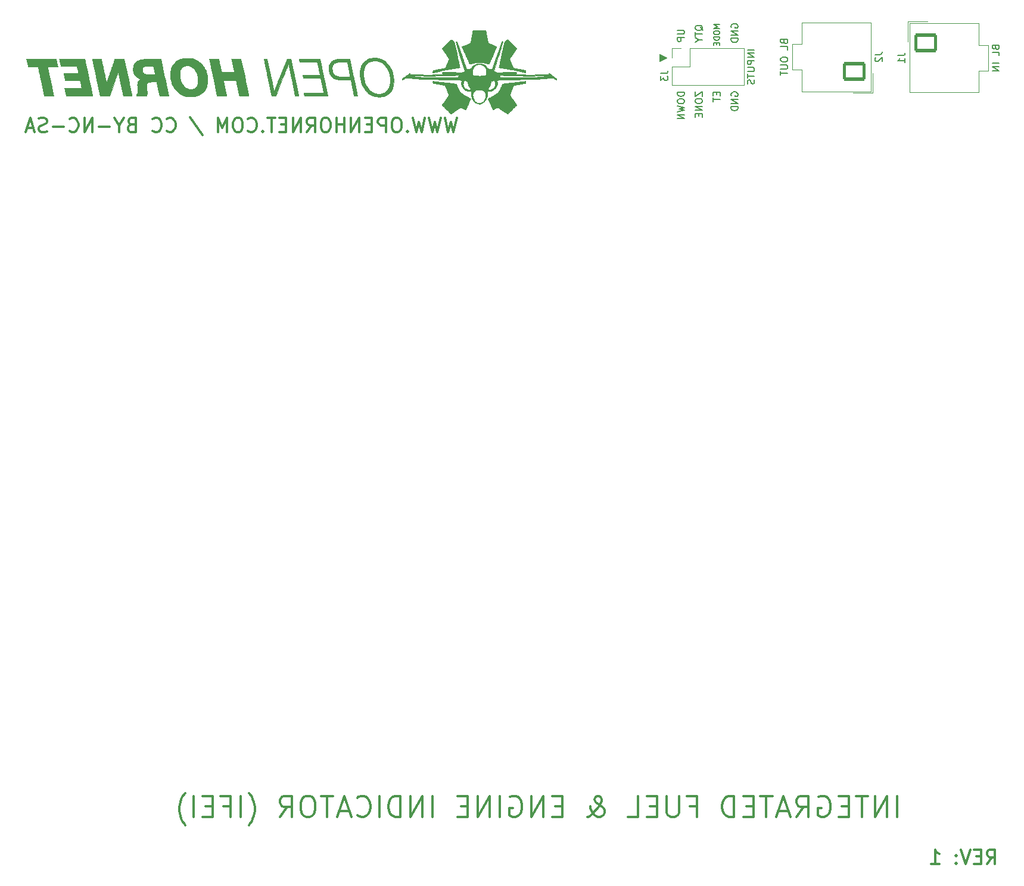
<source format=gbr>
%TF.GenerationSoftware,KiCad,Pcbnew,(6.0.9)*%
%TF.CreationDate,2023-01-27T20:31:40-09:00*%
%TF.ProjectId,IFEI,49464549-2e6b-4696-9361-645f70636258,rev?*%
%TF.SameCoordinates,Original*%
%TF.FileFunction,Legend,Bot*%
%TF.FilePolarity,Positive*%
%FSLAX46Y46*%
G04 Gerber Fmt 4.6, Leading zero omitted, Abs format (unit mm)*
G04 Created by KiCad (PCBNEW (6.0.9)) date 2023-01-27 20:31:40*
%MOMM*%
%LPD*%
G01*
G04 APERTURE LIST*
G04 Aperture macros list*
%AMRoundRect*
0 Rectangle with rounded corners*
0 $1 Rounding radius*
0 $2 $3 $4 $5 $6 $7 $8 $9 X,Y pos of 4 corners*
0 Add a 4 corners polygon primitive as box body*
4,1,4,$2,$3,$4,$5,$6,$7,$8,$9,$2,$3,0*
0 Add four circle primitives for the rounded corners*
1,1,$1+$1,$2,$3*
1,1,$1+$1,$4,$5*
1,1,$1+$1,$6,$7*
1,1,$1+$1,$8,$9*
0 Add four rect primitives between the rounded corners*
20,1,$1+$1,$2,$3,$4,$5,0*
20,1,$1+$1,$4,$5,$6,$7,0*
20,1,$1+$1,$6,$7,$8,$9,0*
20,1,$1+$1,$8,$9,$2,$3,0*%
G04 Aperture macros list end*
%ADD10C,0.300000*%
%ADD11C,0.100000*%
%ADD12C,0.150000*%
%ADD13C,0.120000*%
%ADD14C,0.010000*%
%ADD15C,1.700000*%
%ADD16RoundRect,0.250001X1.399999X-1.099999X1.399999X1.099999X-1.399999X1.099999X-1.399999X-1.099999X0*%
%ADD17O,3.300000X2.700000*%
%ADD18RoundRect,0.250001X-1.399999X1.099999X-1.399999X-1.099999X1.399999X-1.099999X1.399999X1.099999X0*%
%ADD19C,2.200000*%
%ADD20O,1.700000X1.700000*%
%ADD21R,1.700000X1.700000*%
%ADD22C,4.500000*%
G04 APERTURE END LIST*
D10*
X218090332Y-152225261D02*
X218756999Y-151272880D01*
X219233189Y-152225261D02*
X219233189Y-150225261D01*
X218471284Y-150225261D01*
X218280808Y-150320500D01*
X218185570Y-150415738D01*
X218090332Y-150606214D01*
X218090332Y-150891928D01*
X218185570Y-151082404D01*
X218280808Y-151177642D01*
X218471284Y-151272880D01*
X219233189Y-151272880D01*
X217233189Y-151177642D02*
X216566522Y-151177642D01*
X216280808Y-152225261D02*
X217233189Y-152225261D01*
X217233189Y-150225261D01*
X216280808Y-150225261D01*
X215709379Y-150225261D02*
X215042713Y-152225261D01*
X214376046Y-150225261D01*
X213709379Y-152034785D02*
X213614141Y-152130023D01*
X213709379Y-152225261D01*
X213804618Y-152130023D01*
X213709379Y-152034785D01*
X213709379Y-152225261D01*
X213709379Y-150987166D02*
X213614141Y-151082404D01*
X213709379Y-151177642D01*
X213804618Y-151082404D01*
X213709379Y-150987166D01*
X213709379Y-151177642D01*
X210185570Y-152225261D02*
X211328427Y-152225261D01*
X210756999Y-152225261D02*
X210756999Y-150225261D01*
X210947475Y-150510976D01*
X211137951Y-150701452D01*
X211328427Y-150796690D01*
X205304999Y-145565642D02*
X205304999Y-142565642D01*
X203876427Y-145565642D02*
X203876427Y-142565642D01*
X202162141Y-145565642D01*
X202162141Y-142565642D01*
X201162141Y-142565642D02*
X199447856Y-142565642D01*
X200304998Y-145565642D02*
X200304998Y-142565642D01*
X198447856Y-143994214D02*
X197447856Y-143994214D01*
X197019284Y-145565642D02*
X198447856Y-145565642D01*
X198447856Y-142565642D01*
X197019284Y-142565642D01*
X194162141Y-142708500D02*
X194447856Y-142565642D01*
X194876427Y-142565642D01*
X195304998Y-142708500D01*
X195590713Y-142994214D01*
X195733570Y-143279928D01*
X195876427Y-143851357D01*
X195876427Y-144279928D01*
X195733570Y-144851357D01*
X195590713Y-145137071D01*
X195304998Y-145422785D01*
X194876427Y-145565642D01*
X194590713Y-145565642D01*
X194162141Y-145422785D01*
X194019284Y-145279928D01*
X194019284Y-144279928D01*
X194590713Y-144279928D01*
X191019284Y-145565642D02*
X192019284Y-144137071D01*
X192733570Y-145565642D02*
X192733570Y-142565642D01*
X191590713Y-142565642D01*
X191304998Y-142708500D01*
X191162141Y-142851357D01*
X191019284Y-143137071D01*
X191019284Y-143565642D01*
X191162141Y-143851357D01*
X191304998Y-143994214D01*
X191590713Y-144137071D01*
X192733570Y-144137071D01*
X189876427Y-144708500D02*
X188447856Y-144708500D01*
X190162141Y-145565642D02*
X189162141Y-142565642D01*
X188162141Y-145565642D01*
X187590713Y-142565642D02*
X185876427Y-142565642D01*
X186733570Y-145565642D02*
X186733570Y-142565642D01*
X184876427Y-143994214D02*
X183876427Y-143994214D01*
X183447856Y-145565642D02*
X184876427Y-145565642D01*
X184876427Y-142565642D01*
X183447856Y-142565642D01*
X182162141Y-145565642D02*
X182162141Y-142565642D01*
X181447856Y-142565642D01*
X181019284Y-142708500D01*
X180733570Y-142994214D01*
X180590713Y-143279928D01*
X180447856Y-143851357D01*
X180447856Y-144279928D01*
X180590713Y-144851357D01*
X180733570Y-145137071D01*
X181019284Y-145422785D01*
X181447856Y-145565642D01*
X182162141Y-145565642D01*
X175876427Y-143994214D02*
X176876427Y-143994214D01*
X176876427Y-145565642D02*
X176876427Y-142565642D01*
X175447856Y-142565642D01*
X174304999Y-142565642D02*
X174304999Y-144994214D01*
X174162141Y-145279928D01*
X174019284Y-145422785D01*
X173733570Y-145565642D01*
X173162141Y-145565642D01*
X172876427Y-145422785D01*
X172733570Y-145279928D01*
X172590713Y-144994214D01*
X172590713Y-142565642D01*
X171162141Y-143994214D02*
X170162141Y-143994214D01*
X169733570Y-145565642D02*
X171162141Y-145565642D01*
X171162141Y-142565642D01*
X169733570Y-142565642D01*
X167019284Y-145565642D02*
X168447856Y-145565642D01*
X168447856Y-142565642D01*
X161304999Y-145565642D02*
X161447856Y-145565642D01*
X161733570Y-145422785D01*
X162162141Y-144994214D01*
X162876427Y-144137071D01*
X163162141Y-143708500D01*
X163304999Y-143279928D01*
X163304999Y-142994214D01*
X163162141Y-142708500D01*
X162876427Y-142565642D01*
X162733570Y-142565642D01*
X162447856Y-142708500D01*
X162304999Y-142994214D01*
X162304999Y-143137071D01*
X162447856Y-143422785D01*
X162590713Y-143565642D01*
X163447856Y-144137071D01*
X163590713Y-144279928D01*
X163733570Y-144565642D01*
X163733570Y-144994214D01*
X163590713Y-145279928D01*
X163447856Y-145422785D01*
X163162141Y-145565642D01*
X162733570Y-145565642D01*
X162447856Y-145422785D01*
X162304999Y-145279928D01*
X161876427Y-144708500D01*
X161733570Y-144279928D01*
X161733570Y-143994214D01*
X157733570Y-143994214D02*
X156733570Y-143994214D01*
X156304999Y-145565642D02*
X157733570Y-145565642D01*
X157733570Y-142565642D01*
X156304999Y-142565642D01*
X155019284Y-145565642D02*
X155019284Y-142565642D01*
X153304999Y-145565642D01*
X153304999Y-142565642D01*
X150304999Y-142708500D02*
X150590713Y-142565642D01*
X151019284Y-142565642D01*
X151447856Y-142708500D01*
X151733570Y-142994214D01*
X151876427Y-143279928D01*
X152019284Y-143851357D01*
X152019284Y-144279928D01*
X151876427Y-144851357D01*
X151733570Y-145137071D01*
X151447856Y-145422785D01*
X151019284Y-145565642D01*
X150733570Y-145565642D01*
X150304999Y-145422785D01*
X150162141Y-145279928D01*
X150162141Y-144279928D01*
X150733570Y-144279928D01*
X148876427Y-145565642D02*
X148876427Y-142565642D01*
X147447856Y-145565642D02*
X147447856Y-142565642D01*
X145733570Y-145565642D01*
X145733570Y-142565642D01*
X144304999Y-143994214D02*
X143304999Y-143994214D01*
X142876427Y-145565642D02*
X144304999Y-145565642D01*
X144304999Y-142565642D01*
X142876427Y-142565642D01*
X139304999Y-145565642D02*
X139304999Y-142565642D01*
X137876427Y-145565642D02*
X137876427Y-142565642D01*
X136162141Y-145565642D01*
X136162141Y-142565642D01*
X134733570Y-145565642D02*
X134733570Y-142565642D01*
X134019284Y-142565642D01*
X133590713Y-142708500D01*
X133304999Y-142994214D01*
X133162141Y-143279928D01*
X133019284Y-143851357D01*
X133019284Y-144279928D01*
X133162141Y-144851357D01*
X133304999Y-145137071D01*
X133590713Y-145422785D01*
X134019284Y-145565642D01*
X134733570Y-145565642D01*
X131733570Y-145565642D02*
X131733570Y-142565642D01*
X128590713Y-145279928D02*
X128733570Y-145422785D01*
X129162141Y-145565642D01*
X129447856Y-145565642D01*
X129876427Y-145422785D01*
X130162141Y-145137071D01*
X130304999Y-144851357D01*
X130447856Y-144279928D01*
X130447856Y-143851357D01*
X130304999Y-143279928D01*
X130162141Y-142994214D01*
X129876427Y-142708500D01*
X129447856Y-142565642D01*
X129162141Y-142565642D01*
X128733570Y-142708500D01*
X128590713Y-142851357D01*
X127447856Y-144708500D02*
X126019284Y-144708500D01*
X127733570Y-145565642D02*
X126733570Y-142565642D01*
X125733570Y-145565642D01*
X125162141Y-142565642D02*
X123447856Y-142565642D01*
X124304999Y-145565642D02*
X124304999Y-142565642D01*
X121876427Y-142565642D02*
X121304999Y-142565642D01*
X121019284Y-142708500D01*
X120733570Y-142994214D01*
X120590713Y-143565642D01*
X120590713Y-144565642D01*
X120733570Y-145137071D01*
X121019284Y-145422785D01*
X121304999Y-145565642D01*
X121876427Y-145565642D01*
X122162141Y-145422785D01*
X122447856Y-145137071D01*
X122590713Y-144565642D01*
X122590713Y-143565642D01*
X122447856Y-142994214D01*
X122162141Y-142708500D01*
X121876427Y-142565642D01*
X117590713Y-145565642D02*
X118590713Y-144137071D01*
X119304999Y-145565642D02*
X119304999Y-142565642D01*
X118162141Y-142565642D01*
X117876427Y-142708500D01*
X117733570Y-142851357D01*
X117590713Y-143137071D01*
X117590713Y-143565642D01*
X117733570Y-143851357D01*
X117876427Y-143994214D01*
X118162141Y-144137071D01*
X119304999Y-144137071D01*
X113162141Y-146708500D02*
X113304999Y-146565642D01*
X113590713Y-146137071D01*
X113733570Y-145851357D01*
X113876427Y-145422785D01*
X114019284Y-144708500D01*
X114019284Y-144137071D01*
X113876427Y-143422785D01*
X113733570Y-142994214D01*
X113590713Y-142708500D01*
X113304999Y-142279928D01*
X113162141Y-142137071D01*
X112019284Y-145565642D02*
X112019284Y-142565642D01*
X109590713Y-143994214D02*
X110590713Y-143994214D01*
X110590713Y-145565642D02*
X110590713Y-142565642D01*
X109162141Y-142565642D01*
X108019284Y-143994214D02*
X107019284Y-143994214D01*
X106590713Y-145565642D02*
X108019284Y-145565642D01*
X108019284Y-142565642D01*
X106590713Y-142565642D01*
X105304999Y-145565642D02*
X105304999Y-142565642D01*
X104162141Y-146708500D02*
X104019284Y-146565642D01*
X103733570Y-146137071D01*
X103590713Y-145851357D01*
X103447856Y-145422785D01*
X103304999Y-144708500D01*
X103304999Y-144137071D01*
X103447856Y-143422785D01*
X103590713Y-142994214D01*
X103733570Y-142708500D01*
X104019284Y-142279928D01*
X104162141Y-142137071D01*
X142760046Y-46085261D02*
X142283856Y-48085261D01*
X141902903Y-46656690D01*
X141521951Y-48085261D01*
X141045760Y-46085261D01*
X140474332Y-46085261D02*
X139998141Y-48085261D01*
X139617189Y-46656690D01*
X139236237Y-48085261D01*
X138760046Y-46085261D01*
X138188618Y-46085261D02*
X137712427Y-48085261D01*
X137331475Y-46656690D01*
X136950522Y-48085261D01*
X136474332Y-46085261D01*
X135712427Y-47894785D02*
X135617189Y-47990023D01*
X135712427Y-48085261D01*
X135807665Y-47990023D01*
X135712427Y-47894785D01*
X135712427Y-48085261D01*
X134379094Y-46085261D02*
X133998141Y-46085261D01*
X133807665Y-46180500D01*
X133617189Y-46370976D01*
X133521951Y-46751928D01*
X133521951Y-47418595D01*
X133617189Y-47799547D01*
X133807665Y-47990023D01*
X133998141Y-48085261D01*
X134379094Y-48085261D01*
X134569570Y-47990023D01*
X134760046Y-47799547D01*
X134855284Y-47418595D01*
X134855284Y-46751928D01*
X134760046Y-46370976D01*
X134569570Y-46180500D01*
X134379094Y-46085261D01*
X132664808Y-48085261D02*
X132664808Y-46085261D01*
X131902903Y-46085261D01*
X131712427Y-46180500D01*
X131617189Y-46275738D01*
X131521951Y-46466214D01*
X131521951Y-46751928D01*
X131617189Y-46942404D01*
X131712427Y-47037642D01*
X131902903Y-47132880D01*
X132664808Y-47132880D01*
X130664808Y-47037642D02*
X129998141Y-47037642D01*
X129712427Y-48085261D02*
X130664808Y-48085261D01*
X130664808Y-46085261D01*
X129712427Y-46085261D01*
X128855284Y-48085261D02*
X128855284Y-46085261D01*
X127712427Y-48085261D01*
X127712427Y-46085261D01*
X126760046Y-48085261D02*
X126760046Y-46085261D01*
X126760046Y-47037642D02*
X125617189Y-47037642D01*
X125617189Y-48085261D02*
X125617189Y-46085261D01*
X124283856Y-46085261D02*
X123902903Y-46085261D01*
X123712427Y-46180500D01*
X123521951Y-46370976D01*
X123426713Y-46751928D01*
X123426713Y-47418595D01*
X123521951Y-47799547D01*
X123712427Y-47990023D01*
X123902903Y-48085261D01*
X124283856Y-48085261D01*
X124474332Y-47990023D01*
X124664808Y-47799547D01*
X124760046Y-47418595D01*
X124760046Y-46751928D01*
X124664808Y-46370976D01*
X124474332Y-46180500D01*
X124283856Y-46085261D01*
X121426713Y-48085261D02*
X122093379Y-47132880D01*
X122569570Y-48085261D02*
X122569570Y-46085261D01*
X121807665Y-46085261D01*
X121617189Y-46180500D01*
X121521951Y-46275738D01*
X121426713Y-46466214D01*
X121426713Y-46751928D01*
X121521951Y-46942404D01*
X121617189Y-47037642D01*
X121807665Y-47132880D01*
X122569570Y-47132880D01*
X120569570Y-48085261D02*
X120569570Y-46085261D01*
X119426713Y-48085261D01*
X119426713Y-46085261D01*
X118474332Y-47037642D02*
X117807665Y-47037642D01*
X117521951Y-48085261D02*
X118474332Y-48085261D01*
X118474332Y-46085261D01*
X117521951Y-46085261D01*
X116950522Y-46085261D02*
X115807665Y-46085261D01*
X116379094Y-48085261D02*
X116379094Y-46085261D01*
X115140999Y-47894785D02*
X115045760Y-47990023D01*
X115140999Y-48085261D01*
X115236237Y-47990023D01*
X115140999Y-47894785D01*
X115140999Y-48085261D01*
X113045760Y-47894785D02*
X113140999Y-47990023D01*
X113426713Y-48085261D01*
X113617189Y-48085261D01*
X113902903Y-47990023D01*
X114093379Y-47799547D01*
X114188618Y-47609071D01*
X114283856Y-47228119D01*
X114283856Y-46942404D01*
X114188618Y-46561452D01*
X114093379Y-46370976D01*
X113902903Y-46180500D01*
X113617189Y-46085261D01*
X113426713Y-46085261D01*
X113140999Y-46180500D01*
X113045760Y-46275738D01*
X111807665Y-46085261D02*
X111426713Y-46085261D01*
X111236237Y-46180500D01*
X111045760Y-46370976D01*
X110950522Y-46751928D01*
X110950522Y-47418595D01*
X111045760Y-47799547D01*
X111236237Y-47990023D01*
X111426713Y-48085261D01*
X111807665Y-48085261D01*
X111998141Y-47990023D01*
X112188618Y-47799547D01*
X112283856Y-47418595D01*
X112283856Y-46751928D01*
X112188618Y-46370976D01*
X111998141Y-46180500D01*
X111807665Y-46085261D01*
X110093379Y-48085261D02*
X110093379Y-46085261D01*
X109426713Y-47513833D01*
X108760046Y-46085261D01*
X108760046Y-48085261D01*
X104855284Y-45990023D02*
X106569570Y-48561452D01*
X101521951Y-47894785D02*
X101617189Y-47990023D01*
X101902903Y-48085261D01*
X102093379Y-48085261D01*
X102379094Y-47990023D01*
X102569570Y-47799547D01*
X102664808Y-47609071D01*
X102760046Y-47228119D01*
X102760046Y-46942404D01*
X102664808Y-46561452D01*
X102569570Y-46370976D01*
X102379094Y-46180500D01*
X102093379Y-46085261D01*
X101902903Y-46085261D01*
X101617189Y-46180500D01*
X101521951Y-46275738D01*
X99521951Y-47894785D02*
X99617189Y-47990023D01*
X99902903Y-48085261D01*
X100093379Y-48085261D01*
X100379094Y-47990023D01*
X100569570Y-47799547D01*
X100664808Y-47609071D01*
X100760046Y-47228119D01*
X100760046Y-46942404D01*
X100664808Y-46561452D01*
X100569570Y-46370976D01*
X100379094Y-46180500D01*
X100093379Y-46085261D01*
X99902903Y-46085261D01*
X99617189Y-46180500D01*
X99521951Y-46275738D01*
X96474332Y-47037642D02*
X96188618Y-47132880D01*
X96093379Y-47228119D01*
X95998141Y-47418595D01*
X95998141Y-47704309D01*
X96093379Y-47894785D01*
X96188618Y-47990023D01*
X96379094Y-48085261D01*
X97140999Y-48085261D01*
X97140999Y-46085261D01*
X96474332Y-46085261D01*
X96283856Y-46180500D01*
X96188618Y-46275738D01*
X96093379Y-46466214D01*
X96093379Y-46656690D01*
X96188618Y-46847166D01*
X96283856Y-46942404D01*
X96474332Y-47037642D01*
X97140999Y-47037642D01*
X94760046Y-47132880D02*
X94760046Y-48085261D01*
X95426713Y-46085261D02*
X94760046Y-47132880D01*
X94093379Y-46085261D01*
X93426713Y-47323357D02*
X91902903Y-47323357D01*
X90950522Y-48085261D02*
X90950522Y-46085261D01*
X89807665Y-48085261D01*
X89807665Y-46085261D01*
X87712427Y-47894785D02*
X87807665Y-47990023D01*
X88093379Y-48085261D01*
X88283856Y-48085261D01*
X88569570Y-47990023D01*
X88760046Y-47799547D01*
X88855284Y-47609071D01*
X88950522Y-47228119D01*
X88950522Y-46942404D01*
X88855284Y-46561452D01*
X88760046Y-46370976D01*
X88569570Y-46180500D01*
X88283856Y-46085261D01*
X88093379Y-46085261D01*
X87807665Y-46180500D01*
X87712427Y-46275738D01*
X86855284Y-47323357D02*
X85331475Y-47323357D01*
X84474332Y-47990023D02*
X84188618Y-48085261D01*
X83712427Y-48085261D01*
X83521951Y-47990023D01*
X83426713Y-47894785D01*
X83331475Y-47704309D01*
X83331475Y-47513833D01*
X83426713Y-47323357D01*
X83521951Y-47228119D01*
X83712427Y-47132880D01*
X84093379Y-47037642D01*
X84283856Y-46942404D01*
X84379094Y-46847166D01*
X84474332Y-46656690D01*
X84474332Y-46466214D01*
X84379094Y-46275738D01*
X84283856Y-46180500D01*
X84093379Y-46085261D01*
X83617189Y-46085261D01*
X83331475Y-46180500D01*
X82569570Y-47513833D02*
X81617189Y-47513833D01*
X82760046Y-48085261D02*
X82093379Y-46085261D01*
X81426713Y-48085261D01*
D11*
G36*
X172592999Y-37528500D02*
G01*
X171576999Y-38036500D01*
X171576999Y-37020500D01*
X172592999Y-37528500D01*
G37*
X172592999Y-37528500D02*
X171576999Y-38036500D01*
X171576999Y-37020500D01*
X172592999Y-37528500D01*
D12*
X175077379Y-42436095D02*
X174077379Y-42436095D01*
X174077379Y-42674190D01*
X174124999Y-42817047D01*
X174220237Y-42912285D01*
X174315475Y-42959904D01*
X174505951Y-43007523D01*
X174648808Y-43007523D01*
X174839284Y-42959904D01*
X174934522Y-42912285D01*
X175029760Y-42817047D01*
X175077379Y-42674190D01*
X175077379Y-42436095D01*
X174077379Y-43626571D02*
X174077379Y-43817047D01*
X174124999Y-43912285D01*
X174220237Y-44007523D01*
X174410713Y-44055142D01*
X174744046Y-44055142D01*
X174934522Y-44007523D01*
X175029760Y-43912285D01*
X175077379Y-43817047D01*
X175077379Y-43626571D01*
X175029760Y-43531333D01*
X174934522Y-43436095D01*
X174744046Y-43388476D01*
X174410713Y-43388476D01*
X174220237Y-43436095D01*
X174124999Y-43531333D01*
X174077379Y-43626571D01*
X174077379Y-44388476D02*
X175077379Y-44626571D01*
X174363094Y-44817047D01*
X175077379Y-45007523D01*
X174077379Y-45245619D01*
X175077379Y-45626571D02*
X174077379Y-45626571D01*
X175077379Y-46198000D01*
X174077379Y-46198000D01*
X176617379Y-42340857D02*
X176617379Y-43007523D01*
X177617379Y-42340857D01*
X177617379Y-43007523D01*
X176617379Y-43578952D02*
X176617379Y-43769428D01*
X176664999Y-43864666D01*
X176760237Y-43959904D01*
X176950713Y-44007523D01*
X177284046Y-44007523D01*
X177474522Y-43959904D01*
X177569760Y-43864666D01*
X177617379Y-43769428D01*
X177617379Y-43578952D01*
X177569760Y-43483714D01*
X177474522Y-43388476D01*
X177284046Y-43340857D01*
X176950713Y-43340857D01*
X176760237Y-43388476D01*
X176664999Y-43483714D01*
X176617379Y-43578952D01*
X177617379Y-44436095D02*
X176617379Y-44436095D01*
X177617379Y-45007523D01*
X176617379Y-45007523D01*
X177093570Y-45483714D02*
X177093570Y-45817047D01*
X177617379Y-45959904D02*
X177617379Y-45483714D01*
X176617379Y-45483714D01*
X176617379Y-45959904D01*
X179633570Y-42436095D02*
X179633570Y-42769428D01*
X180157379Y-42912285D02*
X180157379Y-42436095D01*
X179157379Y-42436095D01*
X179157379Y-42912285D01*
X179157379Y-43198000D02*
X179157379Y-43769428D01*
X180157379Y-43483714D02*
X179157379Y-43483714D01*
X181744999Y-42959904D02*
X181697379Y-42864666D01*
X181697379Y-42721809D01*
X181744999Y-42578952D01*
X181840237Y-42483714D01*
X181935475Y-42436095D01*
X182125951Y-42388476D01*
X182268808Y-42388476D01*
X182459284Y-42436095D01*
X182554522Y-42483714D01*
X182649760Y-42578952D01*
X182697379Y-42721809D01*
X182697379Y-42817047D01*
X182649760Y-42959904D01*
X182602141Y-43007523D01*
X182268808Y-43007523D01*
X182268808Y-42817047D01*
X182697379Y-43436095D02*
X181697379Y-43436095D01*
X182697379Y-44007523D01*
X181697379Y-44007523D01*
X182697379Y-44483714D02*
X181697379Y-44483714D01*
X181697379Y-44721809D01*
X181744999Y-44864666D01*
X181840237Y-44959904D01*
X181935475Y-45007523D01*
X182125951Y-45055142D01*
X182268808Y-45055142D01*
X182459284Y-45007523D01*
X182554522Y-44959904D01*
X182649760Y-44864666D01*
X182697379Y-44721809D01*
X182697379Y-44483714D01*
X181744999Y-33240285D02*
X181697379Y-33145047D01*
X181697379Y-33002190D01*
X181744999Y-32859333D01*
X181840237Y-32764095D01*
X181935475Y-32716476D01*
X182125951Y-32668857D01*
X182268808Y-32668857D01*
X182459284Y-32716476D01*
X182554522Y-32764095D01*
X182649760Y-32859333D01*
X182697379Y-33002190D01*
X182697379Y-33097428D01*
X182649760Y-33240285D01*
X182602141Y-33287904D01*
X182268808Y-33287904D01*
X182268808Y-33097428D01*
X182697379Y-33716476D02*
X181697379Y-33716476D01*
X182697379Y-34287904D01*
X181697379Y-34287904D01*
X182697379Y-34764095D02*
X181697379Y-34764095D01*
X181697379Y-35002190D01*
X181744999Y-35145047D01*
X181840237Y-35240285D01*
X181935475Y-35287904D01*
X182125951Y-35335523D01*
X182268808Y-35335523D01*
X182459284Y-35287904D01*
X182554522Y-35240285D01*
X182649760Y-35145047D01*
X182697379Y-35002190D01*
X182697379Y-34764095D01*
X180066903Y-32821285D02*
X179266903Y-32821285D01*
X179838332Y-33087952D01*
X179266903Y-33354619D01*
X180066903Y-33354619D01*
X179266903Y-33887952D02*
X179266903Y-34040333D01*
X179304999Y-34116523D01*
X179381189Y-34192714D01*
X179533570Y-34230809D01*
X179800237Y-34230809D01*
X179952618Y-34192714D01*
X180028808Y-34116523D01*
X180066903Y-34040333D01*
X180066903Y-33887952D01*
X180028808Y-33811761D01*
X179952618Y-33735571D01*
X179800237Y-33697476D01*
X179533570Y-33697476D01*
X179381189Y-33735571D01*
X179304999Y-33811761D01*
X179266903Y-33887952D01*
X180066903Y-34573666D02*
X179266903Y-34573666D01*
X179266903Y-34764142D01*
X179304999Y-34878428D01*
X179381189Y-34954619D01*
X179457379Y-34992714D01*
X179609760Y-35030809D01*
X179724046Y-35030809D01*
X179876427Y-34992714D01*
X179952618Y-34954619D01*
X180028808Y-34878428D01*
X180066903Y-34764142D01*
X180066903Y-34573666D01*
X179647856Y-35373666D02*
X179647856Y-35640333D01*
X180066903Y-35754619D02*
X180066903Y-35373666D01*
X179266903Y-35373666D01*
X179266903Y-35754619D01*
X177712618Y-33637095D02*
X177664999Y-33541857D01*
X177569760Y-33446619D01*
X177426903Y-33303761D01*
X177379284Y-33208523D01*
X177379284Y-33113285D01*
X177617379Y-33160904D02*
X177569760Y-33065666D01*
X177474522Y-32970428D01*
X177284046Y-32922809D01*
X176950713Y-32922809D01*
X176760237Y-32970428D01*
X176664999Y-33065666D01*
X176617379Y-33160904D01*
X176617379Y-33351380D01*
X176664999Y-33446619D01*
X176760237Y-33541857D01*
X176950713Y-33589476D01*
X177284046Y-33589476D01*
X177474522Y-33541857D01*
X177569760Y-33446619D01*
X177617379Y-33351380D01*
X177617379Y-33160904D01*
X176617379Y-33875190D02*
X176617379Y-34446619D01*
X177617379Y-34160904D02*
X176617379Y-34160904D01*
X177141189Y-34970428D02*
X177617379Y-34970428D01*
X176617379Y-34637095D02*
X177141189Y-34970428D01*
X176617379Y-35303761D01*
X174077379Y-33589476D02*
X174886903Y-33589476D01*
X174982141Y-33637095D01*
X175029760Y-33684714D01*
X175077379Y-33779952D01*
X175077379Y-33970428D01*
X175029760Y-34065666D01*
X174982141Y-34113285D01*
X174886903Y-34160904D01*
X174077379Y-34160904D01*
X175077379Y-34637095D02*
X174077379Y-34637095D01*
X174077379Y-35018047D01*
X174124999Y-35113285D01*
X174172618Y-35160904D01*
X174267856Y-35208523D01*
X174410713Y-35208523D01*
X174505951Y-35160904D01*
X174553570Y-35113285D01*
X174601189Y-35018047D01*
X174601189Y-34637095D01*
%TO.C,J2*%
X202165380Y-37063666D02*
X202879666Y-37063666D01*
X203022523Y-37016047D01*
X203117761Y-36920809D01*
X203165380Y-36777952D01*
X203165380Y-36682714D01*
X202260619Y-37492238D02*
X202213000Y-37539857D01*
X202165380Y-37635095D01*
X202165380Y-37873190D01*
X202213000Y-37968428D01*
X202260619Y-38016047D01*
X202355857Y-38063666D01*
X202451095Y-38063666D01*
X202593952Y-38016047D01*
X203165380Y-37444619D01*
X203165380Y-38063666D01*
X189241571Y-35254142D02*
X189289190Y-35397000D01*
X189336809Y-35444619D01*
X189432047Y-35492238D01*
X189574904Y-35492238D01*
X189670142Y-35444619D01*
X189717761Y-35397000D01*
X189765380Y-35301761D01*
X189765380Y-34920809D01*
X188765380Y-34920809D01*
X188765380Y-35254142D01*
X188813000Y-35349380D01*
X188860619Y-35397000D01*
X188955857Y-35444619D01*
X189051095Y-35444619D01*
X189146333Y-35397000D01*
X189193952Y-35349380D01*
X189241571Y-35254142D01*
X189241571Y-34920809D01*
X189765380Y-36397000D02*
X189765380Y-35920809D01*
X188765380Y-35920809D01*
X188765380Y-37682714D02*
X188765380Y-37873190D01*
X188813000Y-37968428D01*
X188908238Y-38063666D01*
X189098714Y-38111285D01*
X189432047Y-38111285D01*
X189622523Y-38063666D01*
X189717761Y-37968428D01*
X189765380Y-37873190D01*
X189765380Y-37682714D01*
X189717761Y-37587476D01*
X189622523Y-37492238D01*
X189432047Y-37444619D01*
X189098714Y-37444619D01*
X188908238Y-37492238D01*
X188813000Y-37587476D01*
X188765380Y-37682714D01*
X188765380Y-38539857D02*
X189574904Y-38539857D01*
X189670142Y-38587476D01*
X189717761Y-38635095D01*
X189765380Y-38730333D01*
X189765380Y-38920809D01*
X189717761Y-39016047D01*
X189670142Y-39063666D01*
X189574904Y-39111285D01*
X188765380Y-39111285D01*
X188765380Y-39444619D02*
X188765380Y-40016047D01*
X189765380Y-39730333D02*
X188765380Y-39730333D01*
%TO.C,J1*%
X205425380Y-37199666D02*
X206139666Y-37199666D01*
X206282523Y-37152047D01*
X206377761Y-37056809D01*
X206425380Y-36913952D01*
X206425380Y-36818714D01*
X206425380Y-38199666D02*
X206425380Y-37628238D01*
X206425380Y-37913952D02*
X205425380Y-37913952D01*
X205568238Y-37818714D01*
X205663476Y-37723476D01*
X205711095Y-37628238D01*
X219301571Y-36056809D02*
X219349190Y-36199666D01*
X219396809Y-36247285D01*
X219492047Y-36294904D01*
X219634904Y-36294904D01*
X219730142Y-36247285D01*
X219777761Y-36199666D01*
X219825380Y-36104428D01*
X219825380Y-35723476D01*
X218825380Y-35723476D01*
X218825380Y-36056809D01*
X218873000Y-36152047D01*
X218920619Y-36199666D01*
X219015857Y-36247285D01*
X219111095Y-36247285D01*
X219206333Y-36199666D01*
X219253952Y-36152047D01*
X219301571Y-36056809D01*
X219301571Y-35723476D01*
X219825380Y-37199666D02*
X219825380Y-36723476D01*
X218825380Y-36723476D01*
X219825380Y-38294904D02*
X218825380Y-38294904D01*
X219825380Y-38771095D02*
X218825380Y-38771095D01*
X219825380Y-39342523D01*
X218825380Y-39342523D01*
%TO.C,J3*%
X171747379Y-39735166D02*
X172461665Y-39735166D01*
X172604522Y-39687547D01*
X172699760Y-39592309D01*
X172747379Y-39449452D01*
X172747379Y-39354214D01*
X171747379Y-40116119D02*
X171747379Y-40735166D01*
X172128332Y-40401833D01*
X172128332Y-40544690D01*
X172175951Y-40639928D01*
X172223570Y-40687547D01*
X172318808Y-40735166D01*
X172556903Y-40735166D01*
X172652141Y-40687547D01*
X172699760Y-40639928D01*
X172747379Y-40544690D01*
X172747379Y-40258976D01*
X172699760Y-40163738D01*
X172652141Y-40116119D01*
X185027379Y-36393738D02*
X184027379Y-36393738D01*
X185027379Y-36869928D02*
X184027379Y-36869928D01*
X185027379Y-37441357D01*
X184027379Y-37441357D01*
X185027379Y-37917547D02*
X184027379Y-37917547D01*
X184027379Y-38298500D01*
X184074999Y-38393738D01*
X184122618Y-38441357D01*
X184217856Y-38488976D01*
X184360713Y-38488976D01*
X184455951Y-38441357D01*
X184503570Y-38393738D01*
X184551189Y-38298500D01*
X184551189Y-37917547D01*
X184027379Y-38917547D02*
X184836903Y-38917547D01*
X184932141Y-38965166D01*
X184979760Y-39012785D01*
X185027379Y-39108023D01*
X185027379Y-39298500D01*
X184979760Y-39393738D01*
X184932141Y-39441357D01*
X184836903Y-39488976D01*
X184027379Y-39488976D01*
X184027379Y-39822309D02*
X184027379Y-40393738D01*
X185027379Y-40108023D02*
X184027379Y-40108023D01*
X184979760Y-40679452D02*
X185027379Y-40822309D01*
X185027379Y-41060404D01*
X184979760Y-41155642D01*
X184932141Y-41203261D01*
X184836903Y-41250880D01*
X184741665Y-41250880D01*
X184646427Y-41203261D01*
X184598808Y-41155642D01*
X184551189Y-41060404D01*
X184503570Y-40869928D01*
X184455951Y-40774690D01*
X184408332Y-40727071D01*
X184313094Y-40679452D01*
X184217856Y-40679452D01*
X184122618Y-40727071D01*
X184074999Y-40774690D01*
X184027379Y-40869928D01*
X184027379Y-41108023D01*
X184074999Y-41250880D01*
D13*
%TO.C,J2*%
X190403000Y-35587000D02*
X190403000Y-37397000D01*
X201623000Y-32487000D02*
X191803000Y-32487000D01*
X190403000Y-39207000D02*
X190403000Y-37397000D01*
X191803000Y-39207000D02*
X190403000Y-39207000D01*
X201623000Y-42307000D02*
X191803000Y-42307000D01*
X191803000Y-35587000D02*
X190403000Y-35587000D01*
X201863000Y-39697000D02*
X201863000Y-42547000D01*
X201863000Y-42547000D02*
X199013000Y-42547000D01*
X191803000Y-42307000D02*
X191803000Y-39207000D01*
X191803000Y-32487000D02*
X191803000Y-35587000D01*
X201623000Y-37397000D02*
X201623000Y-42307000D01*
X201623000Y-37397000D02*
X201623000Y-32487000D01*
%TO.C,J1*%
X218283000Y-39343000D02*
X218283000Y-37533000D01*
X207063000Y-42443000D02*
X216883000Y-42443000D01*
X218283000Y-35723000D02*
X218283000Y-37533000D01*
X216883000Y-35723000D02*
X218283000Y-35723000D01*
X207063000Y-32623000D02*
X216883000Y-32623000D01*
X216883000Y-39343000D02*
X218283000Y-39343000D01*
X206823000Y-35233000D02*
X206823000Y-32383000D01*
X206823000Y-32383000D02*
X209673000Y-32383000D01*
X216883000Y-32623000D02*
X216883000Y-35723000D01*
X216883000Y-42443000D02*
X216883000Y-39343000D01*
X207063000Y-37533000D02*
X207063000Y-32623000D01*
X207063000Y-37533000D02*
X207063000Y-42443000D01*
%TO.C,G\u002A\u002A\u002A*%
G36*
X152507100Y-40856411D02*
G01*
X152512502Y-40859912D01*
X152515852Y-40869195D01*
X152517633Y-40887049D01*
X152518325Y-40916260D01*
X152518408Y-40959616D01*
X152518140Y-40991872D01*
X152516307Y-41034925D01*
X152512025Y-41066065D01*
X152504465Y-41088426D01*
X152492799Y-41105143D01*
X152476199Y-41119349D01*
X152474723Y-41120208D01*
X152462686Y-41124451D01*
X152439836Y-41130471D01*
X152405586Y-41138385D01*
X152359350Y-41148310D01*
X152300543Y-41160362D01*
X152228577Y-41174658D01*
X152142867Y-41191316D01*
X152042827Y-41210452D01*
X151927870Y-41232182D01*
X151797410Y-41256625D01*
X151650861Y-41283896D01*
X151605005Y-41292414D01*
X151492156Y-41313444D01*
X151384350Y-41333631D01*
X151282750Y-41352752D01*
X151188514Y-41370585D01*
X151102806Y-41386907D01*
X151026785Y-41401495D01*
X150961612Y-41414128D01*
X150908449Y-41424584D01*
X150868456Y-41432638D01*
X150842794Y-41438070D01*
X150832624Y-41440657D01*
X150830714Y-41441786D01*
X150815044Y-41454691D01*
X150797521Y-41473187D01*
X150793700Y-41479651D01*
X150783338Y-41501363D01*
X150767828Y-41536335D01*
X150747751Y-41583123D01*
X150723686Y-41640280D01*
X150696213Y-41706360D01*
X150665912Y-41779918D01*
X150633364Y-41859507D01*
X150599147Y-41943683D01*
X150563842Y-42030998D01*
X150528029Y-42120007D01*
X150492287Y-42209264D01*
X150457197Y-42297324D01*
X150423339Y-42382740D01*
X150391292Y-42464066D01*
X150361637Y-42539858D01*
X150334953Y-42608668D01*
X150311820Y-42669050D01*
X150292818Y-42719560D01*
X150278528Y-42758751D01*
X150269528Y-42785178D01*
X150266399Y-42797394D01*
X150269781Y-42821772D01*
X150277985Y-42847955D01*
X150278242Y-42848511D01*
X150285798Y-42861163D01*
X150302118Y-42886491D01*
X150326434Y-42923354D01*
X150357978Y-42970612D01*
X150395980Y-43027125D01*
X150439671Y-43091752D01*
X150488284Y-43163354D01*
X150541048Y-43240789D01*
X150597196Y-43322918D01*
X150655958Y-43408600D01*
X150709865Y-43487093D01*
X150770296Y-43575122D01*
X150829041Y-43660730D01*
X150885112Y-43742475D01*
X150937521Y-43818916D01*
X150985279Y-43888610D01*
X151027398Y-43950115D01*
X151062889Y-44001991D01*
X151090766Y-44042796D01*
X151110040Y-44071087D01*
X151114286Y-44077345D01*
X151147348Y-44126950D01*
X151171337Y-44165518D01*
X151187121Y-44195390D01*
X151195569Y-44218906D01*
X151197548Y-44238409D01*
X151193929Y-44256238D01*
X151185578Y-44274737D01*
X151185540Y-44274807D01*
X151177735Y-44284051D01*
X151158912Y-44304188D01*
X151130067Y-44334221D01*
X151092196Y-44373154D01*
X151046296Y-44419990D01*
X150993364Y-44473732D01*
X150934397Y-44533384D01*
X150870390Y-44597949D01*
X150802342Y-44666430D01*
X150731247Y-44737831D01*
X150658105Y-44811156D01*
X150583910Y-44885407D01*
X150509659Y-44959588D01*
X150436350Y-45032702D01*
X150364979Y-45103754D01*
X150296543Y-45171745D01*
X150232037Y-45235680D01*
X150172460Y-45294563D01*
X150118808Y-45347395D01*
X150072076Y-45393181D01*
X150033263Y-45430924D01*
X150003365Y-45459628D01*
X149983378Y-45478296D01*
X149974299Y-45485931D01*
X149972525Y-45486895D01*
X149964796Y-45490891D01*
X149957086Y-45493797D01*
X149948520Y-45495083D01*
X149938224Y-45494218D01*
X149925325Y-45490673D01*
X149908948Y-45483916D01*
X149888220Y-45473417D01*
X149862267Y-45458647D01*
X149830214Y-45439073D01*
X149791187Y-45414166D01*
X149744313Y-45383396D01*
X149688718Y-45346232D01*
X149623527Y-45302143D01*
X149547867Y-45250600D01*
X149460864Y-45191071D01*
X149361644Y-45123027D01*
X149249332Y-45045937D01*
X149227845Y-45031190D01*
X149133799Y-44966721D01*
X149043679Y-44905064D01*
X148958487Y-44846898D01*
X148879226Y-44792902D01*
X148806898Y-44743756D01*
X148742504Y-44700138D01*
X148687047Y-44662727D01*
X148641530Y-44632202D01*
X148606953Y-44609243D01*
X148584320Y-44594528D01*
X148574631Y-44588737D01*
X148566243Y-44585778D01*
X148553299Y-44582763D01*
X148539151Y-44582233D01*
X148522280Y-44584808D01*
X148501167Y-44591112D01*
X148474292Y-44601767D01*
X148440136Y-44617396D01*
X148397179Y-44638622D01*
X148343903Y-44666065D01*
X148278787Y-44700351D01*
X148200313Y-44742100D01*
X148178181Y-44753874D01*
X148112738Y-44788321D01*
X148051916Y-44819805D01*
X147997425Y-44847473D01*
X147950976Y-44870474D01*
X147914280Y-44887958D01*
X147889048Y-44899072D01*
X147876991Y-44902966D01*
X147859134Y-44899584D01*
X147837373Y-44888150D01*
X147836009Y-44886495D01*
X147827604Y-44871079D01*
X147813109Y-44840491D01*
X147792699Y-44795141D01*
X147766547Y-44735435D01*
X147734831Y-44661784D01*
X147697724Y-44574596D01*
X147655402Y-44474278D01*
X147608039Y-44361239D01*
X147555812Y-44235888D01*
X147498895Y-44098633D01*
X147178318Y-43323933D01*
X147216053Y-43304334D01*
X147226611Y-43298729D01*
X147257784Y-43281553D01*
X147300395Y-43257530D01*
X147352992Y-43227512D01*
X147414127Y-43192350D01*
X147482350Y-43152896D01*
X147556211Y-43110000D01*
X147634260Y-43064516D01*
X147715048Y-43017293D01*
X147797125Y-42969183D01*
X147879042Y-42921039D01*
X147959348Y-42873711D01*
X148036594Y-42828050D01*
X148109330Y-42784909D01*
X148176108Y-42745139D01*
X148235476Y-42709590D01*
X148285985Y-42679116D01*
X148326187Y-42654566D01*
X148354630Y-42636793D01*
X148369866Y-42626648D01*
X148370851Y-42625916D01*
X148438369Y-42570905D01*
X148508785Y-42505018D01*
X148579220Y-42431560D01*
X148646798Y-42353840D01*
X148708641Y-42275162D01*
X148761872Y-42198835D01*
X148803614Y-42128164D01*
X148811481Y-42112649D01*
X148827533Y-42079527D01*
X148848333Y-42035481D01*
X148873094Y-41982267D01*
X148901026Y-41921636D01*
X148931341Y-41855344D01*
X148963250Y-41785143D01*
X148995966Y-41712789D01*
X149028700Y-41640033D01*
X149060663Y-41568631D01*
X149091067Y-41500335D01*
X149119123Y-41436900D01*
X149144044Y-41380080D01*
X149165040Y-41331627D01*
X149181324Y-41293297D01*
X149192106Y-41266842D01*
X149196599Y-41254016D01*
X149201778Y-41238800D01*
X149213354Y-41230075D01*
X149236475Y-41225159D01*
X149242588Y-41224371D01*
X149265884Y-41221572D01*
X149304167Y-41217087D01*
X149356442Y-41211030D01*
X149421716Y-41203513D01*
X149498995Y-41194648D01*
X149587284Y-41184548D01*
X149685590Y-41173326D01*
X149792918Y-41161093D01*
X149908273Y-41147962D01*
X150030663Y-41134046D01*
X150159093Y-41119457D01*
X150292568Y-41104308D01*
X150430095Y-41088711D01*
X150570679Y-41072778D01*
X150713327Y-41056623D01*
X150857044Y-41040357D01*
X151000837Y-41024093D01*
X151143710Y-41007943D01*
X151284670Y-40992020D01*
X151422723Y-40976436D01*
X151556875Y-40961305D01*
X151686131Y-40946737D01*
X151809498Y-40932846D01*
X151925981Y-40919745D01*
X152034586Y-40907545D01*
X152134319Y-40896359D01*
X152224187Y-40886299D01*
X152303194Y-40877479D01*
X152370347Y-40870010D01*
X152424651Y-40864006D01*
X152465114Y-40859577D01*
X152490739Y-40856838D01*
X152500534Y-40855899D01*
X152507100Y-40856411D01*
G37*
D14*
X152507100Y-40856411D02*
X152512502Y-40859912D01*
X152515852Y-40869195D01*
X152517633Y-40887049D01*
X152518325Y-40916260D01*
X152518408Y-40959616D01*
X152518140Y-40991872D01*
X152516307Y-41034925D01*
X152512025Y-41066065D01*
X152504465Y-41088426D01*
X152492799Y-41105143D01*
X152476199Y-41119349D01*
X152474723Y-41120208D01*
X152462686Y-41124451D01*
X152439836Y-41130471D01*
X152405586Y-41138385D01*
X152359350Y-41148310D01*
X152300543Y-41160362D01*
X152228577Y-41174658D01*
X152142867Y-41191316D01*
X152042827Y-41210452D01*
X151927870Y-41232182D01*
X151797410Y-41256625D01*
X151650861Y-41283896D01*
X151605005Y-41292414D01*
X151492156Y-41313444D01*
X151384350Y-41333631D01*
X151282750Y-41352752D01*
X151188514Y-41370585D01*
X151102806Y-41386907D01*
X151026785Y-41401495D01*
X150961612Y-41414128D01*
X150908449Y-41424584D01*
X150868456Y-41432638D01*
X150842794Y-41438070D01*
X150832624Y-41440657D01*
X150830714Y-41441786D01*
X150815044Y-41454691D01*
X150797521Y-41473187D01*
X150793700Y-41479651D01*
X150783338Y-41501363D01*
X150767828Y-41536335D01*
X150747751Y-41583123D01*
X150723686Y-41640280D01*
X150696213Y-41706360D01*
X150665912Y-41779918D01*
X150633364Y-41859507D01*
X150599147Y-41943683D01*
X150563842Y-42030998D01*
X150528029Y-42120007D01*
X150492287Y-42209264D01*
X150457197Y-42297324D01*
X150423339Y-42382740D01*
X150391292Y-42464066D01*
X150361637Y-42539858D01*
X150334953Y-42608668D01*
X150311820Y-42669050D01*
X150292818Y-42719560D01*
X150278528Y-42758751D01*
X150269528Y-42785178D01*
X150266399Y-42797394D01*
X150269781Y-42821772D01*
X150277985Y-42847955D01*
X150278242Y-42848511D01*
X150285798Y-42861163D01*
X150302118Y-42886491D01*
X150326434Y-42923354D01*
X150357978Y-42970612D01*
X150395980Y-43027125D01*
X150439671Y-43091752D01*
X150488284Y-43163354D01*
X150541048Y-43240789D01*
X150597196Y-43322918D01*
X150655958Y-43408600D01*
X150709865Y-43487093D01*
X150770296Y-43575122D01*
X150829041Y-43660730D01*
X150885112Y-43742475D01*
X150937521Y-43818916D01*
X150985279Y-43888610D01*
X151027398Y-43950115D01*
X151062889Y-44001991D01*
X151090766Y-44042796D01*
X151110040Y-44071087D01*
X151114286Y-44077345D01*
X151147348Y-44126950D01*
X151171337Y-44165518D01*
X151187121Y-44195390D01*
X151195569Y-44218906D01*
X151197548Y-44238409D01*
X151193929Y-44256238D01*
X151185578Y-44274737D01*
X151185540Y-44274807D01*
X151177735Y-44284051D01*
X151158912Y-44304188D01*
X151130067Y-44334221D01*
X151092196Y-44373154D01*
X151046296Y-44419990D01*
X150993364Y-44473732D01*
X150934397Y-44533384D01*
X150870390Y-44597949D01*
X150802342Y-44666430D01*
X150731247Y-44737831D01*
X150658105Y-44811156D01*
X150583910Y-44885407D01*
X150509659Y-44959588D01*
X150436350Y-45032702D01*
X150364979Y-45103754D01*
X150296543Y-45171745D01*
X150232037Y-45235680D01*
X150172460Y-45294563D01*
X150118808Y-45347395D01*
X150072076Y-45393181D01*
X150033263Y-45430924D01*
X150003365Y-45459628D01*
X149983378Y-45478296D01*
X149974299Y-45485931D01*
X149972525Y-45486895D01*
X149964796Y-45490891D01*
X149957086Y-45493797D01*
X149948520Y-45495083D01*
X149938224Y-45494218D01*
X149925325Y-45490673D01*
X149908948Y-45483916D01*
X149888220Y-45473417D01*
X149862267Y-45458647D01*
X149830214Y-45439073D01*
X149791187Y-45414166D01*
X149744313Y-45383396D01*
X149688718Y-45346232D01*
X149623527Y-45302143D01*
X149547867Y-45250600D01*
X149460864Y-45191071D01*
X149361644Y-45123027D01*
X149249332Y-45045937D01*
X149227845Y-45031190D01*
X149133799Y-44966721D01*
X149043679Y-44905064D01*
X148958487Y-44846898D01*
X148879226Y-44792902D01*
X148806898Y-44743756D01*
X148742504Y-44700138D01*
X148687047Y-44662727D01*
X148641530Y-44632202D01*
X148606953Y-44609243D01*
X148584320Y-44594528D01*
X148574631Y-44588737D01*
X148566243Y-44585778D01*
X148553299Y-44582763D01*
X148539151Y-44582233D01*
X148522280Y-44584808D01*
X148501167Y-44591112D01*
X148474292Y-44601767D01*
X148440136Y-44617396D01*
X148397179Y-44638622D01*
X148343903Y-44666065D01*
X148278787Y-44700351D01*
X148200313Y-44742100D01*
X148178181Y-44753874D01*
X148112738Y-44788321D01*
X148051916Y-44819805D01*
X147997425Y-44847473D01*
X147950976Y-44870474D01*
X147914280Y-44887958D01*
X147889048Y-44899072D01*
X147876991Y-44902966D01*
X147859134Y-44899584D01*
X147837373Y-44888150D01*
X147836009Y-44886495D01*
X147827604Y-44871079D01*
X147813109Y-44840491D01*
X147792699Y-44795141D01*
X147766547Y-44735435D01*
X147734831Y-44661784D01*
X147697724Y-44574596D01*
X147655402Y-44474278D01*
X147608039Y-44361239D01*
X147555812Y-44235888D01*
X147498895Y-44098633D01*
X147178318Y-43323933D01*
X147216053Y-43304334D01*
X147226611Y-43298729D01*
X147257784Y-43281553D01*
X147300395Y-43257530D01*
X147352992Y-43227512D01*
X147414127Y-43192350D01*
X147482350Y-43152896D01*
X147556211Y-43110000D01*
X147634260Y-43064516D01*
X147715048Y-43017293D01*
X147797125Y-42969183D01*
X147879042Y-42921039D01*
X147959348Y-42873711D01*
X148036594Y-42828050D01*
X148109330Y-42784909D01*
X148176108Y-42745139D01*
X148235476Y-42709590D01*
X148285985Y-42679116D01*
X148326187Y-42654566D01*
X148354630Y-42636793D01*
X148369866Y-42626648D01*
X148370851Y-42625916D01*
X148438369Y-42570905D01*
X148508785Y-42505018D01*
X148579220Y-42431560D01*
X148646798Y-42353840D01*
X148708641Y-42275162D01*
X148761872Y-42198835D01*
X148803614Y-42128164D01*
X148811481Y-42112649D01*
X148827533Y-42079527D01*
X148848333Y-42035481D01*
X148873094Y-41982267D01*
X148901026Y-41921636D01*
X148931341Y-41855344D01*
X148963250Y-41785143D01*
X148995966Y-41712789D01*
X149028700Y-41640033D01*
X149060663Y-41568631D01*
X149091067Y-41500335D01*
X149119123Y-41436900D01*
X149144044Y-41380080D01*
X149165040Y-41331627D01*
X149181324Y-41293297D01*
X149192106Y-41266842D01*
X149196599Y-41254016D01*
X149201778Y-41238800D01*
X149213354Y-41230075D01*
X149236475Y-41225159D01*
X149242588Y-41224371D01*
X149265884Y-41221572D01*
X149304167Y-41217087D01*
X149356442Y-41211030D01*
X149421716Y-41203513D01*
X149498995Y-41194648D01*
X149587284Y-41184548D01*
X149685590Y-41173326D01*
X149792918Y-41161093D01*
X149908273Y-41147962D01*
X150030663Y-41134046D01*
X150159093Y-41119457D01*
X150292568Y-41104308D01*
X150430095Y-41088711D01*
X150570679Y-41072778D01*
X150713327Y-41056623D01*
X150857044Y-41040357D01*
X151000837Y-41024093D01*
X151143710Y-41007943D01*
X151284670Y-40992020D01*
X151422723Y-40976436D01*
X151556875Y-40961305D01*
X151686131Y-40946737D01*
X151809498Y-40932846D01*
X151925981Y-40919745D01*
X152034586Y-40907545D01*
X152134319Y-40896359D01*
X152224187Y-40886299D01*
X152303194Y-40877479D01*
X152370347Y-40870010D01*
X152424651Y-40864006D01*
X152465114Y-40859577D01*
X152490739Y-40856838D01*
X152500534Y-40855899D01*
X152507100Y-40856411D01*
G36*
X139339626Y-40855933D02*
G01*
X139353002Y-40857227D01*
X139382228Y-40860331D01*
X139426482Y-40865153D01*
X139484946Y-40871600D01*
X139556798Y-40879579D01*
X139641218Y-40889000D01*
X139737386Y-40899769D01*
X139844481Y-40911795D01*
X139961683Y-40924985D01*
X140088171Y-40939247D01*
X140223125Y-40954489D01*
X140365725Y-40970618D01*
X140515149Y-40987542D01*
X140670578Y-41005170D01*
X140831191Y-41023409D01*
X140996168Y-41042166D01*
X141030823Y-41046109D01*
X141194617Y-41064742D01*
X141353704Y-41082839D01*
X141507277Y-41100308D01*
X141654528Y-41117057D01*
X141794649Y-41132994D01*
X141926833Y-41148026D01*
X142050270Y-41162063D01*
X142164154Y-41175013D01*
X142267676Y-41186783D01*
X142360029Y-41197282D01*
X142440405Y-41206417D01*
X142507995Y-41214098D01*
X142561992Y-41220232D01*
X142601588Y-41224727D01*
X142625975Y-41227491D01*
X142634345Y-41228433D01*
X142634853Y-41229403D01*
X142638844Y-41241078D01*
X142645230Y-41261735D01*
X142650338Y-41275673D01*
X142662193Y-41304507D01*
X142679660Y-41345313D01*
X142701918Y-41396284D01*
X142728147Y-41455613D01*
X142757526Y-41521492D01*
X142789235Y-41592115D01*
X142822453Y-41665674D01*
X142856358Y-41740361D01*
X142890131Y-41814371D01*
X142922950Y-41885894D01*
X142953996Y-41953125D01*
X142982447Y-42014255D01*
X143007482Y-42067478D01*
X143028281Y-42110986D01*
X143044023Y-42142973D01*
X143053888Y-42161630D01*
X143076379Y-42198179D01*
X143130204Y-42275390D01*
X143193186Y-42355186D01*
X143262097Y-42433963D01*
X143333707Y-42508121D01*
X143404787Y-42574057D01*
X143472110Y-42628171D01*
X143482763Y-42635357D01*
X143508382Y-42651518D01*
X143545735Y-42674423D01*
X143593439Y-42703263D01*
X143650111Y-42737227D01*
X143714366Y-42775505D01*
X143784821Y-42817287D01*
X143860091Y-42861762D01*
X143938794Y-42908120D01*
X144019546Y-42955550D01*
X144100962Y-43003243D01*
X144181659Y-43050388D01*
X144260253Y-43096175D01*
X144335360Y-43139793D01*
X144405598Y-43180432D01*
X144469581Y-43217282D01*
X144525926Y-43249532D01*
X144573250Y-43276372D01*
X144610169Y-43296992D01*
X144635298Y-43310582D01*
X144647255Y-43316330D01*
X144655334Y-43320887D01*
X144658674Y-43331048D01*
X144643884Y-43367178D01*
X144599116Y-43476276D01*
X144553008Y-43588274D01*
X144506020Y-43702081D01*
X144458607Y-43816604D01*
X144411230Y-43930754D01*
X144364346Y-44043436D01*
X144318413Y-44153562D01*
X144273889Y-44260037D01*
X144231233Y-44361772D01*
X144190902Y-44457674D01*
X144153355Y-44546651D01*
X144119050Y-44627613D01*
X144088445Y-44699466D01*
X144061998Y-44761121D01*
X144040167Y-44811485D01*
X144023411Y-44849467D01*
X144012187Y-44873974D01*
X144006954Y-44883916D01*
X143991619Y-44895732D01*
X143965299Y-44902966D01*
X143959506Y-44901805D01*
X143937680Y-44893414D01*
X143902231Y-44877220D01*
X143853883Y-44853583D01*
X143793361Y-44822859D01*
X143721388Y-44785408D01*
X143638691Y-44741586D01*
X143610318Y-44726442D01*
X143539743Y-44688869D01*
X143481999Y-44658367D01*
X143435549Y-44634224D01*
X143398862Y-44615729D01*
X143370404Y-44602171D01*
X143348641Y-44592840D01*
X143332038Y-44587023D01*
X143319064Y-44584010D01*
X143308183Y-44583090D01*
X143297863Y-44583551D01*
X143295579Y-44583799D01*
X143287325Y-44585508D01*
X143277121Y-44589059D01*
X143264046Y-44595051D01*
X143247177Y-44604082D01*
X143225594Y-44616752D01*
X143198374Y-44633657D01*
X143164596Y-44655399D01*
X143123338Y-44682574D01*
X143073679Y-44715782D01*
X143014696Y-44755622D01*
X142945468Y-44802692D01*
X142865073Y-44857590D01*
X142772590Y-44920917D01*
X142667097Y-44993269D01*
X142615597Y-45028608D01*
X142525345Y-45090533D01*
X142438418Y-45150170D01*
X142355999Y-45206708D01*
X142279270Y-45259337D01*
X142209412Y-45307247D01*
X142147606Y-45349626D01*
X142095035Y-45385665D01*
X142052880Y-45414554D01*
X142022323Y-45435481D01*
X142004546Y-45447637D01*
X141990479Y-45457761D01*
X141975834Y-45469151D01*
X141962865Y-45479191D01*
X141950804Y-45487298D01*
X141938886Y-45492892D01*
X141926343Y-45495390D01*
X141912409Y-45494211D01*
X141896317Y-45488774D01*
X141877300Y-45478496D01*
X141854592Y-45462796D01*
X141827427Y-45441092D01*
X141795036Y-45412803D01*
X141756654Y-45377347D01*
X141711513Y-45334142D01*
X141658848Y-45282607D01*
X141597891Y-45222160D01*
X141527876Y-45152219D01*
X141448036Y-45072203D01*
X141357604Y-44981530D01*
X141255814Y-44879618D01*
X141176777Y-44800569D01*
X141086233Y-44709960D01*
X141006463Y-44630035D01*
X140936786Y-44560081D01*
X140876521Y-44499382D01*
X140824988Y-44447224D01*
X140781506Y-44402893D01*
X140745395Y-44365674D01*
X140715974Y-44334853D01*
X140692563Y-44309715D01*
X140674482Y-44289546D01*
X140661049Y-44273631D01*
X140651584Y-44261256D01*
X140645408Y-44251707D01*
X140641838Y-44244269D01*
X140640195Y-44238227D01*
X140639799Y-44232868D01*
X140646665Y-44199630D01*
X140667899Y-44160966D01*
X140675132Y-44150396D01*
X140691779Y-44126098D01*
X140716618Y-44089857D01*
X140748909Y-44042755D01*
X140787910Y-43985873D01*
X140832879Y-43920293D01*
X140883074Y-43847097D01*
X140937754Y-43767365D01*
X140996177Y-43682180D01*
X141057601Y-43592623D01*
X141121285Y-43499776D01*
X141178759Y-43415934D01*
X141239741Y-43326858D01*
X141297506Y-43242363D01*
X141351344Y-43163491D01*
X141400549Y-43091283D01*
X141444411Y-43026781D01*
X141482222Y-42971026D01*
X141513275Y-42925059D01*
X141536861Y-42889924D01*
X141552272Y-42866660D01*
X141558800Y-42856309D01*
X141559397Y-42855126D01*
X141567648Y-42829539D01*
X141571080Y-42801141D01*
X141570513Y-42796566D01*
X141565368Y-42777497D01*
X141554757Y-42745544D01*
X141538549Y-42700363D01*
X141516613Y-42641612D01*
X141488819Y-42568946D01*
X141455035Y-42482023D01*
X141415132Y-42380499D01*
X141368979Y-42264030D01*
X141316444Y-42132274D01*
X141276416Y-42032210D01*
X141233937Y-41926286D01*
X141196837Y-41834233D01*
X141164656Y-41755028D01*
X141136930Y-41687652D01*
X141113198Y-41631083D01*
X141092998Y-41584300D01*
X141075868Y-41546282D01*
X141061345Y-41516007D01*
X141048968Y-41492455D01*
X141038275Y-41474604D01*
X141028803Y-41461434D01*
X141020091Y-41451923D01*
X141011677Y-41445050D01*
X141003097Y-41439795D01*
X141001056Y-41439143D01*
X140984745Y-41435440D01*
X140953397Y-41428976D01*
X140908173Y-41419973D01*
X140850233Y-41408654D01*
X140780737Y-41395242D01*
X140700846Y-41379958D01*
X140611719Y-41363024D01*
X140514518Y-41344664D01*
X140410401Y-41325099D01*
X140300530Y-41304552D01*
X140186064Y-41283245D01*
X140169400Y-41280149D01*
X140049769Y-41257814D01*
X139936226Y-41236434D01*
X139829828Y-41216217D01*
X139731634Y-41197371D01*
X139642699Y-41180104D01*
X139564081Y-41164623D01*
X139496837Y-41151137D01*
X139442024Y-41139853D01*
X139400699Y-41130980D01*
X139373920Y-41124725D01*
X139362742Y-41121296D01*
X139346483Y-41107199D01*
X139333482Y-41085153D01*
X139325002Y-41053859D01*
X139320391Y-41010819D01*
X139318999Y-40953538D01*
X139319066Y-40917463D01*
X139319652Y-40887623D01*
X139321345Y-40869426D01*
X139324733Y-40859992D01*
X139330405Y-40856443D01*
X139338949Y-40855899D01*
X139339626Y-40855933D01*
G37*
X139339626Y-40855933D02*
X139353002Y-40857227D01*
X139382228Y-40860331D01*
X139426482Y-40865153D01*
X139484946Y-40871600D01*
X139556798Y-40879579D01*
X139641218Y-40889000D01*
X139737386Y-40899769D01*
X139844481Y-40911795D01*
X139961683Y-40924985D01*
X140088171Y-40939247D01*
X140223125Y-40954489D01*
X140365725Y-40970618D01*
X140515149Y-40987542D01*
X140670578Y-41005170D01*
X140831191Y-41023409D01*
X140996168Y-41042166D01*
X141030823Y-41046109D01*
X141194617Y-41064742D01*
X141353704Y-41082839D01*
X141507277Y-41100308D01*
X141654528Y-41117057D01*
X141794649Y-41132994D01*
X141926833Y-41148026D01*
X142050270Y-41162063D01*
X142164154Y-41175013D01*
X142267676Y-41186783D01*
X142360029Y-41197282D01*
X142440405Y-41206417D01*
X142507995Y-41214098D01*
X142561992Y-41220232D01*
X142601588Y-41224727D01*
X142625975Y-41227491D01*
X142634345Y-41228433D01*
X142634853Y-41229403D01*
X142638844Y-41241078D01*
X142645230Y-41261735D01*
X142650338Y-41275673D01*
X142662193Y-41304507D01*
X142679660Y-41345313D01*
X142701918Y-41396284D01*
X142728147Y-41455613D01*
X142757526Y-41521492D01*
X142789235Y-41592115D01*
X142822453Y-41665674D01*
X142856358Y-41740361D01*
X142890131Y-41814371D01*
X142922950Y-41885894D01*
X142953996Y-41953125D01*
X142982447Y-42014255D01*
X143007482Y-42067478D01*
X143028281Y-42110986D01*
X143044023Y-42142973D01*
X143053888Y-42161630D01*
X143076379Y-42198179D01*
X143130204Y-42275390D01*
X143193186Y-42355186D01*
X143262097Y-42433963D01*
X143333707Y-42508121D01*
X143404787Y-42574057D01*
X143472110Y-42628171D01*
X143482763Y-42635357D01*
X143508382Y-42651518D01*
X143545735Y-42674423D01*
X143593439Y-42703263D01*
X143650111Y-42737227D01*
X143714366Y-42775505D01*
X143784821Y-42817287D01*
X143860091Y-42861762D01*
X143938794Y-42908120D01*
X144019546Y-42955550D01*
X144100962Y-43003243D01*
X144181659Y-43050388D01*
X144260253Y-43096175D01*
X144335360Y-43139793D01*
X144405598Y-43180432D01*
X144469581Y-43217282D01*
X144525926Y-43249532D01*
X144573250Y-43276372D01*
X144610169Y-43296992D01*
X144635298Y-43310582D01*
X144647255Y-43316330D01*
X144655334Y-43320887D01*
X144658674Y-43331048D01*
X144643884Y-43367178D01*
X144599116Y-43476276D01*
X144553008Y-43588274D01*
X144506020Y-43702081D01*
X144458607Y-43816604D01*
X144411230Y-43930754D01*
X144364346Y-44043436D01*
X144318413Y-44153562D01*
X144273889Y-44260037D01*
X144231233Y-44361772D01*
X144190902Y-44457674D01*
X144153355Y-44546651D01*
X144119050Y-44627613D01*
X144088445Y-44699466D01*
X144061998Y-44761121D01*
X144040167Y-44811485D01*
X144023411Y-44849467D01*
X144012187Y-44873974D01*
X144006954Y-44883916D01*
X143991619Y-44895732D01*
X143965299Y-44902966D01*
X143959506Y-44901805D01*
X143937680Y-44893414D01*
X143902231Y-44877220D01*
X143853883Y-44853583D01*
X143793361Y-44822859D01*
X143721388Y-44785408D01*
X143638691Y-44741586D01*
X143610318Y-44726442D01*
X143539743Y-44688869D01*
X143481999Y-44658367D01*
X143435549Y-44634224D01*
X143398862Y-44615729D01*
X143370404Y-44602171D01*
X143348641Y-44592840D01*
X143332038Y-44587023D01*
X143319064Y-44584010D01*
X143308183Y-44583090D01*
X143297863Y-44583551D01*
X143295579Y-44583799D01*
X143287325Y-44585508D01*
X143277121Y-44589059D01*
X143264046Y-44595051D01*
X143247177Y-44604082D01*
X143225594Y-44616752D01*
X143198374Y-44633657D01*
X143164596Y-44655399D01*
X143123338Y-44682574D01*
X143073679Y-44715782D01*
X143014696Y-44755622D01*
X142945468Y-44802692D01*
X142865073Y-44857590D01*
X142772590Y-44920917D01*
X142667097Y-44993269D01*
X142615597Y-45028608D01*
X142525345Y-45090533D01*
X142438418Y-45150170D01*
X142355999Y-45206708D01*
X142279270Y-45259337D01*
X142209412Y-45307247D01*
X142147606Y-45349626D01*
X142095035Y-45385665D01*
X142052880Y-45414554D01*
X142022323Y-45435481D01*
X142004546Y-45447637D01*
X141990479Y-45457761D01*
X141975834Y-45469151D01*
X141962865Y-45479191D01*
X141950804Y-45487298D01*
X141938886Y-45492892D01*
X141926343Y-45495390D01*
X141912409Y-45494211D01*
X141896317Y-45488774D01*
X141877300Y-45478496D01*
X141854592Y-45462796D01*
X141827427Y-45441092D01*
X141795036Y-45412803D01*
X141756654Y-45377347D01*
X141711513Y-45334142D01*
X141658848Y-45282607D01*
X141597891Y-45222160D01*
X141527876Y-45152219D01*
X141448036Y-45072203D01*
X141357604Y-44981530D01*
X141255814Y-44879618D01*
X141176777Y-44800569D01*
X141086233Y-44709960D01*
X141006463Y-44630035D01*
X140936786Y-44560081D01*
X140876521Y-44499382D01*
X140824988Y-44447224D01*
X140781506Y-44402893D01*
X140745395Y-44365674D01*
X140715974Y-44334853D01*
X140692563Y-44309715D01*
X140674482Y-44289546D01*
X140661049Y-44273631D01*
X140651584Y-44261256D01*
X140645408Y-44251707D01*
X140641838Y-44244269D01*
X140640195Y-44238227D01*
X140639799Y-44232868D01*
X140646665Y-44199630D01*
X140667899Y-44160966D01*
X140675132Y-44150396D01*
X140691779Y-44126098D01*
X140716618Y-44089857D01*
X140748909Y-44042755D01*
X140787910Y-43985873D01*
X140832879Y-43920293D01*
X140883074Y-43847097D01*
X140937754Y-43767365D01*
X140996177Y-43682180D01*
X141057601Y-43592623D01*
X141121285Y-43499776D01*
X141178759Y-43415934D01*
X141239741Y-43326858D01*
X141297506Y-43242363D01*
X141351344Y-43163491D01*
X141400549Y-43091283D01*
X141444411Y-43026781D01*
X141482222Y-42971026D01*
X141513275Y-42925059D01*
X141536861Y-42889924D01*
X141552272Y-42866660D01*
X141558800Y-42856309D01*
X141559397Y-42855126D01*
X141567648Y-42829539D01*
X141571080Y-42801141D01*
X141570513Y-42796566D01*
X141565368Y-42777497D01*
X141554757Y-42745544D01*
X141538549Y-42700363D01*
X141516613Y-42641612D01*
X141488819Y-42568946D01*
X141455035Y-42482023D01*
X141415132Y-42380499D01*
X141368979Y-42264030D01*
X141316444Y-42132274D01*
X141276416Y-42032210D01*
X141233937Y-41926286D01*
X141196837Y-41834233D01*
X141164656Y-41755028D01*
X141136930Y-41687652D01*
X141113198Y-41631083D01*
X141092998Y-41584300D01*
X141075868Y-41546282D01*
X141061345Y-41516007D01*
X141048968Y-41492455D01*
X141038275Y-41474604D01*
X141028803Y-41461434D01*
X141020091Y-41451923D01*
X141011677Y-41445050D01*
X141003097Y-41439795D01*
X141001056Y-41439143D01*
X140984745Y-41435440D01*
X140953397Y-41428976D01*
X140908173Y-41419973D01*
X140850233Y-41408654D01*
X140780737Y-41395242D01*
X140700846Y-41379958D01*
X140611719Y-41363024D01*
X140514518Y-41344664D01*
X140410401Y-41325099D01*
X140300530Y-41304552D01*
X140186064Y-41283245D01*
X140169400Y-41280149D01*
X140049769Y-41257814D01*
X139936226Y-41236434D01*
X139829828Y-41216217D01*
X139731634Y-41197371D01*
X139642699Y-41180104D01*
X139564081Y-41164623D01*
X139496837Y-41151137D01*
X139442024Y-41139853D01*
X139400699Y-41130980D01*
X139373920Y-41124725D01*
X139362742Y-41121296D01*
X139346483Y-41107199D01*
X139333482Y-41085153D01*
X139325002Y-41053859D01*
X139320391Y-41010819D01*
X139318999Y-40953538D01*
X139319066Y-40917463D01*
X139319652Y-40887623D01*
X139321345Y-40869426D01*
X139324733Y-40859992D01*
X139330405Y-40856443D01*
X139338949Y-40855899D01*
X139339626Y-40855933D01*
G36*
X156540742Y-40230742D02*
G01*
X156607010Y-40279429D01*
X156668474Y-40324883D01*
X156723711Y-40366077D01*
X156771300Y-40401981D01*
X156809820Y-40431565D01*
X156837847Y-40453802D01*
X156853961Y-40467662D01*
X156880902Y-40495919D01*
X156900589Y-40524045D01*
X156912129Y-40552923D01*
X156915357Y-40566057D01*
X156919076Y-40590306D01*
X156918347Y-40605587D01*
X156916517Y-40609172D01*
X156899279Y-40621037D01*
X156868374Y-40625958D01*
X156825387Y-40623627D01*
X156811255Y-40621269D01*
X156796380Y-40616958D01*
X156779400Y-40609621D01*
X156758376Y-40598110D01*
X156731371Y-40581278D01*
X156696446Y-40557981D01*
X156651664Y-40527070D01*
X156595086Y-40487400D01*
X156582708Y-40478691D01*
X156529265Y-40441257D01*
X156487428Y-40412420D01*
X156455401Y-40391129D01*
X156431390Y-40376330D01*
X156413598Y-40366971D01*
X156400232Y-40361997D01*
X156389496Y-40360357D01*
X156379595Y-40360997D01*
X156374670Y-40361597D01*
X156352393Y-40363925D01*
X156315020Y-40367596D01*
X156263754Y-40372501D01*
X156199797Y-40378531D01*
X156124352Y-40385578D01*
X156038621Y-40393532D01*
X155943809Y-40402283D01*
X155841117Y-40411724D01*
X155731748Y-40421744D01*
X155616904Y-40432234D01*
X155497790Y-40443086D01*
X155375606Y-40454190D01*
X155251557Y-40465438D01*
X155126845Y-40476719D01*
X155002672Y-40487926D01*
X154880242Y-40498949D01*
X154760757Y-40509678D01*
X154645420Y-40520005D01*
X154535433Y-40529820D01*
X154432000Y-40539015D01*
X154336323Y-40547480D01*
X154249605Y-40555106D01*
X154173049Y-40561785D01*
X154107857Y-40567406D01*
X154055232Y-40571861D01*
X154033945Y-40573457D01*
X153988413Y-40576082D01*
X153931065Y-40578567D01*
X153861262Y-40580926D01*
X153778365Y-40583174D01*
X153681733Y-40585328D01*
X153570727Y-40587401D01*
X153444707Y-40589409D01*
X153303033Y-40591367D01*
X153145066Y-40593290D01*
X153017532Y-40594774D01*
X152878125Y-40596435D01*
X152732660Y-40598201D01*
X152584010Y-40600037D01*
X152435049Y-40601905D01*
X152288651Y-40603771D01*
X152147690Y-40605597D01*
X152015040Y-40607346D01*
X151893573Y-40608984D01*
X151786166Y-40610473D01*
X151692473Y-40611794D01*
X151432239Y-40615462D01*
X151188225Y-40618899D01*
X150959901Y-40622117D01*
X150746737Y-40625126D01*
X150548206Y-40627935D01*
X150363776Y-40630556D01*
X150192920Y-40633000D01*
X150035107Y-40635276D01*
X149889809Y-40637394D01*
X149756495Y-40639367D01*
X149634637Y-40641203D01*
X149523706Y-40642914D01*
X149423172Y-40644509D01*
X149332506Y-40646000D01*
X149251178Y-40647396D01*
X149178659Y-40648708D01*
X149114420Y-40649947D01*
X149057931Y-40651124D01*
X149008664Y-40652247D01*
X148966089Y-40653329D01*
X148929676Y-40654379D01*
X148898896Y-40655408D01*
X148873221Y-40656426D01*
X148852120Y-40657444D01*
X148835064Y-40658473D01*
X148821525Y-40659521D01*
X148810972Y-40660602D01*
X148802876Y-40661723D01*
X148796708Y-40662897D01*
X148791940Y-40664133D01*
X148788040Y-40665443D01*
X148784481Y-40666835D01*
X148780733Y-40668322D01*
X148776266Y-40669913D01*
X148740336Y-40679439D01*
X148683789Y-40689367D01*
X148617034Y-40696953D01*
X148543738Y-40701796D01*
X148467566Y-40703499D01*
X148431049Y-40703668D01*
X148399283Y-40704161D01*
X148377776Y-40704901D01*
X148369866Y-40705809D01*
X148370295Y-40707341D01*
X148375079Y-40720734D01*
X148384045Y-40744689D01*
X148395781Y-40775420D01*
X148414260Y-40826615D01*
X148447073Y-40941500D01*
X148467864Y-41054829D01*
X148476180Y-41163664D01*
X148471564Y-41265067D01*
X148468445Y-41289827D01*
X148462596Y-41325013D01*
X148459450Y-41343945D01*
X148447160Y-41395269D01*
X148430491Y-41446564D01*
X148408357Y-41500598D01*
X148379674Y-41560137D01*
X148343355Y-41627949D01*
X148298317Y-41706799D01*
X148268617Y-41756186D01*
X148232497Y-41810600D01*
X148195464Y-41858661D01*
X148153378Y-41905642D01*
X148102100Y-41956818D01*
X148027846Y-42022562D01*
X147923600Y-42097202D01*
X147811277Y-42158137D01*
X147688318Y-42206911D01*
X147622029Y-42226772D01*
X147505835Y-42250352D01*
X147392479Y-42259073D01*
X147283574Y-42252855D01*
X147180730Y-42231620D01*
X147163344Y-42226706D01*
X147133214Y-42218862D01*
X147111682Y-42214174D01*
X147102552Y-42213525D01*
X147101852Y-42215284D01*
X147099571Y-42230375D01*
X147096911Y-42257956D01*
X147094065Y-42294781D01*
X147091225Y-42337604D01*
X147088585Y-42383179D01*
X147086336Y-42428258D01*
X147084673Y-42469597D01*
X147083787Y-42503948D01*
X147083872Y-42528066D01*
X147085365Y-42574291D01*
X147086922Y-42658518D01*
X147086037Y-42731334D01*
X147082214Y-42796399D01*
X147076360Y-42845566D01*
X147074955Y-42857367D01*
X147063763Y-42917898D01*
X147048142Y-42981647D01*
X147027594Y-43052273D01*
X147001622Y-43133433D01*
X146976856Y-43204183D01*
X146934334Y-43309568D01*
X146887898Y-43407731D01*
X146839120Y-43495440D01*
X146789571Y-43569466D01*
X146769322Y-43595439D01*
X146722968Y-43649641D01*
X146669236Y-43707292D01*
X146611600Y-43764969D01*
X146553536Y-43819247D01*
X146498520Y-43866705D01*
X146450025Y-43903919D01*
X146425940Y-43920431D01*
X146326953Y-43980467D01*
X146226406Y-44029610D01*
X146127408Y-44066474D01*
X146033066Y-44089673D01*
X145983386Y-44095038D01*
X145918640Y-44095797D01*
X145849722Y-44091488D01*
X145782798Y-44082517D01*
X145724032Y-44069291D01*
X145659187Y-44048072D01*
X145540114Y-43995756D01*
X145423811Y-43926913D01*
X145310153Y-43841465D01*
X145199015Y-43739332D01*
X145140952Y-43678509D01*
X145068183Y-43592458D01*
X145006318Y-43505130D01*
X144952424Y-43412260D01*
X144903569Y-43309580D01*
X144873468Y-43236697D01*
X144833160Y-43125355D01*
X144800057Y-43015803D01*
X144774706Y-42910425D01*
X144768489Y-42874398D01*
X144990173Y-42874398D01*
X144999350Y-42974723D01*
X145019162Y-43081131D01*
X145049249Y-43191643D01*
X145089248Y-43304281D01*
X145138801Y-43417066D01*
X145176042Y-43486985D01*
X145238837Y-43582888D01*
X145311194Y-43672581D01*
X145391300Y-43754574D01*
X145477341Y-43827377D01*
X145567504Y-43889500D01*
X145659974Y-43939452D01*
X145752937Y-43975744D01*
X145844581Y-43996885D01*
X145871896Y-44000487D01*
X145916920Y-44003849D01*
X145958655Y-44002400D01*
X146005655Y-43996098D01*
X146067993Y-43982016D01*
X146160766Y-43948351D01*
X146254112Y-43900222D01*
X146346239Y-43838866D01*
X146435356Y-43765518D01*
X146519670Y-43681415D01*
X146597390Y-43587794D01*
X146608951Y-43572118D01*
X146672498Y-43472089D01*
X146728240Y-43358676D01*
X146776719Y-43230800D01*
X146782774Y-43212401D01*
X146809026Y-43126423D01*
X146828101Y-43050660D01*
X146840739Y-42981203D01*
X146847680Y-42914141D01*
X146849665Y-42845566D01*
X146849465Y-42815997D01*
X146848358Y-42777548D01*
X146845476Y-42746866D01*
X146839891Y-42718249D01*
X146830673Y-42685996D01*
X146816894Y-42644407D01*
X146787445Y-42569264D01*
X146750208Y-42492554D01*
X146707544Y-42418294D01*
X146661650Y-42350019D01*
X146614725Y-42291265D01*
X146568969Y-42245571D01*
X146532459Y-42217704D01*
X146462611Y-42176372D01*
X146380561Y-42139381D01*
X146289063Y-42107640D01*
X146190870Y-42082056D01*
X146088734Y-42063539D01*
X145985410Y-42052997D01*
X145933084Y-42051176D01*
X145821442Y-42055496D01*
X145708627Y-42070085D01*
X145598027Y-42094126D01*
X145493029Y-42126805D01*
X145397018Y-42167305D01*
X145313382Y-42214811D01*
X145297064Y-42226496D01*
X145248023Y-42270572D01*
X145198289Y-42327207D01*
X145149796Y-42393384D01*
X145104477Y-42466085D01*
X145064265Y-42542294D01*
X145031093Y-42618993D01*
X145006895Y-42693166D01*
X145005165Y-42699911D01*
X144991991Y-42782134D01*
X144990173Y-42874398D01*
X144768489Y-42874398D01*
X144757654Y-42811605D01*
X144749449Y-42721726D01*
X144750638Y-42643172D01*
X144751177Y-42636613D01*
X144753797Y-42596622D01*
X144755162Y-42555471D01*
X144755242Y-42510015D01*
X144754005Y-42457113D01*
X144751422Y-42393622D01*
X144747460Y-42316400D01*
X144745262Y-42280219D01*
X144742433Y-42247955D01*
X144739113Y-42228176D01*
X144734853Y-42218404D01*
X144729199Y-42216162D01*
X144726842Y-42216514D01*
X144709426Y-42220237D01*
X144681797Y-42226921D01*
X144648766Y-42235415D01*
X144554916Y-42253451D01*
X144444529Y-42259309D01*
X144330718Y-42250200D01*
X144215123Y-42226471D01*
X144099388Y-42188473D01*
X143985155Y-42136552D01*
X143874066Y-42071057D01*
X143835707Y-42042691D01*
X143790309Y-42004093D01*
X143742189Y-41959241D01*
X143694607Y-41911414D01*
X143650819Y-41863888D01*
X143614083Y-41819941D01*
X143587655Y-41782851D01*
X143537374Y-41700177D01*
X143490513Y-41618612D01*
X143452565Y-41546068D01*
X143422711Y-41480287D01*
X143400127Y-41419010D01*
X143383993Y-41359978D01*
X143375729Y-41313539D01*
X143634113Y-41313539D01*
X143638712Y-41384050D01*
X143649238Y-41444333D01*
X143675659Y-41526595D01*
X143722536Y-41625212D01*
X143783821Y-41718097D01*
X143858154Y-41802915D01*
X143861539Y-41806264D01*
X143951645Y-41883714D01*
X144051576Y-41949184D01*
X144158465Y-42001037D01*
X144269446Y-42037638D01*
X144360499Y-42055349D01*
X144454207Y-42062181D01*
X144542861Y-42056925D01*
X144624042Y-42039735D01*
X144695332Y-42010762D01*
X144715262Y-41999923D01*
X144727225Y-41990681D01*
X144728561Y-41986045D01*
X147101435Y-41986045D01*
X147103439Y-41987595D01*
X147120340Y-41997183D01*
X147146978Y-42009890D01*
X147178356Y-42023523D01*
X147209473Y-42035889D01*
X147235332Y-42044795D01*
X147273056Y-42053136D01*
X147325153Y-42059551D01*
X147382039Y-42062687D01*
X147437445Y-42062216D01*
X147485099Y-42057812D01*
X147489518Y-42057109D01*
X147580302Y-42036149D01*
X147674896Y-42003037D01*
X147768271Y-41959797D01*
X147855402Y-41908460D01*
X147906371Y-41870397D01*
X147962818Y-41820120D01*
X148017090Y-41764278D01*
X148064893Y-41707309D01*
X148101933Y-41653651D01*
X148121457Y-41619333D01*
X148165296Y-41523247D01*
X148193633Y-41425556D01*
X148206566Y-41325013D01*
X148204194Y-41220372D01*
X148186614Y-41110388D01*
X148153925Y-40993813D01*
X148149767Y-40981765D01*
X148136622Y-40946533D01*
X148120617Y-40906451D01*
X148103051Y-40864461D01*
X148085218Y-40823507D01*
X148068418Y-40786531D01*
X148053945Y-40756475D01*
X148043099Y-40736284D01*
X148037174Y-40728899D01*
X148033387Y-40729934D01*
X148015681Y-40735480D01*
X147985615Y-40745167D01*
X147945459Y-40758258D01*
X147897487Y-40774013D01*
X147843969Y-40791695D01*
X147813647Y-40801683D01*
X147759741Y-40819150D01*
X147710951Y-40834602D01*
X147670010Y-40847191D01*
X147639650Y-40856068D01*
X147622604Y-40860386D01*
X147617630Y-40861390D01*
X147595899Y-40869965D01*
X147586745Y-40884373D01*
X147585451Y-40890191D01*
X147580646Y-40911803D01*
X147573073Y-40945881D01*
X147563300Y-40989853D01*
X147551902Y-41041150D01*
X147539447Y-41097199D01*
X147518448Y-41189657D01*
X147496502Y-41280782D01*
X147476279Y-41358024D01*
X147457331Y-41422908D01*
X147439210Y-41476956D01*
X147421467Y-41521690D01*
X147403655Y-41558633D01*
X147367731Y-41620968D01*
X147323057Y-41691075D01*
X147273170Y-41763716D01*
X147221380Y-41834070D01*
X147170996Y-41897321D01*
X147164422Y-41905207D01*
X147138968Y-41936212D01*
X147118706Y-41961653D01*
X147105554Y-41979081D01*
X147104806Y-41980344D01*
X147101435Y-41986045D01*
X144728561Y-41986045D01*
X144730205Y-41980344D01*
X144723760Y-41965916D01*
X144707445Y-41944401D01*
X144680817Y-41912805D01*
X144641756Y-41864804D01*
X144589831Y-41796133D01*
X144538096Y-41722997D01*
X144490433Y-41650919D01*
X144450725Y-41585425D01*
X144436958Y-41560536D01*
X144421314Y-41529546D01*
X144406940Y-41497046D01*
X144393262Y-41461149D01*
X144379706Y-41419968D01*
X144365700Y-41371616D01*
X144350670Y-41314207D01*
X144334041Y-41245853D01*
X144315242Y-41164668D01*
X144293697Y-41068764D01*
X144249709Y-40870996D01*
X144114804Y-40830157D01*
X144094082Y-40823828D01*
X144039230Y-40806640D01*
X143984504Y-40788956D01*
X143935279Y-40772528D01*
X143896929Y-40759108D01*
X143871319Y-40749930D01*
X143839761Y-40739071D01*
X143816581Y-40731649D01*
X143805525Y-40728899D01*
X143800114Y-40732439D01*
X143788380Y-40749511D01*
X143773123Y-40778455D01*
X143755370Y-40816747D01*
X143736148Y-40861862D01*
X143716483Y-40911277D01*
X143697404Y-40962465D01*
X143679938Y-41012904D01*
X143665110Y-41060068D01*
X143653950Y-41101433D01*
X143642386Y-41164257D01*
X143635363Y-41238406D01*
X143634113Y-41313539D01*
X143375729Y-41313539D01*
X143373486Y-41300932D01*
X143367784Y-41239613D01*
X143366066Y-41173764D01*
X143366470Y-41147719D01*
X143369004Y-41096285D01*
X143373351Y-41045940D01*
X143378909Y-41004601D01*
X143384757Y-40976350D01*
X143396553Y-40929436D01*
X143411789Y-40875311D01*
X143429026Y-40818840D01*
X143446822Y-40764887D01*
X143463735Y-40718316D01*
X143464688Y-40715398D01*
X143463964Y-40709992D01*
X143456858Y-40706521D01*
X143440731Y-40704562D01*
X143412948Y-40703695D01*
X143370871Y-40703499D01*
X143308926Y-40702385D01*
X143234401Y-40698115D01*
X143165869Y-40691016D01*
X143106951Y-40681480D01*
X143061266Y-40669900D01*
X143061202Y-40669879D01*
X143054514Y-40667707D01*
X143047710Y-40665715D01*
X143040028Y-40663882D01*
X143030702Y-40662191D01*
X143018967Y-40660621D01*
X143004061Y-40659154D01*
X142985217Y-40657771D01*
X142961673Y-40656452D01*
X142932662Y-40655178D01*
X142897422Y-40653930D01*
X142855188Y-40652689D01*
X142805194Y-40651435D01*
X142746677Y-40650150D01*
X142678873Y-40648814D01*
X142601017Y-40647408D01*
X142512344Y-40645914D01*
X142412090Y-40644310D01*
X142299492Y-40642580D01*
X142173783Y-40640702D01*
X142034201Y-40638659D01*
X141879980Y-40636431D01*
X141710357Y-40633998D01*
X141524566Y-40631343D01*
X141483441Y-40630755D01*
X141259461Y-40627557D01*
X141051259Y-40624589D01*
X140857859Y-40621838D01*
X140678278Y-40619291D01*
X140511539Y-40616933D01*
X140356661Y-40614753D01*
X140212665Y-40612737D01*
X140078571Y-40610872D01*
X139953400Y-40609145D01*
X139836173Y-40607541D01*
X139725909Y-40606049D01*
X139621629Y-40604655D01*
X139522354Y-40603346D01*
X139427104Y-40602109D01*
X139334900Y-40600930D01*
X139244762Y-40599796D01*
X139155710Y-40598694D01*
X139066766Y-40597611D01*
X138976949Y-40596534D01*
X138885279Y-40595450D01*
X138790778Y-40594344D01*
X138692466Y-40593205D01*
X138578693Y-40591860D01*
X138452654Y-40590268D01*
X138341136Y-40588715D01*
X138242806Y-40587166D01*
X138156332Y-40585586D01*
X138080382Y-40583940D01*
X138013624Y-40582191D01*
X137954725Y-40580303D01*
X137902354Y-40578243D01*
X137855178Y-40575973D01*
X137811865Y-40573458D01*
X137771083Y-40570664D01*
X137731499Y-40567553D01*
X137707348Y-40565502D01*
X137662187Y-40561573D01*
X137602642Y-40556323D01*
X137530110Y-40549879D01*
X137445990Y-40542368D01*
X137351681Y-40533917D01*
X137248580Y-40524652D01*
X137138086Y-40514700D01*
X137021597Y-40504188D01*
X136900511Y-40493242D01*
X136776227Y-40481989D01*
X136650143Y-40470556D01*
X136523656Y-40459070D01*
X136398166Y-40447657D01*
X136275070Y-40436444D01*
X136155767Y-40425558D01*
X136041655Y-40415125D01*
X135934133Y-40405273D01*
X135834597Y-40396127D01*
X135744448Y-40387815D01*
X135665082Y-40380463D01*
X135597899Y-40374198D01*
X135428566Y-40358336D01*
X135243840Y-40488047D01*
X135242271Y-40489149D01*
X135186253Y-40528327D01*
X135141981Y-40558808D01*
X135107495Y-40581741D01*
X135080835Y-40598279D01*
X135060043Y-40609571D01*
X135043159Y-40616769D01*
X135028223Y-40621023D01*
X135013277Y-40623485D01*
X134976759Y-40626386D01*
X134944830Y-40623205D01*
X134926288Y-40611770D01*
X134919945Y-40591240D01*
X134924613Y-40560776D01*
X134940361Y-40520005D01*
X134968872Y-40479419D01*
X135011398Y-40441211D01*
X135012507Y-40440370D01*
X135052205Y-40410542D01*
X135100803Y-40374500D01*
X135156890Y-40333256D01*
X135219054Y-40287821D01*
X135285884Y-40239209D01*
X135355970Y-40188431D01*
X135427900Y-40136499D01*
X135433019Y-40132815D01*
X136019226Y-40132815D01*
X136019575Y-40132914D01*
X136031211Y-40134167D01*
X136058556Y-40136559D01*
X136100609Y-40140013D01*
X136156370Y-40144453D01*
X136224838Y-40149802D01*
X136305012Y-40155984D01*
X136395891Y-40162923D01*
X136496476Y-40170541D01*
X136605765Y-40178763D01*
X136722757Y-40187512D01*
X136846453Y-40196712D01*
X136975851Y-40206285D01*
X137109951Y-40216157D01*
X138197166Y-40295987D01*
X140533966Y-40317868D01*
X140587372Y-40318368D01*
X140784571Y-40320212D01*
X140977393Y-40322011D01*
X141165139Y-40323759D01*
X141347112Y-40325450D01*
X141522616Y-40327077D01*
X141690951Y-40328633D01*
X141851422Y-40330114D01*
X142003330Y-40331511D01*
X142145977Y-40332820D01*
X142278667Y-40334032D01*
X142400702Y-40335143D01*
X142511384Y-40336145D01*
X142610016Y-40337033D01*
X142695900Y-40337799D01*
X142768340Y-40338438D01*
X142826636Y-40338943D01*
X142870093Y-40339308D01*
X142898012Y-40339526D01*
X142909696Y-40339591D01*
X142948626Y-40339433D01*
X142953751Y-40235716D01*
X142956309Y-40198363D01*
X142961416Y-40149379D01*
X142967850Y-40104543D01*
X142974799Y-40070247D01*
X142976273Y-40064432D01*
X142982785Y-40035647D01*
X142986191Y-40014834D01*
X142985776Y-40006165D01*
X142982276Y-40006139D01*
X142963350Y-40006517D01*
X142928648Y-40007394D01*
X142878878Y-40008749D01*
X142814750Y-40010562D01*
X142736973Y-40012809D01*
X142646256Y-40015471D01*
X142543306Y-40018525D01*
X142428835Y-40021950D01*
X142303549Y-40025725D01*
X142168159Y-40029829D01*
X142023372Y-40034240D01*
X141869899Y-40038936D01*
X141708448Y-40043896D01*
X141539728Y-40049100D01*
X141364447Y-40054525D01*
X141183315Y-40060150D01*
X140997041Y-40065954D01*
X140806334Y-40071915D01*
X138631835Y-40139994D01*
X137419667Y-40095613D01*
X137297207Y-40091116D01*
X137158226Y-40085977D01*
X137024320Y-40080989D01*
X136896477Y-40076191D01*
X136775683Y-40071621D01*
X136662927Y-40067316D01*
X136559195Y-40063317D01*
X136465475Y-40059660D01*
X136382754Y-40056384D01*
X136312019Y-40053527D01*
X136254257Y-40051128D01*
X136210456Y-40049225D01*
X136181603Y-40047857D01*
X136168685Y-40047061D01*
X136155291Y-40045900D01*
X136138131Y-40046703D01*
X136121774Y-40052402D01*
X136101551Y-40064900D01*
X136072793Y-40086097D01*
X136062455Y-40094026D01*
X136039235Y-40112744D01*
X136023857Y-40126519D01*
X136019226Y-40132815D01*
X135433019Y-40132815D01*
X135500262Y-40084427D01*
X135571646Y-40033226D01*
X135640641Y-39983907D01*
X135705835Y-39937485D01*
X135765817Y-39894970D01*
X135819176Y-39857376D01*
X135864501Y-39825714D01*
X135900380Y-39800996D01*
X135925403Y-39784235D01*
X135938158Y-39776443D01*
X135951928Y-39770270D01*
X135992709Y-39758258D01*
X136026244Y-39758016D01*
X136050813Y-39768933D01*
X136064693Y-39790399D01*
X136066164Y-39821804D01*
X136062602Y-39846073D01*
X136164684Y-39851257D01*
X136174963Y-39851739D01*
X136205159Y-39853025D01*
X136250569Y-39854873D01*
X136310120Y-39857240D01*
X136382739Y-39860085D01*
X136467354Y-39863367D01*
X136562892Y-39867045D01*
X136668280Y-39871078D01*
X136782446Y-39875425D01*
X136904318Y-39880044D01*
X137032822Y-39884895D01*
X137166886Y-39889937D01*
X137305438Y-39895128D01*
X137447404Y-39900426D01*
X138628043Y-39944412D01*
X139919671Y-39904536D01*
X139969041Y-39903011D01*
X140114407Y-39898525D01*
X140254978Y-39894188D01*
X140389822Y-39890028D01*
X140518007Y-39886076D01*
X140638597Y-39882360D01*
X140750661Y-39878907D01*
X140853265Y-39875748D01*
X140945477Y-39872910D01*
X141026362Y-39870423D01*
X141094987Y-39868316D01*
X141150420Y-39866616D01*
X141191728Y-39865353D01*
X141217976Y-39864555D01*
X141228233Y-39864252D01*
X141229051Y-39864229D01*
X141236306Y-39863417D01*
X141235153Y-39861531D01*
X141224552Y-39858369D01*
X141203465Y-39853729D01*
X141170853Y-39847409D01*
X141125678Y-39839207D01*
X141066900Y-39828921D01*
X140993481Y-39816350D01*
X140904383Y-39801291D01*
X140881256Y-39797406D01*
X140804889Y-39784613D01*
X140743377Y-39774098D01*
X140695299Y-39765267D01*
X140659230Y-39757525D01*
X140633748Y-39750277D01*
X140617430Y-39742927D01*
X140608853Y-39734881D01*
X140606593Y-39725543D01*
X140609228Y-39714319D01*
X140615335Y-39700613D01*
X140623490Y-39683830D01*
X140636933Y-39658253D01*
X140667709Y-39618408D01*
X140706328Y-39591348D01*
X140755893Y-39574513D01*
X140785639Y-39568839D01*
X140844513Y-39560942D01*
X140919260Y-39553974D01*
X141009253Y-39547982D01*
X141113864Y-39543012D01*
X141232466Y-39539111D01*
X141256594Y-39538519D01*
X141287014Y-39537963D01*
X141318053Y-39537663D01*
X141350615Y-39537660D01*
X141385606Y-39537997D01*
X141423929Y-39538715D01*
X141466489Y-39539855D01*
X141514192Y-39541460D01*
X141567942Y-39543571D01*
X141628643Y-39546230D01*
X141697200Y-39549479D01*
X141774519Y-39553358D01*
X141861503Y-39557911D01*
X141959057Y-39563177D01*
X142068087Y-39569201D01*
X142189497Y-39576022D01*
X142324191Y-39583682D01*
X142473074Y-39592224D01*
X142637052Y-39601689D01*
X142817028Y-39612118D01*
X143423690Y-39647323D01*
X143602521Y-39555379D01*
X143632620Y-39539816D01*
X143682395Y-39513687D01*
X143726804Y-39489891D01*
X143763412Y-39469758D01*
X143789782Y-39454614D01*
X143803480Y-39445790D01*
X143825609Y-39428145D01*
X143810214Y-39376176D01*
X144937276Y-39376176D01*
X144937468Y-39433500D01*
X144937592Y-39448447D01*
X144939704Y-39526593D01*
X144944061Y-39606308D01*
X144950367Y-39685279D01*
X144958322Y-39761195D01*
X144967629Y-39831742D01*
X144977988Y-39894607D01*
X144989100Y-39947478D01*
X145000669Y-39988041D01*
X145012394Y-40013985D01*
X145013001Y-40014834D01*
X145019554Y-40024007D01*
X145028775Y-40033825D01*
X145040512Y-40042308D01*
X145056074Y-40049640D01*
X145076771Y-40056005D01*
X145103913Y-40061585D01*
X145138808Y-40066566D01*
X145182766Y-40071129D01*
X145237097Y-40075458D01*
X145303109Y-40079737D01*
X145382113Y-40084150D01*
X145475418Y-40088879D01*
X145584332Y-40094108D01*
X145626324Y-40096079D01*
X145700888Y-40099507D01*
X145769616Y-40102574D01*
X145830662Y-40105205D01*
X145882179Y-40107321D01*
X145922322Y-40108845D01*
X145949244Y-40109702D01*
X145961099Y-40109813D01*
X145964106Y-40109598D01*
X145984741Y-40108320D01*
X146019194Y-40106333D01*
X146065058Y-40103765D01*
X146119924Y-40100746D01*
X146181384Y-40097407D01*
X146247030Y-40093876D01*
X146314454Y-40090284D01*
X146381248Y-40086760D01*
X146445003Y-40083434D01*
X146503312Y-40080435D01*
X146553766Y-40077894D01*
X146558357Y-40077663D01*
X146612362Y-40074516D01*
X146662397Y-40070859D01*
X146705222Y-40066982D01*
X146737602Y-40063175D01*
X146756299Y-40059730D01*
X146794447Y-40041214D01*
X146825965Y-40009977D01*
X146828075Y-40005549D01*
X148854210Y-40005549D01*
X148854273Y-40010045D01*
X148856937Y-40028086D01*
X148862057Y-40056613D01*
X148869027Y-40092074D01*
X148875969Y-40131802D01*
X148883546Y-40197307D01*
X148886333Y-40258213D01*
X148886333Y-40339433D01*
X149167849Y-40338252D01*
X149201401Y-40338066D01*
X149251405Y-40337719D01*
X149316641Y-40337220D01*
X149396252Y-40336578D01*
X149489383Y-40335800D01*
X149595175Y-40334894D01*
X149712774Y-40333867D01*
X149841323Y-40332728D01*
X149979965Y-40331484D01*
X150127844Y-40330142D01*
X150284103Y-40328711D01*
X150447886Y-40327198D01*
X150618337Y-40325612D01*
X150794600Y-40323958D01*
X150975817Y-40322247D01*
X151161132Y-40320484D01*
X151349690Y-40318678D01*
X151540632Y-40316837D01*
X153631899Y-40296602D01*
X154727898Y-40216146D01*
X154759775Y-40213805D01*
X154893383Y-40203974D01*
X155022043Y-40194476D01*
X155144760Y-40185386D01*
X155260539Y-40176779D01*
X155368386Y-40168730D01*
X155467305Y-40161313D01*
X155556301Y-40154605D01*
X155634379Y-40148680D01*
X155700543Y-40143612D01*
X155753800Y-40139477D01*
X155793153Y-40136349D01*
X155817608Y-40134305D01*
X155826170Y-40133417D01*
X155825682Y-40132353D01*
X155816199Y-40123589D01*
X155797161Y-40108189D01*
X155771571Y-40088616D01*
X155714699Y-40046087D01*
X154462384Y-40093066D01*
X153210069Y-40140046D01*
X151033384Y-40071994D01*
X150912328Y-40068212D01*
X150724287Y-40062347D01*
X150541143Y-40056648D01*
X150363604Y-40051136D01*
X150192378Y-40045832D01*
X150028171Y-40040758D01*
X149871692Y-40035936D01*
X149723647Y-40031387D01*
X149584745Y-40027133D01*
X149455693Y-40023195D01*
X149337199Y-40019595D01*
X149229969Y-40016355D01*
X149134712Y-40013495D01*
X149052135Y-40011039D01*
X148982945Y-40009006D01*
X148927850Y-40007419D01*
X148887558Y-40006299D01*
X148862775Y-40005669D01*
X148854210Y-40005549D01*
X146828075Y-40005549D01*
X146844850Y-39970354D01*
X146849891Y-39950299D01*
X146862824Y-39887568D01*
X146874351Y-39815571D01*
X146884281Y-39737189D01*
X146892421Y-39655298D01*
X146898579Y-39572777D01*
X146902561Y-39492504D01*
X146904177Y-39417358D01*
X146903233Y-39350218D01*
X146899536Y-39293961D01*
X146892896Y-39251466D01*
X146885300Y-39223134D01*
X146859141Y-39150210D01*
X146822454Y-39070270D01*
X146776775Y-38986232D01*
X146723638Y-38901012D01*
X146664577Y-38817526D01*
X146608716Y-38748152D01*
X146553208Y-38690372D01*
X146494106Y-38641117D01*
X146427021Y-38596734D01*
X146347566Y-38553569D01*
X146240939Y-38505192D01*
X146131192Y-38467805D01*
X146024936Y-38445578D01*
X145920314Y-38438392D01*
X145815472Y-38446130D01*
X145708552Y-38468672D01*
X145597699Y-38505902D01*
X145584770Y-38511055D01*
X145475554Y-38561376D01*
X145378683Y-38618754D01*
X145295490Y-38682303D01*
X145227313Y-38751139D01*
X145222623Y-38756715D01*
X145158168Y-38839912D01*
X145097101Y-38930437D01*
X145041990Y-39023955D01*
X144995403Y-39116131D01*
X144959907Y-39202632D01*
X144956959Y-39211009D01*
X144949664Y-39233041D01*
X144944384Y-39253061D01*
X144940811Y-39274228D01*
X144938641Y-39299698D01*
X144937564Y-39332628D01*
X144937276Y-39376176D01*
X143810214Y-39376176D01*
X143205428Y-37334653D01*
X142585246Y-35241162D01*
X142609308Y-35216046D01*
X142626283Y-35200793D01*
X142644527Y-35193641D01*
X142670709Y-35193432D01*
X142708047Y-35195933D01*
X143141967Y-36415133D01*
X143150385Y-36438785D01*
X143238302Y-36685795D01*
X143320740Y-36917389D01*
X143397879Y-37134061D01*
X143469897Y-37336303D01*
X143536972Y-37524610D01*
X143599282Y-37699475D01*
X143657005Y-37861391D01*
X143710321Y-38010851D01*
X143759406Y-38148349D01*
X143804440Y-38274378D01*
X143845601Y-38389432D01*
X143883066Y-38494005D01*
X143917015Y-38588588D01*
X143947625Y-38673677D01*
X143975075Y-38749763D01*
X143999543Y-38817342D01*
X144021207Y-38876905D01*
X144040246Y-38928947D01*
X144056837Y-38973961D01*
X144071160Y-39012440D01*
X144083392Y-39044877D01*
X144093712Y-39071767D01*
X144102298Y-39093602D01*
X144109328Y-39110876D01*
X144114980Y-39124082D01*
X144119433Y-39133713D01*
X144122865Y-39140264D01*
X144125455Y-39144227D01*
X144127380Y-39146096D01*
X144128819Y-39146364D01*
X144196938Y-39129145D01*
X144288720Y-39112034D01*
X144390417Y-39098538D01*
X144498371Y-39089130D01*
X144608927Y-39084283D01*
X144704555Y-39082201D01*
X144737337Y-39022469D01*
X144775775Y-38959113D01*
X144828299Y-38884698D01*
X144888298Y-38809112D01*
X144952249Y-38736544D01*
X145016631Y-38671186D01*
X145077923Y-38617226D01*
X145107005Y-38595376D01*
X145179883Y-38549121D01*
X145265172Y-38504285D01*
X145359800Y-38462176D01*
X145460695Y-38424104D01*
X145564786Y-38391378D01*
X145668999Y-38365307D01*
X145696308Y-38360096D01*
X145769239Y-38350876D01*
X145851300Y-38345691D01*
X145937374Y-38344542D01*
X146022348Y-38347429D01*
X146101105Y-38354350D01*
X146168532Y-38365307D01*
X146255796Y-38386862D01*
X146349837Y-38415427D01*
X146443199Y-38448762D01*
X146532653Y-38485537D01*
X146614969Y-38524418D01*
X146686917Y-38564074D01*
X146745267Y-38603174D01*
X146801288Y-38650268D01*
X146864342Y-38712027D01*
X146928364Y-38782657D01*
X146990411Y-38858724D01*
X147047538Y-38936791D01*
X147096801Y-39013422D01*
X147137652Y-39082292D01*
X147226709Y-39084249D01*
X147245675Y-39084740D01*
X147324207Y-39088238D01*
X147402386Y-39093874D01*
X147477450Y-39101306D01*
X147546634Y-39110188D01*
X147607176Y-39120177D01*
X147656311Y-39130928D01*
X147691277Y-39142098D01*
X147696398Y-39144192D01*
X147714245Y-39150628D01*
X147722399Y-39152094D01*
X147723143Y-39150223D01*
X147728697Y-39135074D01*
X147739299Y-39105715D01*
X147754524Y-39063336D01*
X147773946Y-39009129D01*
X147797140Y-38944284D01*
X147823678Y-38869991D01*
X147853137Y-38787443D01*
X147885089Y-38697828D01*
X147919110Y-38602339D01*
X147954773Y-38502166D01*
X147959693Y-38488341D01*
X147982272Y-38424902D01*
X148009029Y-38349734D01*
X148039633Y-38263757D01*
X148073758Y-38167896D01*
X148111075Y-38063073D01*
X148151255Y-37950211D01*
X148193968Y-37830232D01*
X148238888Y-37704060D01*
X148285686Y-37572617D01*
X148334032Y-37436825D01*
X148383598Y-37297608D01*
X148434056Y-37155889D01*
X148485077Y-37012589D01*
X148536332Y-36868633D01*
X148587494Y-36724942D01*
X148638233Y-36582440D01*
X148688221Y-36442048D01*
X148737129Y-36304691D01*
X148784629Y-36171290D01*
X148830393Y-36042769D01*
X148874091Y-35920049D01*
X148915395Y-35804055D01*
X148953977Y-35695708D01*
X148989507Y-35595932D01*
X149021659Y-35505649D01*
X149050102Y-35425782D01*
X149074508Y-35357254D01*
X149094550Y-35300987D01*
X149109897Y-35257904D01*
X149120223Y-35228929D01*
X149125197Y-35214983D01*
X149125615Y-35213828D01*
X149133269Y-35199468D01*
X149145948Y-35193125D01*
X149169558Y-35191699D01*
X149202374Y-35197073D01*
X149228849Y-35211749D01*
X149245035Y-35232926D01*
X149247622Y-35257803D01*
X149246669Y-35261357D01*
X149241317Y-35280027D01*
X149231467Y-35313862D01*
X149217324Y-35362172D01*
X149199091Y-35424269D01*
X149176972Y-35499461D01*
X149151170Y-35587059D01*
X149121889Y-35686373D01*
X149089333Y-35796713D01*
X149053705Y-35917390D01*
X149015210Y-36047713D01*
X148974051Y-36186993D01*
X148930431Y-36334540D01*
X148884555Y-36489663D01*
X148836626Y-36651674D01*
X148786847Y-36819882D01*
X148735423Y-36993597D01*
X148682557Y-37172129D01*
X148628452Y-37354789D01*
X148017423Y-39417358D01*
X148013981Y-39428979D01*
X148033174Y-39444099D01*
X148040486Y-39448854D01*
X148062322Y-39461305D01*
X148095357Y-39479218D01*
X148137252Y-39501347D01*
X148185669Y-39526448D01*
X148238269Y-39553276D01*
X148424172Y-39647331D01*
X148657369Y-39633447D01*
X148742401Y-39628411D01*
X148854314Y-39621846D01*
X148973451Y-39614920D01*
X149097804Y-39607744D01*
X149225360Y-39600433D01*
X149354109Y-39593099D01*
X149482041Y-39585857D01*
X149607145Y-39578820D01*
X149727409Y-39572100D01*
X149840823Y-39565812D01*
X149945377Y-39560069D01*
X150039059Y-39554984D01*
X150119858Y-39550671D01*
X150185765Y-39547242D01*
X150196132Y-39546716D01*
X150282435Y-39542615D01*
X150356736Y-39539756D01*
X150423436Y-39538102D01*
X150486935Y-39537614D01*
X150551633Y-39538255D01*
X150621932Y-39539987D01*
X150702232Y-39542770D01*
X150744377Y-39544467D01*
X150849379Y-39549717D01*
X150938053Y-39555836D01*
X151010828Y-39562869D01*
X151068134Y-39570863D01*
X151110400Y-39579865D01*
X151138057Y-39589921D01*
X151148584Y-39596468D01*
X151176205Y-39622293D01*
X151202016Y-39656797D01*
X151222173Y-39694330D01*
X151232831Y-39729240D01*
X151232938Y-39729900D01*
X151234031Y-39734214D01*
X151234781Y-39737895D01*
X151233932Y-39741214D01*
X151230226Y-39744444D01*
X151222406Y-39747857D01*
X151209216Y-39751725D01*
X151189398Y-39756321D01*
X151161696Y-39761915D01*
X151124854Y-39768781D01*
X151077613Y-39777190D01*
X151018717Y-39787415D01*
X150946910Y-39799728D01*
X150860934Y-39814400D01*
X150759532Y-39831704D01*
X150752162Y-39832965D01*
X150702974Y-39841509D01*
X150660546Y-39849092D01*
X150627361Y-39855255D01*
X150605906Y-39859536D01*
X150598665Y-39861477D01*
X150600421Y-39861625D01*
X150616183Y-39862319D01*
X150647553Y-39863490D01*
X150693616Y-39865107D01*
X150753461Y-39867141D01*
X150826173Y-39869563D01*
X150910840Y-39872342D01*
X151006548Y-39875450D01*
X151112383Y-39878856D01*
X151227433Y-39882531D01*
X151350784Y-39886446D01*
X151481523Y-39890571D01*
X151618736Y-39894876D01*
X151761510Y-39899332D01*
X151908932Y-39903909D01*
X153217033Y-39944418D01*
X154393899Y-39900442D01*
X154475175Y-39897402D01*
X154615094Y-39892153D01*
X154750984Y-39887035D01*
X154881770Y-39882092D01*
X155006377Y-39877363D01*
X155123732Y-39872890D01*
X155232760Y-39868715D01*
X155332387Y-39864879D01*
X155421538Y-39861422D01*
X155499139Y-39858387D01*
X155564116Y-39855815D01*
X155615395Y-39853746D01*
X155651900Y-39852223D01*
X155672558Y-39851286D01*
X155774351Y-39846106D01*
X155774351Y-39814439D01*
X155774416Y-39810988D01*
X155778124Y-39786430D01*
X155785778Y-39769002D01*
X155793485Y-39762676D01*
X155818199Y-39756061D01*
X155851305Y-39758199D01*
X155888688Y-39769090D01*
X155901333Y-39776158D01*
X155926611Y-39792485D01*
X155962725Y-39816899D01*
X156008252Y-39848370D01*
X156061771Y-39885871D01*
X156121860Y-39928371D01*
X156187097Y-39974841D01*
X156256061Y-40024254D01*
X156327329Y-40075579D01*
X156399480Y-40127788D01*
X156407223Y-40133417D01*
X156471091Y-40179852D01*
X156540742Y-40230742D01*
G37*
X156540742Y-40230742D02*
X156607010Y-40279429D01*
X156668474Y-40324883D01*
X156723711Y-40366077D01*
X156771300Y-40401981D01*
X156809820Y-40431565D01*
X156837847Y-40453802D01*
X156853961Y-40467662D01*
X156880902Y-40495919D01*
X156900589Y-40524045D01*
X156912129Y-40552923D01*
X156915357Y-40566057D01*
X156919076Y-40590306D01*
X156918347Y-40605587D01*
X156916517Y-40609172D01*
X156899279Y-40621037D01*
X156868374Y-40625958D01*
X156825387Y-40623627D01*
X156811255Y-40621269D01*
X156796380Y-40616958D01*
X156779400Y-40609621D01*
X156758376Y-40598110D01*
X156731371Y-40581278D01*
X156696446Y-40557981D01*
X156651664Y-40527070D01*
X156595086Y-40487400D01*
X156582708Y-40478691D01*
X156529265Y-40441257D01*
X156487428Y-40412420D01*
X156455401Y-40391129D01*
X156431390Y-40376330D01*
X156413598Y-40366971D01*
X156400232Y-40361997D01*
X156389496Y-40360357D01*
X156379595Y-40360997D01*
X156374670Y-40361597D01*
X156352393Y-40363925D01*
X156315020Y-40367596D01*
X156263754Y-40372501D01*
X156199797Y-40378531D01*
X156124352Y-40385578D01*
X156038621Y-40393532D01*
X155943809Y-40402283D01*
X155841117Y-40411724D01*
X155731748Y-40421744D01*
X155616904Y-40432234D01*
X155497790Y-40443086D01*
X155375606Y-40454190D01*
X155251557Y-40465438D01*
X155126845Y-40476719D01*
X155002672Y-40487926D01*
X154880242Y-40498949D01*
X154760757Y-40509678D01*
X154645420Y-40520005D01*
X154535433Y-40529820D01*
X154432000Y-40539015D01*
X154336323Y-40547480D01*
X154249605Y-40555106D01*
X154173049Y-40561785D01*
X154107857Y-40567406D01*
X154055232Y-40571861D01*
X154033945Y-40573457D01*
X153988413Y-40576082D01*
X153931065Y-40578567D01*
X153861262Y-40580926D01*
X153778365Y-40583174D01*
X153681733Y-40585328D01*
X153570727Y-40587401D01*
X153444707Y-40589409D01*
X153303033Y-40591367D01*
X153145066Y-40593290D01*
X153017532Y-40594774D01*
X152878125Y-40596435D01*
X152732660Y-40598201D01*
X152584010Y-40600037D01*
X152435049Y-40601905D01*
X152288651Y-40603771D01*
X152147690Y-40605597D01*
X152015040Y-40607346D01*
X151893573Y-40608984D01*
X151786166Y-40610473D01*
X151692473Y-40611794D01*
X151432239Y-40615462D01*
X151188225Y-40618899D01*
X150959901Y-40622117D01*
X150746737Y-40625126D01*
X150548206Y-40627935D01*
X150363776Y-40630556D01*
X150192920Y-40633000D01*
X150035107Y-40635276D01*
X149889809Y-40637394D01*
X149756495Y-40639367D01*
X149634637Y-40641203D01*
X149523706Y-40642914D01*
X149423172Y-40644509D01*
X149332506Y-40646000D01*
X149251178Y-40647396D01*
X149178659Y-40648708D01*
X149114420Y-40649947D01*
X149057931Y-40651124D01*
X149008664Y-40652247D01*
X148966089Y-40653329D01*
X148929676Y-40654379D01*
X148898896Y-40655408D01*
X148873221Y-40656426D01*
X148852120Y-40657444D01*
X148835064Y-40658473D01*
X148821525Y-40659521D01*
X148810972Y-40660602D01*
X148802876Y-40661723D01*
X148796708Y-40662897D01*
X148791940Y-40664133D01*
X148788040Y-40665443D01*
X148784481Y-40666835D01*
X148780733Y-40668322D01*
X148776266Y-40669913D01*
X148740336Y-40679439D01*
X148683789Y-40689367D01*
X148617034Y-40696953D01*
X148543738Y-40701796D01*
X148467566Y-40703499D01*
X148431049Y-40703668D01*
X148399283Y-40704161D01*
X148377776Y-40704901D01*
X148369866Y-40705809D01*
X148370295Y-40707341D01*
X148375079Y-40720734D01*
X148384045Y-40744689D01*
X148395781Y-40775420D01*
X148414260Y-40826615D01*
X148447073Y-40941500D01*
X148467864Y-41054829D01*
X148476180Y-41163664D01*
X148471564Y-41265067D01*
X148468445Y-41289827D01*
X148462596Y-41325013D01*
X148459450Y-41343945D01*
X148447160Y-41395269D01*
X148430491Y-41446564D01*
X148408357Y-41500598D01*
X148379674Y-41560137D01*
X148343355Y-41627949D01*
X148298317Y-41706799D01*
X148268617Y-41756186D01*
X148232497Y-41810600D01*
X148195464Y-41858661D01*
X148153378Y-41905642D01*
X148102100Y-41956818D01*
X148027846Y-42022562D01*
X147923600Y-42097202D01*
X147811277Y-42158137D01*
X147688318Y-42206911D01*
X147622029Y-42226772D01*
X147505835Y-42250352D01*
X147392479Y-42259073D01*
X147283574Y-42252855D01*
X147180730Y-42231620D01*
X147163344Y-42226706D01*
X147133214Y-42218862D01*
X147111682Y-42214174D01*
X147102552Y-42213525D01*
X147101852Y-42215284D01*
X147099571Y-42230375D01*
X147096911Y-42257956D01*
X147094065Y-42294781D01*
X147091225Y-42337604D01*
X147088585Y-42383179D01*
X147086336Y-42428258D01*
X147084673Y-42469597D01*
X147083787Y-42503948D01*
X147083872Y-42528066D01*
X147085365Y-42574291D01*
X147086922Y-42658518D01*
X147086037Y-42731334D01*
X147082214Y-42796399D01*
X147076360Y-42845566D01*
X147074955Y-42857367D01*
X147063763Y-42917898D01*
X147048142Y-42981647D01*
X147027594Y-43052273D01*
X147001622Y-43133433D01*
X146976856Y-43204183D01*
X146934334Y-43309568D01*
X146887898Y-43407731D01*
X146839120Y-43495440D01*
X146789571Y-43569466D01*
X146769322Y-43595439D01*
X146722968Y-43649641D01*
X146669236Y-43707292D01*
X146611600Y-43764969D01*
X146553536Y-43819247D01*
X146498520Y-43866705D01*
X146450025Y-43903919D01*
X146425940Y-43920431D01*
X146326953Y-43980467D01*
X146226406Y-44029610D01*
X146127408Y-44066474D01*
X146033066Y-44089673D01*
X145983386Y-44095038D01*
X145918640Y-44095797D01*
X145849722Y-44091488D01*
X145782798Y-44082517D01*
X145724032Y-44069291D01*
X145659187Y-44048072D01*
X145540114Y-43995756D01*
X145423811Y-43926913D01*
X145310153Y-43841465D01*
X145199015Y-43739332D01*
X145140952Y-43678509D01*
X145068183Y-43592458D01*
X145006318Y-43505130D01*
X144952424Y-43412260D01*
X144903569Y-43309580D01*
X144873468Y-43236697D01*
X144833160Y-43125355D01*
X144800057Y-43015803D01*
X144774706Y-42910425D01*
X144768489Y-42874398D01*
X144990173Y-42874398D01*
X144999350Y-42974723D01*
X145019162Y-43081131D01*
X145049249Y-43191643D01*
X145089248Y-43304281D01*
X145138801Y-43417066D01*
X145176042Y-43486985D01*
X145238837Y-43582888D01*
X145311194Y-43672581D01*
X145391300Y-43754574D01*
X145477341Y-43827377D01*
X145567504Y-43889500D01*
X145659974Y-43939452D01*
X145752937Y-43975744D01*
X145844581Y-43996885D01*
X145871896Y-44000487D01*
X145916920Y-44003849D01*
X145958655Y-44002400D01*
X146005655Y-43996098D01*
X146067993Y-43982016D01*
X146160766Y-43948351D01*
X146254112Y-43900222D01*
X146346239Y-43838866D01*
X146435356Y-43765518D01*
X146519670Y-43681415D01*
X146597390Y-43587794D01*
X146608951Y-43572118D01*
X146672498Y-43472089D01*
X146728240Y-43358676D01*
X146776719Y-43230800D01*
X146782774Y-43212401D01*
X146809026Y-43126423D01*
X146828101Y-43050660D01*
X146840739Y-42981203D01*
X146847680Y-42914141D01*
X146849665Y-42845566D01*
X146849465Y-42815997D01*
X146848358Y-42777548D01*
X146845476Y-42746866D01*
X146839891Y-42718249D01*
X146830673Y-42685996D01*
X146816894Y-42644407D01*
X146787445Y-42569264D01*
X146750208Y-42492554D01*
X146707544Y-42418294D01*
X146661650Y-42350019D01*
X146614725Y-42291265D01*
X146568969Y-42245571D01*
X146532459Y-42217704D01*
X146462611Y-42176372D01*
X146380561Y-42139381D01*
X146289063Y-42107640D01*
X146190870Y-42082056D01*
X146088734Y-42063539D01*
X145985410Y-42052997D01*
X145933084Y-42051176D01*
X145821442Y-42055496D01*
X145708627Y-42070085D01*
X145598027Y-42094126D01*
X145493029Y-42126805D01*
X145397018Y-42167305D01*
X145313382Y-42214811D01*
X145297064Y-42226496D01*
X145248023Y-42270572D01*
X145198289Y-42327207D01*
X145149796Y-42393384D01*
X145104477Y-42466085D01*
X145064265Y-42542294D01*
X145031093Y-42618993D01*
X145006895Y-42693166D01*
X145005165Y-42699911D01*
X144991991Y-42782134D01*
X144990173Y-42874398D01*
X144768489Y-42874398D01*
X144757654Y-42811605D01*
X144749449Y-42721726D01*
X144750638Y-42643172D01*
X144751177Y-42636613D01*
X144753797Y-42596622D01*
X144755162Y-42555471D01*
X144755242Y-42510015D01*
X144754005Y-42457113D01*
X144751422Y-42393622D01*
X144747460Y-42316400D01*
X144745262Y-42280219D01*
X144742433Y-42247955D01*
X144739113Y-42228176D01*
X144734853Y-42218404D01*
X144729199Y-42216162D01*
X144726842Y-42216514D01*
X144709426Y-42220237D01*
X144681797Y-42226921D01*
X144648766Y-42235415D01*
X144554916Y-42253451D01*
X144444529Y-42259309D01*
X144330718Y-42250200D01*
X144215123Y-42226471D01*
X144099388Y-42188473D01*
X143985155Y-42136552D01*
X143874066Y-42071057D01*
X143835707Y-42042691D01*
X143790309Y-42004093D01*
X143742189Y-41959241D01*
X143694607Y-41911414D01*
X143650819Y-41863888D01*
X143614083Y-41819941D01*
X143587655Y-41782851D01*
X143537374Y-41700177D01*
X143490513Y-41618612D01*
X143452565Y-41546068D01*
X143422711Y-41480287D01*
X143400127Y-41419010D01*
X143383993Y-41359978D01*
X143375729Y-41313539D01*
X143634113Y-41313539D01*
X143638712Y-41384050D01*
X143649238Y-41444333D01*
X143675659Y-41526595D01*
X143722536Y-41625212D01*
X143783821Y-41718097D01*
X143858154Y-41802915D01*
X143861539Y-41806264D01*
X143951645Y-41883714D01*
X144051576Y-41949184D01*
X144158465Y-42001037D01*
X144269446Y-42037638D01*
X144360499Y-42055349D01*
X144454207Y-42062181D01*
X144542861Y-42056925D01*
X144624042Y-42039735D01*
X144695332Y-42010762D01*
X144715262Y-41999923D01*
X144727225Y-41990681D01*
X144728561Y-41986045D01*
X147101435Y-41986045D01*
X147103439Y-41987595D01*
X147120340Y-41997183D01*
X147146978Y-42009890D01*
X147178356Y-42023523D01*
X147209473Y-42035889D01*
X147235332Y-42044795D01*
X147273056Y-42053136D01*
X147325153Y-42059551D01*
X147382039Y-42062687D01*
X147437445Y-42062216D01*
X147485099Y-42057812D01*
X147489518Y-42057109D01*
X147580302Y-42036149D01*
X147674896Y-42003037D01*
X147768271Y-41959797D01*
X147855402Y-41908460D01*
X147906371Y-41870397D01*
X147962818Y-41820120D01*
X148017090Y-41764278D01*
X148064893Y-41707309D01*
X148101933Y-41653651D01*
X148121457Y-41619333D01*
X148165296Y-41523247D01*
X148193633Y-41425556D01*
X148206566Y-41325013D01*
X148204194Y-41220372D01*
X148186614Y-41110388D01*
X148153925Y-40993813D01*
X148149767Y-40981765D01*
X148136622Y-40946533D01*
X148120617Y-40906451D01*
X148103051Y-40864461D01*
X148085218Y-40823507D01*
X148068418Y-40786531D01*
X148053945Y-40756475D01*
X148043099Y-40736284D01*
X148037174Y-40728899D01*
X148033387Y-40729934D01*
X148015681Y-40735480D01*
X147985615Y-40745167D01*
X147945459Y-40758258D01*
X147897487Y-40774013D01*
X147843969Y-40791695D01*
X147813647Y-40801683D01*
X147759741Y-40819150D01*
X147710951Y-40834602D01*
X147670010Y-40847191D01*
X147639650Y-40856068D01*
X147622604Y-40860386D01*
X147617630Y-40861390D01*
X147595899Y-40869965D01*
X147586745Y-40884373D01*
X147585451Y-40890191D01*
X147580646Y-40911803D01*
X147573073Y-40945881D01*
X147563300Y-40989853D01*
X147551902Y-41041150D01*
X147539447Y-41097199D01*
X147518448Y-41189657D01*
X147496502Y-41280782D01*
X147476279Y-41358024D01*
X147457331Y-41422908D01*
X147439210Y-41476956D01*
X147421467Y-41521690D01*
X147403655Y-41558633D01*
X147367731Y-41620968D01*
X147323057Y-41691075D01*
X147273170Y-41763716D01*
X147221380Y-41834070D01*
X147170996Y-41897321D01*
X147164422Y-41905207D01*
X147138968Y-41936212D01*
X147118706Y-41961653D01*
X147105554Y-41979081D01*
X147104806Y-41980344D01*
X147101435Y-41986045D01*
X144728561Y-41986045D01*
X144730205Y-41980344D01*
X144723760Y-41965916D01*
X144707445Y-41944401D01*
X144680817Y-41912805D01*
X144641756Y-41864804D01*
X144589831Y-41796133D01*
X144538096Y-41722997D01*
X144490433Y-41650919D01*
X144450725Y-41585425D01*
X144436958Y-41560536D01*
X144421314Y-41529546D01*
X144406940Y-41497046D01*
X144393262Y-41461149D01*
X144379706Y-41419968D01*
X144365700Y-41371616D01*
X144350670Y-41314207D01*
X144334041Y-41245853D01*
X144315242Y-41164668D01*
X144293697Y-41068764D01*
X144249709Y-40870996D01*
X144114804Y-40830157D01*
X144094082Y-40823828D01*
X144039230Y-40806640D01*
X143984504Y-40788956D01*
X143935279Y-40772528D01*
X143896929Y-40759108D01*
X143871319Y-40749930D01*
X143839761Y-40739071D01*
X143816581Y-40731649D01*
X143805525Y-40728899D01*
X143800114Y-40732439D01*
X143788380Y-40749511D01*
X143773123Y-40778455D01*
X143755370Y-40816747D01*
X143736148Y-40861862D01*
X143716483Y-40911277D01*
X143697404Y-40962465D01*
X143679938Y-41012904D01*
X143665110Y-41060068D01*
X143653950Y-41101433D01*
X143642386Y-41164257D01*
X143635363Y-41238406D01*
X143634113Y-41313539D01*
X143375729Y-41313539D01*
X143373486Y-41300932D01*
X143367784Y-41239613D01*
X143366066Y-41173764D01*
X143366470Y-41147719D01*
X143369004Y-41096285D01*
X143373351Y-41045940D01*
X143378909Y-41004601D01*
X143384757Y-40976350D01*
X143396553Y-40929436D01*
X143411789Y-40875311D01*
X143429026Y-40818840D01*
X143446822Y-40764887D01*
X143463735Y-40718316D01*
X143464688Y-40715398D01*
X143463964Y-40709992D01*
X143456858Y-40706521D01*
X143440731Y-40704562D01*
X143412948Y-40703695D01*
X143370871Y-40703499D01*
X143308926Y-40702385D01*
X143234401Y-40698115D01*
X143165869Y-40691016D01*
X143106951Y-40681480D01*
X143061266Y-40669900D01*
X143061202Y-40669879D01*
X143054514Y-40667707D01*
X143047710Y-40665715D01*
X143040028Y-40663882D01*
X143030702Y-40662191D01*
X143018967Y-40660621D01*
X143004061Y-40659154D01*
X142985217Y-40657771D01*
X142961673Y-40656452D01*
X142932662Y-40655178D01*
X142897422Y-40653930D01*
X142855188Y-40652689D01*
X142805194Y-40651435D01*
X142746677Y-40650150D01*
X142678873Y-40648814D01*
X142601017Y-40647408D01*
X142512344Y-40645914D01*
X142412090Y-40644310D01*
X142299492Y-40642580D01*
X142173783Y-40640702D01*
X142034201Y-40638659D01*
X141879980Y-40636431D01*
X141710357Y-40633998D01*
X141524566Y-40631343D01*
X141483441Y-40630755D01*
X141259461Y-40627557D01*
X141051259Y-40624589D01*
X140857859Y-40621838D01*
X140678278Y-40619291D01*
X140511539Y-40616933D01*
X140356661Y-40614753D01*
X140212665Y-40612737D01*
X140078571Y-40610872D01*
X139953400Y-40609145D01*
X139836173Y-40607541D01*
X139725909Y-40606049D01*
X139621629Y-40604655D01*
X139522354Y-40603346D01*
X139427104Y-40602109D01*
X139334900Y-40600930D01*
X139244762Y-40599796D01*
X139155710Y-40598694D01*
X139066766Y-40597611D01*
X138976949Y-40596534D01*
X138885279Y-40595450D01*
X138790778Y-40594344D01*
X138692466Y-40593205D01*
X138578693Y-40591860D01*
X138452654Y-40590268D01*
X138341136Y-40588715D01*
X138242806Y-40587166D01*
X138156332Y-40585586D01*
X138080382Y-40583940D01*
X138013624Y-40582191D01*
X137954725Y-40580303D01*
X137902354Y-40578243D01*
X137855178Y-40575973D01*
X137811865Y-40573458D01*
X137771083Y-40570664D01*
X137731499Y-40567553D01*
X137707348Y-40565502D01*
X137662187Y-40561573D01*
X137602642Y-40556323D01*
X137530110Y-40549879D01*
X137445990Y-40542368D01*
X137351681Y-40533917D01*
X137248580Y-40524652D01*
X137138086Y-40514700D01*
X137021597Y-40504188D01*
X136900511Y-40493242D01*
X136776227Y-40481989D01*
X136650143Y-40470556D01*
X136523656Y-40459070D01*
X136398166Y-40447657D01*
X136275070Y-40436444D01*
X136155767Y-40425558D01*
X136041655Y-40415125D01*
X135934133Y-40405273D01*
X135834597Y-40396127D01*
X135744448Y-40387815D01*
X135665082Y-40380463D01*
X135597899Y-40374198D01*
X135428566Y-40358336D01*
X135243840Y-40488047D01*
X135242271Y-40489149D01*
X135186253Y-40528327D01*
X135141981Y-40558808D01*
X135107495Y-40581741D01*
X135080835Y-40598279D01*
X135060043Y-40609571D01*
X135043159Y-40616769D01*
X135028223Y-40621023D01*
X135013277Y-40623485D01*
X134976759Y-40626386D01*
X134944830Y-40623205D01*
X134926288Y-40611770D01*
X134919945Y-40591240D01*
X134924613Y-40560776D01*
X134940361Y-40520005D01*
X134968872Y-40479419D01*
X135011398Y-40441211D01*
X135012507Y-40440370D01*
X135052205Y-40410542D01*
X135100803Y-40374500D01*
X135156890Y-40333256D01*
X135219054Y-40287821D01*
X135285884Y-40239209D01*
X135355970Y-40188431D01*
X135427900Y-40136499D01*
X135433019Y-40132815D01*
X136019226Y-40132815D01*
X136019575Y-40132914D01*
X136031211Y-40134167D01*
X136058556Y-40136559D01*
X136100609Y-40140013D01*
X136156370Y-40144453D01*
X136224838Y-40149802D01*
X136305012Y-40155984D01*
X136395891Y-40162923D01*
X136496476Y-40170541D01*
X136605765Y-40178763D01*
X136722757Y-40187512D01*
X136846453Y-40196712D01*
X136975851Y-40206285D01*
X137109951Y-40216157D01*
X138197166Y-40295987D01*
X140533966Y-40317868D01*
X140587372Y-40318368D01*
X140784571Y-40320212D01*
X140977393Y-40322011D01*
X141165139Y-40323759D01*
X141347112Y-40325450D01*
X141522616Y-40327077D01*
X141690951Y-40328633D01*
X141851422Y-40330114D01*
X142003330Y-40331511D01*
X142145977Y-40332820D01*
X142278667Y-40334032D01*
X142400702Y-40335143D01*
X142511384Y-40336145D01*
X142610016Y-40337033D01*
X142695900Y-40337799D01*
X142768340Y-40338438D01*
X142826636Y-40338943D01*
X142870093Y-40339308D01*
X142898012Y-40339526D01*
X142909696Y-40339591D01*
X142948626Y-40339433D01*
X142953751Y-40235716D01*
X142956309Y-40198363D01*
X142961416Y-40149379D01*
X142967850Y-40104543D01*
X142974799Y-40070247D01*
X142976273Y-40064432D01*
X142982785Y-40035647D01*
X142986191Y-40014834D01*
X142985776Y-40006165D01*
X142982276Y-40006139D01*
X142963350Y-40006517D01*
X142928648Y-40007394D01*
X142878878Y-40008749D01*
X142814750Y-40010562D01*
X142736973Y-40012809D01*
X142646256Y-40015471D01*
X142543306Y-40018525D01*
X142428835Y-40021950D01*
X142303549Y-40025725D01*
X142168159Y-40029829D01*
X142023372Y-40034240D01*
X141869899Y-40038936D01*
X141708448Y-40043896D01*
X141539728Y-40049100D01*
X141364447Y-40054525D01*
X141183315Y-40060150D01*
X140997041Y-40065954D01*
X140806334Y-40071915D01*
X138631835Y-40139994D01*
X137419667Y-40095613D01*
X137297207Y-40091116D01*
X137158226Y-40085977D01*
X137024320Y-40080989D01*
X136896477Y-40076191D01*
X136775683Y-40071621D01*
X136662927Y-40067316D01*
X136559195Y-40063317D01*
X136465475Y-40059660D01*
X136382754Y-40056384D01*
X136312019Y-40053527D01*
X136254257Y-40051128D01*
X136210456Y-40049225D01*
X136181603Y-40047857D01*
X136168685Y-40047061D01*
X136155291Y-40045900D01*
X136138131Y-40046703D01*
X136121774Y-40052402D01*
X136101551Y-40064900D01*
X136072793Y-40086097D01*
X136062455Y-40094026D01*
X136039235Y-40112744D01*
X136023857Y-40126519D01*
X136019226Y-40132815D01*
X135433019Y-40132815D01*
X135500262Y-40084427D01*
X135571646Y-40033226D01*
X135640641Y-39983907D01*
X135705835Y-39937485D01*
X135765817Y-39894970D01*
X135819176Y-39857376D01*
X135864501Y-39825714D01*
X135900380Y-39800996D01*
X135925403Y-39784235D01*
X135938158Y-39776443D01*
X135951928Y-39770270D01*
X135992709Y-39758258D01*
X136026244Y-39758016D01*
X136050813Y-39768933D01*
X136064693Y-39790399D01*
X136066164Y-39821804D01*
X136062602Y-39846073D01*
X136164684Y-39851257D01*
X136174963Y-39851739D01*
X136205159Y-39853025D01*
X136250569Y-39854873D01*
X136310120Y-39857240D01*
X136382739Y-39860085D01*
X136467354Y-39863367D01*
X136562892Y-39867045D01*
X136668280Y-39871078D01*
X136782446Y-39875425D01*
X136904318Y-39880044D01*
X137032822Y-39884895D01*
X137166886Y-39889937D01*
X137305438Y-39895128D01*
X137447404Y-39900426D01*
X138628043Y-39944412D01*
X139919671Y-39904536D01*
X139969041Y-39903011D01*
X140114407Y-39898525D01*
X140254978Y-39894188D01*
X140389822Y-39890028D01*
X140518007Y-39886076D01*
X140638597Y-39882360D01*
X140750661Y-39878907D01*
X140853265Y-39875748D01*
X140945477Y-39872910D01*
X141026362Y-39870423D01*
X141094987Y-39868316D01*
X141150420Y-39866616D01*
X141191728Y-39865353D01*
X141217976Y-39864555D01*
X141228233Y-39864252D01*
X141229051Y-39864229D01*
X141236306Y-39863417D01*
X141235153Y-39861531D01*
X141224552Y-39858369D01*
X141203465Y-39853729D01*
X141170853Y-39847409D01*
X141125678Y-39839207D01*
X141066900Y-39828921D01*
X140993481Y-39816350D01*
X140904383Y-39801291D01*
X140881256Y-39797406D01*
X140804889Y-39784613D01*
X140743377Y-39774098D01*
X140695299Y-39765267D01*
X140659230Y-39757525D01*
X140633748Y-39750277D01*
X140617430Y-39742927D01*
X140608853Y-39734881D01*
X140606593Y-39725543D01*
X140609228Y-39714319D01*
X140615335Y-39700613D01*
X140623490Y-39683830D01*
X140636933Y-39658253D01*
X140667709Y-39618408D01*
X140706328Y-39591348D01*
X140755893Y-39574513D01*
X140785639Y-39568839D01*
X140844513Y-39560942D01*
X140919260Y-39553974D01*
X141009253Y-39547982D01*
X141113864Y-39543012D01*
X141232466Y-39539111D01*
X141256594Y-39538519D01*
X141287014Y-39537963D01*
X141318053Y-39537663D01*
X141350615Y-39537660D01*
X141385606Y-39537997D01*
X141423929Y-39538715D01*
X141466489Y-39539855D01*
X141514192Y-39541460D01*
X141567942Y-39543571D01*
X141628643Y-39546230D01*
X141697200Y-39549479D01*
X141774519Y-39553358D01*
X141861503Y-39557911D01*
X141959057Y-39563177D01*
X142068087Y-39569201D01*
X142189497Y-39576022D01*
X142324191Y-39583682D01*
X142473074Y-39592224D01*
X142637052Y-39601689D01*
X142817028Y-39612118D01*
X143423690Y-39647323D01*
X143602521Y-39555379D01*
X143632620Y-39539816D01*
X143682395Y-39513687D01*
X143726804Y-39489891D01*
X143763412Y-39469758D01*
X143789782Y-39454614D01*
X143803480Y-39445790D01*
X143825609Y-39428145D01*
X143810214Y-39376176D01*
X144937276Y-39376176D01*
X144937468Y-39433500D01*
X144937592Y-39448447D01*
X144939704Y-39526593D01*
X144944061Y-39606308D01*
X144950367Y-39685279D01*
X144958322Y-39761195D01*
X144967629Y-39831742D01*
X144977988Y-39894607D01*
X144989100Y-39947478D01*
X145000669Y-39988041D01*
X145012394Y-40013985D01*
X145013001Y-40014834D01*
X145019554Y-40024007D01*
X145028775Y-40033825D01*
X145040512Y-40042308D01*
X145056074Y-40049640D01*
X145076771Y-40056005D01*
X145103913Y-40061585D01*
X145138808Y-40066566D01*
X145182766Y-40071129D01*
X145237097Y-40075458D01*
X145303109Y-40079737D01*
X145382113Y-40084150D01*
X145475418Y-40088879D01*
X145584332Y-40094108D01*
X145626324Y-40096079D01*
X145700888Y-40099507D01*
X145769616Y-40102574D01*
X145830662Y-40105205D01*
X145882179Y-40107321D01*
X145922322Y-40108845D01*
X145949244Y-40109702D01*
X145961099Y-40109813D01*
X145964106Y-40109598D01*
X145984741Y-40108320D01*
X146019194Y-40106333D01*
X146065058Y-40103765D01*
X146119924Y-40100746D01*
X146181384Y-40097407D01*
X146247030Y-40093876D01*
X146314454Y-40090284D01*
X146381248Y-40086760D01*
X146445003Y-40083434D01*
X146503312Y-40080435D01*
X146553766Y-40077894D01*
X146558357Y-40077663D01*
X146612362Y-40074516D01*
X146662397Y-40070859D01*
X146705222Y-40066982D01*
X146737602Y-40063175D01*
X146756299Y-40059730D01*
X146794447Y-40041214D01*
X146825965Y-40009977D01*
X146828075Y-40005549D01*
X148854210Y-40005549D01*
X148854273Y-40010045D01*
X148856937Y-40028086D01*
X148862057Y-40056613D01*
X148869027Y-40092074D01*
X148875969Y-40131802D01*
X148883546Y-40197307D01*
X148886333Y-40258213D01*
X148886333Y-40339433D01*
X149167849Y-40338252D01*
X149201401Y-40338066D01*
X149251405Y-40337719D01*
X149316641Y-40337220D01*
X149396252Y-40336578D01*
X149489383Y-40335800D01*
X149595175Y-40334894D01*
X149712774Y-40333867D01*
X149841323Y-40332728D01*
X149979965Y-40331484D01*
X150127844Y-40330142D01*
X150284103Y-40328711D01*
X150447886Y-40327198D01*
X150618337Y-40325612D01*
X150794600Y-40323958D01*
X150975817Y-40322247D01*
X151161132Y-40320484D01*
X151349690Y-40318678D01*
X151540632Y-40316837D01*
X153631899Y-40296602D01*
X154727898Y-40216146D01*
X154759775Y-40213805D01*
X154893383Y-40203974D01*
X155022043Y-40194476D01*
X155144760Y-40185386D01*
X155260539Y-40176779D01*
X155368386Y-40168730D01*
X155467305Y-40161313D01*
X155556301Y-40154605D01*
X155634379Y-40148680D01*
X155700543Y-40143612D01*
X155753800Y-40139477D01*
X155793153Y-40136349D01*
X155817608Y-40134305D01*
X155826170Y-40133417D01*
X155825682Y-40132353D01*
X155816199Y-40123589D01*
X155797161Y-40108189D01*
X155771571Y-40088616D01*
X155714699Y-40046087D01*
X154462384Y-40093066D01*
X153210069Y-40140046D01*
X151033384Y-40071994D01*
X150912328Y-40068212D01*
X150724287Y-40062347D01*
X150541143Y-40056648D01*
X150363604Y-40051136D01*
X150192378Y-40045832D01*
X150028171Y-40040758D01*
X149871692Y-40035936D01*
X149723647Y-40031387D01*
X149584745Y-40027133D01*
X149455693Y-40023195D01*
X149337199Y-40019595D01*
X149229969Y-40016355D01*
X149134712Y-40013495D01*
X149052135Y-40011039D01*
X148982945Y-40009006D01*
X148927850Y-40007419D01*
X148887558Y-40006299D01*
X148862775Y-40005669D01*
X148854210Y-40005549D01*
X146828075Y-40005549D01*
X146844850Y-39970354D01*
X146849891Y-39950299D01*
X146862824Y-39887568D01*
X146874351Y-39815571D01*
X146884281Y-39737189D01*
X146892421Y-39655298D01*
X146898579Y-39572777D01*
X146902561Y-39492504D01*
X146904177Y-39417358D01*
X146903233Y-39350218D01*
X146899536Y-39293961D01*
X146892896Y-39251466D01*
X146885300Y-39223134D01*
X146859141Y-39150210D01*
X146822454Y-39070270D01*
X146776775Y-38986232D01*
X146723638Y-38901012D01*
X146664577Y-38817526D01*
X146608716Y-38748152D01*
X146553208Y-38690372D01*
X146494106Y-38641117D01*
X146427021Y-38596734D01*
X146347566Y-38553569D01*
X146240939Y-38505192D01*
X146131192Y-38467805D01*
X146024936Y-38445578D01*
X145920314Y-38438392D01*
X145815472Y-38446130D01*
X145708552Y-38468672D01*
X145597699Y-38505902D01*
X145584770Y-38511055D01*
X145475554Y-38561376D01*
X145378683Y-38618754D01*
X145295490Y-38682303D01*
X145227313Y-38751139D01*
X145222623Y-38756715D01*
X145158168Y-38839912D01*
X145097101Y-38930437D01*
X145041990Y-39023955D01*
X144995403Y-39116131D01*
X144959907Y-39202632D01*
X144956959Y-39211009D01*
X144949664Y-39233041D01*
X144944384Y-39253061D01*
X144940811Y-39274228D01*
X144938641Y-39299698D01*
X144937564Y-39332628D01*
X144937276Y-39376176D01*
X143810214Y-39376176D01*
X143205428Y-37334653D01*
X142585246Y-35241162D01*
X142609308Y-35216046D01*
X142626283Y-35200793D01*
X142644527Y-35193641D01*
X142670709Y-35193432D01*
X142708047Y-35195933D01*
X143141967Y-36415133D01*
X143150385Y-36438785D01*
X143238302Y-36685795D01*
X143320740Y-36917389D01*
X143397879Y-37134061D01*
X143469897Y-37336303D01*
X143536972Y-37524610D01*
X143599282Y-37699475D01*
X143657005Y-37861391D01*
X143710321Y-38010851D01*
X143759406Y-38148349D01*
X143804440Y-38274378D01*
X143845601Y-38389432D01*
X143883066Y-38494005D01*
X143917015Y-38588588D01*
X143947625Y-38673677D01*
X143975075Y-38749763D01*
X143999543Y-38817342D01*
X144021207Y-38876905D01*
X144040246Y-38928947D01*
X144056837Y-38973961D01*
X144071160Y-39012440D01*
X144083392Y-39044877D01*
X144093712Y-39071767D01*
X144102298Y-39093602D01*
X144109328Y-39110876D01*
X144114980Y-39124082D01*
X144119433Y-39133713D01*
X144122865Y-39140264D01*
X144125455Y-39144227D01*
X144127380Y-39146096D01*
X144128819Y-39146364D01*
X144196938Y-39129145D01*
X144288720Y-39112034D01*
X144390417Y-39098538D01*
X144498371Y-39089130D01*
X144608927Y-39084283D01*
X144704555Y-39082201D01*
X144737337Y-39022469D01*
X144775775Y-38959113D01*
X144828299Y-38884698D01*
X144888298Y-38809112D01*
X144952249Y-38736544D01*
X145016631Y-38671186D01*
X145077923Y-38617226D01*
X145107005Y-38595376D01*
X145179883Y-38549121D01*
X145265172Y-38504285D01*
X145359800Y-38462176D01*
X145460695Y-38424104D01*
X145564786Y-38391378D01*
X145668999Y-38365307D01*
X145696308Y-38360096D01*
X145769239Y-38350876D01*
X145851300Y-38345691D01*
X145937374Y-38344542D01*
X146022348Y-38347429D01*
X146101105Y-38354350D01*
X146168532Y-38365307D01*
X146255796Y-38386862D01*
X146349837Y-38415427D01*
X146443199Y-38448762D01*
X146532653Y-38485537D01*
X146614969Y-38524418D01*
X146686917Y-38564074D01*
X146745267Y-38603174D01*
X146801288Y-38650268D01*
X146864342Y-38712027D01*
X146928364Y-38782657D01*
X146990411Y-38858724D01*
X147047538Y-38936791D01*
X147096801Y-39013422D01*
X147137652Y-39082292D01*
X147226709Y-39084249D01*
X147245675Y-39084740D01*
X147324207Y-39088238D01*
X147402386Y-39093874D01*
X147477450Y-39101306D01*
X147546634Y-39110188D01*
X147607176Y-39120177D01*
X147656311Y-39130928D01*
X147691277Y-39142098D01*
X147696398Y-39144192D01*
X147714245Y-39150628D01*
X147722399Y-39152094D01*
X147723143Y-39150223D01*
X147728697Y-39135074D01*
X147739299Y-39105715D01*
X147754524Y-39063336D01*
X147773946Y-39009129D01*
X147797140Y-38944284D01*
X147823678Y-38869991D01*
X147853137Y-38787443D01*
X147885089Y-38697828D01*
X147919110Y-38602339D01*
X147954773Y-38502166D01*
X147959693Y-38488341D01*
X147982272Y-38424902D01*
X148009029Y-38349734D01*
X148039633Y-38263757D01*
X148073758Y-38167896D01*
X148111075Y-38063073D01*
X148151255Y-37950211D01*
X148193968Y-37830232D01*
X148238888Y-37704060D01*
X148285686Y-37572617D01*
X148334032Y-37436825D01*
X148383598Y-37297608D01*
X148434056Y-37155889D01*
X148485077Y-37012589D01*
X148536332Y-36868633D01*
X148587494Y-36724942D01*
X148638233Y-36582440D01*
X148688221Y-36442048D01*
X148737129Y-36304691D01*
X148784629Y-36171290D01*
X148830393Y-36042769D01*
X148874091Y-35920049D01*
X148915395Y-35804055D01*
X148953977Y-35695708D01*
X148989507Y-35595932D01*
X149021659Y-35505649D01*
X149050102Y-35425782D01*
X149074508Y-35357254D01*
X149094550Y-35300987D01*
X149109897Y-35257904D01*
X149120223Y-35228929D01*
X149125197Y-35214983D01*
X149125615Y-35213828D01*
X149133269Y-35199468D01*
X149145948Y-35193125D01*
X149169558Y-35191699D01*
X149202374Y-35197073D01*
X149228849Y-35211749D01*
X149245035Y-35232926D01*
X149247622Y-35257803D01*
X149246669Y-35261357D01*
X149241317Y-35280027D01*
X149231467Y-35313862D01*
X149217324Y-35362172D01*
X149199091Y-35424269D01*
X149176972Y-35499461D01*
X149151170Y-35587059D01*
X149121889Y-35686373D01*
X149089333Y-35796713D01*
X149053705Y-35917390D01*
X149015210Y-36047713D01*
X148974051Y-36186993D01*
X148930431Y-36334540D01*
X148884555Y-36489663D01*
X148836626Y-36651674D01*
X148786847Y-36819882D01*
X148735423Y-36993597D01*
X148682557Y-37172129D01*
X148628452Y-37354789D01*
X148017423Y-39417358D01*
X148013981Y-39428979D01*
X148033174Y-39444099D01*
X148040486Y-39448854D01*
X148062322Y-39461305D01*
X148095357Y-39479218D01*
X148137252Y-39501347D01*
X148185669Y-39526448D01*
X148238269Y-39553276D01*
X148424172Y-39647331D01*
X148657369Y-39633447D01*
X148742401Y-39628411D01*
X148854314Y-39621846D01*
X148973451Y-39614920D01*
X149097804Y-39607744D01*
X149225360Y-39600433D01*
X149354109Y-39593099D01*
X149482041Y-39585857D01*
X149607145Y-39578820D01*
X149727409Y-39572100D01*
X149840823Y-39565812D01*
X149945377Y-39560069D01*
X150039059Y-39554984D01*
X150119858Y-39550671D01*
X150185765Y-39547242D01*
X150196132Y-39546716D01*
X150282435Y-39542615D01*
X150356736Y-39539756D01*
X150423436Y-39538102D01*
X150486935Y-39537614D01*
X150551633Y-39538255D01*
X150621932Y-39539987D01*
X150702232Y-39542770D01*
X150744377Y-39544467D01*
X150849379Y-39549717D01*
X150938053Y-39555836D01*
X151010828Y-39562869D01*
X151068134Y-39570863D01*
X151110400Y-39579865D01*
X151138057Y-39589921D01*
X151148584Y-39596468D01*
X151176205Y-39622293D01*
X151202016Y-39656797D01*
X151222173Y-39694330D01*
X151232831Y-39729240D01*
X151232938Y-39729900D01*
X151234031Y-39734214D01*
X151234781Y-39737895D01*
X151233932Y-39741214D01*
X151230226Y-39744444D01*
X151222406Y-39747857D01*
X151209216Y-39751725D01*
X151189398Y-39756321D01*
X151161696Y-39761915D01*
X151124854Y-39768781D01*
X151077613Y-39777190D01*
X151018717Y-39787415D01*
X150946910Y-39799728D01*
X150860934Y-39814400D01*
X150759532Y-39831704D01*
X150752162Y-39832965D01*
X150702974Y-39841509D01*
X150660546Y-39849092D01*
X150627361Y-39855255D01*
X150605906Y-39859536D01*
X150598665Y-39861477D01*
X150600421Y-39861625D01*
X150616183Y-39862319D01*
X150647553Y-39863490D01*
X150693616Y-39865107D01*
X150753461Y-39867141D01*
X150826173Y-39869563D01*
X150910840Y-39872342D01*
X151006548Y-39875450D01*
X151112383Y-39878856D01*
X151227433Y-39882531D01*
X151350784Y-39886446D01*
X151481523Y-39890571D01*
X151618736Y-39894876D01*
X151761510Y-39899332D01*
X151908932Y-39903909D01*
X153217033Y-39944418D01*
X154393899Y-39900442D01*
X154475175Y-39897402D01*
X154615094Y-39892153D01*
X154750984Y-39887035D01*
X154881770Y-39882092D01*
X155006377Y-39877363D01*
X155123732Y-39872890D01*
X155232760Y-39868715D01*
X155332387Y-39864879D01*
X155421538Y-39861422D01*
X155499139Y-39858387D01*
X155564116Y-39855815D01*
X155615395Y-39853746D01*
X155651900Y-39852223D01*
X155672558Y-39851286D01*
X155774351Y-39846106D01*
X155774351Y-39814439D01*
X155774416Y-39810988D01*
X155778124Y-39786430D01*
X155785778Y-39769002D01*
X155793485Y-39762676D01*
X155818199Y-39756061D01*
X155851305Y-39758199D01*
X155888688Y-39769090D01*
X155901333Y-39776158D01*
X155926611Y-39792485D01*
X155962725Y-39816899D01*
X156008252Y-39848370D01*
X156061771Y-39885871D01*
X156121860Y-39928371D01*
X156187097Y-39974841D01*
X156256061Y-40024254D01*
X156327329Y-40075579D01*
X156399480Y-40127788D01*
X156407223Y-40133417D01*
X156471091Y-40179852D01*
X156540742Y-40230742D01*
G36*
X133722351Y-41242547D02*
G01*
X133719443Y-41264544D01*
X133685598Y-41461901D01*
X133639062Y-41650549D01*
X133580132Y-41829845D01*
X133509105Y-41999151D01*
X133426280Y-42157823D01*
X133331952Y-42305223D01*
X133226419Y-42440707D01*
X133109977Y-42563637D01*
X133077412Y-42594023D01*
X132944991Y-42703453D01*
X132803601Y-42798715D01*
X132653103Y-42879868D01*
X132493356Y-42946974D01*
X132324222Y-43000094D01*
X132145561Y-43039287D01*
X131957232Y-43064615D01*
X131918398Y-43067613D01*
X131850799Y-43070754D01*
X131773647Y-43072498D01*
X131691269Y-43072870D01*
X131607994Y-43071898D01*
X131528151Y-43069609D01*
X131456068Y-43066027D01*
X131396075Y-43061181D01*
X131240775Y-43040421D01*
X131042859Y-42999775D01*
X130852540Y-42944002D01*
X130669783Y-42873088D01*
X130494552Y-42787018D01*
X130326814Y-42685780D01*
X130166533Y-42569358D01*
X130125162Y-42534680D01*
X130072746Y-42487202D01*
X130015063Y-42432116D01*
X129954933Y-42372288D01*
X129895178Y-42310581D01*
X129838620Y-42249859D01*
X129788082Y-42192989D01*
X129746383Y-42142833D01*
X129697871Y-42080314D01*
X129555968Y-41880009D01*
X129429700Y-41673326D01*
X129318938Y-41459972D01*
X129223553Y-41239658D01*
X129143414Y-41012091D01*
X129078391Y-40776981D01*
X129028354Y-40534037D01*
X129005541Y-40385213D01*
X128982979Y-40179827D01*
X128970260Y-39973911D01*
X128967343Y-39769878D01*
X128967632Y-39761453D01*
X129470173Y-39761453D01*
X129473269Y-39972114D01*
X129482796Y-40146614D01*
X129506942Y-40381694D01*
X129543858Y-40606578D01*
X129593720Y-40822004D01*
X129656709Y-41028712D01*
X129733002Y-41227442D01*
X129822778Y-41418933D01*
X129861415Y-41492234D01*
X129938745Y-41626824D01*
X130019184Y-41750056D01*
X130105394Y-41865622D01*
X130200037Y-41977214D01*
X130305778Y-42088523D01*
X130363012Y-42144952D01*
X130421661Y-42200044D01*
X130476136Y-42247571D01*
X130529972Y-42290468D01*
X130586703Y-42331670D01*
X130649866Y-42374108D01*
X130763904Y-42441989D01*
X130912751Y-42513939D01*
X131069031Y-42572572D01*
X131229987Y-42616879D01*
X131392859Y-42645850D01*
X131407593Y-42647608D01*
X131472011Y-42653038D01*
X131546868Y-42656555D01*
X131627621Y-42658163D01*
X131709724Y-42657865D01*
X131788633Y-42655662D01*
X131859805Y-42651557D01*
X131918693Y-42645554D01*
X131972996Y-42637314D01*
X132130026Y-42602975D01*
X132278053Y-42554325D01*
X132416876Y-42491510D01*
X132546296Y-42414675D01*
X132666110Y-42323968D01*
X132776118Y-42219534D01*
X132876119Y-42101519D01*
X132965912Y-41970070D01*
X133045298Y-41825333D01*
X133090912Y-41725269D01*
X133139387Y-41597738D01*
X133178969Y-41465235D01*
X133209973Y-41326019D01*
X133232712Y-41178351D01*
X133247502Y-41020488D01*
X133254656Y-40850691D01*
X133254489Y-40667219D01*
X133253354Y-40616385D01*
X133249940Y-40514856D01*
X133244940Y-40423896D01*
X133237962Y-40339150D01*
X133228610Y-40256266D01*
X133216491Y-40170887D01*
X133201210Y-40078660D01*
X133194447Y-40041293D01*
X133145659Y-39822675D01*
X133082533Y-39611156D01*
X133005431Y-39407456D01*
X132914716Y-39212298D01*
X132810752Y-39026401D01*
X132693899Y-38850486D01*
X132564521Y-38685275D01*
X132422981Y-38531487D01*
X132420342Y-38528846D01*
X132297315Y-38413758D01*
X132173306Y-38313843D01*
X132046063Y-38227429D01*
X131913335Y-38152843D01*
X131794844Y-38097269D01*
X131659283Y-38045698D01*
X131521791Y-38006749D01*
X131379417Y-37979746D01*
X131229214Y-37964011D01*
X131068232Y-37958868D01*
X130959219Y-37960936D01*
X130789957Y-37973599D01*
X130631891Y-37997976D01*
X130484169Y-38034295D01*
X130345942Y-38082779D01*
X130216358Y-38143655D01*
X130094566Y-38217149D01*
X130055759Y-38245460D01*
X129995301Y-38296043D01*
X129933260Y-38354429D01*
X129873678Y-38416548D01*
X129820599Y-38478332D01*
X129778065Y-38535711D01*
X129720898Y-38628430D01*
X129654935Y-38758216D01*
X129599248Y-38897616D01*
X129553702Y-39047276D01*
X129518159Y-39207843D01*
X129492481Y-39379964D01*
X129476531Y-39564285D01*
X129470173Y-39761453D01*
X128967632Y-39761453D01*
X128974190Y-39570140D01*
X128990762Y-39377108D01*
X129017019Y-39193197D01*
X129052923Y-39020817D01*
X129097682Y-38859676D01*
X129152317Y-38705146D01*
X129216736Y-38560067D01*
X129292275Y-38421440D01*
X129380272Y-38286266D01*
X129383143Y-38282236D01*
X129416438Y-38239681D01*
X129459690Y-38189859D01*
X129509969Y-38135702D01*
X129564345Y-38080137D01*
X129619886Y-38026096D01*
X129673664Y-37976508D01*
X129722748Y-37934302D01*
X129764207Y-37902408D01*
X129868658Y-37834188D01*
X130003982Y-37760161D01*
X130147173Y-37697326D01*
X130299902Y-37645049D01*
X130463842Y-37602694D01*
X130640666Y-37569627D01*
X130652742Y-37567770D01*
X130688458Y-37562670D01*
X130722407Y-37558658D01*
X130757261Y-37555603D01*
X130795692Y-37553373D01*
X130840369Y-37551838D01*
X130893966Y-37550866D01*
X130959152Y-37550326D01*
X131038599Y-37550086D01*
X131119676Y-37550172D01*
X131196529Y-37550934D01*
X131262092Y-37552649D01*
X131319335Y-37555572D01*
X131371228Y-37559960D01*
X131420741Y-37566070D01*
X131470844Y-37574159D01*
X131524507Y-37584483D01*
X131584699Y-37597299D01*
X131699999Y-37625663D01*
X131882797Y-37683938D01*
X132059300Y-37757287D01*
X132229896Y-37845940D01*
X132394974Y-37950130D01*
X132554922Y-38070087D01*
X132710130Y-38206045D01*
X132860984Y-38358233D01*
X132958711Y-38469682D01*
X133086489Y-38635692D01*
X133205020Y-38814076D01*
X133313665Y-39003398D01*
X133411782Y-39202222D01*
X133498731Y-39409113D01*
X133573873Y-39622635D01*
X133636566Y-39841353D01*
X133686170Y-40063831D01*
X133722046Y-40288633D01*
X133732269Y-40378086D01*
X133747767Y-40593988D01*
X133751282Y-40813490D01*
X133749835Y-40850691D01*
X133742810Y-41031404D01*
X133722351Y-41242547D01*
G37*
X133722351Y-41242547D02*
X133719443Y-41264544D01*
X133685598Y-41461901D01*
X133639062Y-41650549D01*
X133580132Y-41829845D01*
X133509105Y-41999151D01*
X133426280Y-42157823D01*
X133331952Y-42305223D01*
X133226419Y-42440707D01*
X133109977Y-42563637D01*
X133077412Y-42594023D01*
X132944991Y-42703453D01*
X132803601Y-42798715D01*
X132653103Y-42879868D01*
X132493356Y-42946974D01*
X132324222Y-43000094D01*
X132145561Y-43039287D01*
X131957232Y-43064615D01*
X131918398Y-43067613D01*
X131850799Y-43070754D01*
X131773647Y-43072498D01*
X131691269Y-43072870D01*
X131607994Y-43071898D01*
X131528151Y-43069609D01*
X131456068Y-43066027D01*
X131396075Y-43061181D01*
X131240775Y-43040421D01*
X131042859Y-42999775D01*
X130852540Y-42944002D01*
X130669783Y-42873088D01*
X130494552Y-42787018D01*
X130326814Y-42685780D01*
X130166533Y-42569358D01*
X130125162Y-42534680D01*
X130072746Y-42487202D01*
X130015063Y-42432116D01*
X129954933Y-42372288D01*
X129895178Y-42310581D01*
X129838620Y-42249859D01*
X129788082Y-42192989D01*
X129746383Y-42142833D01*
X129697871Y-42080314D01*
X129555968Y-41880009D01*
X129429700Y-41673326D01*
X129318938Y-41459972D01*
X129223553Y-41239658D01*
X129143414Y-41012091D01*
X129078391Y-40776981D01*
X129028354Y-40534037D01*
X129005541Y-40385213D01*
X128982979Y-40179827D01*
X128970260Y-39973911D01*
X128967343Y-39769878D01*
X128967632Y-39761453D01*
X129470173Y-39761453D01*
X129473269Y-39972114D01*
X129482796Y-40146614D01*
X129506942Y-40381694D01*
X129543858Y-40606578D01*
X129593720Y-40822004D01*
X129656709Y-41028712D01*
X129733002Y-41227442D01*
X129822778Y-41418933D01*
X129861415Y-41492234D01*
X129938745Y-41626824D01*
X130019184Y-41750056D01*
X130105394Y-41865622D01*
X130200037Y-41977214D01*
X130305778Y-42088523D01*
X130363012Y-42144952D01*
X130421661Y-42200044D01*
X130476136Y-42247571D01*
X130529972Y-42290468D01*
X130586703Y-42331670D01*
X130649866Y-42374108D01*
X130763904Y-42441989D01*
X130912751Y-42513939D01*
X131069031Y-42572572D01*
X131229987Y-42616879D01*
X131392859Y-42645850D01*
X131407593Y-42647608D01*
X131472011Y-42653038D01*
X131546868Y-42656555D01*
X131627621Y-42658163D01*
X131709724Y-42657865D01*
X131788633Y-42655662D01*
X131859805Y-42651557D01*
X131918693Y-42645554D01*
X131972996Y-42637314D01*
X132130026Y-42602975D01*
X132278053Y-42554325D01*
X132416876Y-42491510D01*
X132546296Y-42414675D01*
X132666110Y-42323968D01*
X132776118Y-42219534D01*
X132876119Y-42101519D01*
X132965912Y-41970070D01*
X133045298Y-41825333D01*
X133090912Y-41725269D01*
X133139387Y-41597738D01*
X133178969Y-41465235D01*
X133209973Y-41326019D01*
X133232712Y-41178351D01*
X133247502Y-41020488D01*
X133254656Y-40850691D01*
X133254489Y-40667219D01*
X133253354Y-40616385D01*
X133249940Y-40514856D01*
X133244940Y-40423896D01*
X133237962Y-40339150D01*
X133228610Y-40256266D01*
X133216491Y-40170887D01*
X133201210Y-40078660D01*
X133194447Y-40041293D01*
X133145659Y-39822675D01*
X133082533Y-39611156D01*
X133005431Y-39407456D01*
X132914716Y-39212298D01*
X132810752Y-39026401D01*
X132693899Y-38850486D01*
X132564521Y-38685275D01*
X132422981Y-38531487D01*
X132420342Y-38528846D01*
X132297315Y-38413758D01*
X132173306Y-38313843D01*
X132046063Y-38227429D01*
X131913335Y-38152843D01*
X131794844Y-38097269D01*
X131659283Y-38045698D01*
X131521791Y-38006749D01*
X131379417Y-37979746D01*
X131229214Y-37964011D01*
X131068232Y-37958868D01*
X130959219Y-37960936D01*
X130789957Y-37973599D01*
X130631891Y-37997976D01*
X130484169Y-38034295D01*
X130345942Y-38082779D01*
X130216358Y-38143655D01*
X130094566Y-38217149D01*
X130055759Y-38245460D01*
X129995301Y-38296043D01*
X129933260Y-38354429D01*
X129873678Y-38416548D01*
X129820599Y-38478332D01*
X129778065Y-38535711D01*
X129720898Y-38628430D01*
X129654935Y-38758216D01*
X129599248Y-38897616D01*
X129553702Y-39047276D01*
X129518159Y-39207843D01*
X129492481Y-39379964D01*
X129476531Y-39564285D01*
X129470173Y-39761453D01*
X128967632Y-39761453D01*
X128974190Y-39570140D01*
X128990762Y-39377108D01*
X129017019Y-39193197D01*
X129052923Y-39020817D01*
X129097682Y-38859676D01*
X129152317Y-38705146D01*
X129216736Y-38560067D01*
X129292275Y-38421440D01*
X129380272Y-38286266D01*
X129383143Y-38282236D01*
X129416438Y-38239681D01*
X129459690Y-38189859D01*
X129509969Y-38135702D01*
X129564345Y-38080137D01*
X129619886Y-38026096D01*
X129673664Y-37976508D01*
X129722748Y-37934302D01*
X129764207Y-37902408D01*
X129868658Y-37834188D01*
X130003982Y-37760161D01*
X130147173Y-37697326D01*
X130299902Y-37645049D01*
X130463842Y-37602694D01*
X130640666Y-37569627D01*
X130652742Y-37567770D01*
X130688458Y-37562670D01*
X130722407Y-37558658D01*
X130757261Y-37555603D01*
X130795692Y-37553373D01*
X130840369Y-37551838D01*
X130893966Y-37550866D01*
X130959152Y-37550326D01*
X131038599Y-37550086D01*
X131119676Y-37550172D01*
X131196529Y-37550934D01*
X131262092Y-37552649D01*
X131319335Y-37555572D01*
X131371228Y-37559960D01*
X131420741Y-37566070D01*
X131470844Y-37574159D01*
X131524507Y-37584483D01*
X131584699Y-37597299D01*
X131699999Y-37625663D01*
X131882797Y-37683938D01*
X132059300Y-37757287D01*
X132229896Y-37845940D01*
X132394974Y-37950130D01*
X132554922Y-38070087D01*
X132710130Y-38206045D01*
X132860984Y-38358233D01*
X132958711Y-38469682D01*
X133086489Y-38635692D01*
X133205020Y-38814076D01*
X133313665Y-39003398D01*
X133411782Y-39202222D01*
X133498731Y-39409113D01*
X133573873Y-39622635D01*
X133636566Y-39841353D01*
X133686170Y-40063831D01*
X133722046Y-40288633D01*
X133732269Y-40378086D01*
X133747767Y-40593988D01*
X133751282Y-40813490D01*
X133749835Y-40850691D01*
X133742810Y-41031404D01*
X133722351Y-41242547D01*
G36*
X107273344Y-40964877D02*
G01*
X107249869Y-41174269D01*
X107213031Y-41373502D01*
X107162777Y-41562723D01*
X107099057Y-41742078D01*
X107021818Y-41911715D01*
X106931007Y-42071780D01*
X106826572Y-42222419D01*
X106708463Y-42363779D01*
X106576625Y-42496006D01*
X106531342Y-42536148D01*
X106418509Y-42625443D01*
X106296020Y-42709340D01*
X106168917Y-42784521D01*
X106042247Y-42847664D01*
X105945792Y-42887760D01*
X105801502Y-42937965D01*
X105648043Y-42981266D01*
X105489443Y-43016680D01*
X105329730Y-43043223D01*
X105172932Y-43059912D01*
X105153199Y-43061148D01*
X105100980Y-43063132D01*
X105037495Y-43064292D01*
X104966268Y-43064669D01*
X104890824Y-43064305D01*
X104814686Y-43063242D01*
X104741378Y-43061521D01*
X104674424Y-43059183D01*
X104617348Y-43056271D01*
X104573675Y-43052827D01*
X104413378Y-43032175D01*
X104200852Y-42991242D01*
X103996789Y-42935675D01*
X103801039Y-42865402D01*
X103613453Y-42780354D01*
X103433879Y-42680462D01*
X103262168Y-42565653D01*
X103098170Y-42435860D01*
X102941734Y-42291011D01*
X102789782Y-42128592D01*
X102649717Y-41955670D01*
X102524108Y-41774659D01*
X102412838Y-41585297D01*
X102315790Y-41387319D01*
X102232848Y-41180464D01*
X102163895Y-40964467D01*
X102108813Y-40739066D01*
X102067487Y-40503998D01*
X102039799Y-40258999D01*
X102039372Y-40253789D01*
X102034997Y-40182614D01*
X102032106Y-40099973D01*
X102030671Y-40009915D01*
X102030666Y-39916491D01*
X102031881Y-39835745D01*
X103353716Y-39835745D01*
X103354695Y-39914255D01*
X103356681Y-39993689D01*
X103359607Y-40070752D01*
X103363410Y-40142149D01*
X103368025Y-40204585D01*
X103373385Y-40254766D01*
X103399584Y-40419812D01*
X103443893Y-40619515D01*
X103500726Y-40808506D01*
X103570299Y-40987398D01*
X103652828Y-41156802D01*
X103748531Y-41317333D01*
X103779056Y-41362701D01*
X103878972Y-41495068D01*
X103984902Y-41611742D01*
X104097114Y-41712922D01*
X104215875Y-41798809D01*
X104341454Y-41869604D01*
X104474117Y-41925507D01*
X104614133Y-41966720D01*
X104634742Y-41971210D01*
X104665913Y-41976435D01*
X104701215Y-41980302D01*
X104743846Y-41983061D01*
X104797008Y-41984963D01*
X104863899Y-41986257D01*
X104877278Y-41986437D01*
X104931305Y-41986932D01*
X104980267Y-41987025D01*
X105021197Y-41986732D01*
X105051130Y-41986071D01*
X105067099Y-41985060D01*
X105158901Y-41968717D01*
X105275943Y-41937875D01*
X105381595Y-41896882D01*
X105477716Y-41844840D01*
X105566167Y-41780850D01*
X105648808Y-41704014D01*
X105662784Y-41689211D01*
X105738510Y-41597442D01*
X105801820Y-41498404D01*
X105853590Y-41390314D01*
X105894697Y-41271392D01*
X105926016Y-41139853D01*
X105930203Y-41116972D01*
X105945570Y-41001031D01*
X105953959Y-40873316D01*
X105955526Y-40736769D01*
X105950428Y-40594331D01*
X105938821Y-40448942D01*
X105920864Y-40303545D01*
X105896712Y-40161081D01*
X105866523Y-40024490D01*
X105861167Y-40003445D01*
X105811818Y-39836890D01*
X105752038Y-39676670D01*
X105682637Y-39524051D01*
X105604421Y-39380300D01*
X105518201Y-39246683D01*
X105424783Y-39124465D01*
X105324977Y-39014911D01*
X105219591Y-38919289D01*
X105109432Y-38838864D01*
X105084297Y-38823024D01*
X104973329Y-38762111D01*
X104859988Y-38715066D01*
X104741568Y-38681075D01*
X104615362Y-38659323D01*
X104478666Y-38648996D01*
X104338146Y-38649699D01*
X104196464Y-38662990D01*
X104064761Y-38689165D01*
X103943355Y-38728123D01*
X103832562Y-38779758D01*
X103732700Y-38843969D01*
X103644085Y-38920652D01*
X103642820Y-38921921D01*
X103569865Y-39005911D01*
X103507623Y-39100821D01*
X103455829Y-39207284D01*
X103414219Y-39325935D01*
X103382531Y-39457408D01*
X103360500Y-39602335D01*
X103357469Y-39638706D01*
X103355038Y-39694676D01*
X103353809Y-39761453D01*
X103353716Y-39835745D01*
X102031881Y-39835745D01*
X102032062Y-39823751D01*
X102034831Y-39735744D01*
X102038946Y-39656521D01*
X102044379Y-39590133D01*
X102058289Y-39475950D01*
X102093511Y-39275181D01*
X102141319Y-39084818D01*
X102201608Y-38905157D01*
X102274272Y-38736496D01*
X102359206Y-38579129D01*
X102456304Y-38433355D01*
X102539707Y-38327207D01*
X102663390Y-38192073D01*
X102797009Y-38070261D01*
X102940745Y-37961675D01*
X103094778Y-37866216D01*
X103259288Y-37783788D01*
X103434455Y-37714291D01*
X103620459Y-37657629D01*
X103817480Y-37613704D01*
X104025699Y-37582418D01*
X104074086Y-37577664D01*
X104152146Y-37572521D01*
X104239915Y-37569015D01*
X104333598Y-37567145D01*
X104429400Y-37566911D01*
X104523526Y-37568315D01*
X104612182Y-37571357D01*
X104691574Y-37576036D01*
X104757906Y-37582354D01*
X104932585Y-37607658D01*
X105129081Y-37647056D01*
X105314673Y-37697092D01*
X105491036Y-37758358D01*
X105659845Y-37831449D01*
X105822774Y-37916955D01*
X105981499Y-38015471D01*
X106027570Y-38047108D01*
X106182500Y-38165369D01*
X106331955Y-38297696D01*
X106474053Y-38442086D01*
X106606916Y-38596535D01*
X106728660Y-38759036D01*
X106837406Y-38927587D01*
X106883488Y-39007782D01*
X106981375Y-39199989D01*
X107065177Y-39398648D01*
X107135108Y-39604533D01*
X107191384Y-39818418D01*
X107234223Y-40041078D01*
X107263838Y-40273286D01*
X107280447Y-40515816D01*
X107283397Y-40736769D01*
X107283509Y-40745179D01*
X107273344Y-40964877D01*
G37*
X107273344Y-40964877D02*
X107249869Y-41174269D01*
X107213031Y-41373502D01*
X107162777Y-41562723D01*
X107099057Y-41742078D01*
X107021818Y-41911715D01*
X106931007Y-42071780D01*
X106826572Y-42222419D01*
X106708463Y-42363779D01*
X106576625Y-42496006D01*
X106531342Y-42536148D01*
X106418509Y-42625443D01*
X106296020Y-42709340D01*
X106168917Y-42784521D01*
X106042247Y-42847664D01*
X105945792Y-42887760D01*
X105801502Y-42937965D01*
X105648043Y-42981266D01*
X105489443Y-43016680D01*
X105329730Y-43043223D01*
X105172932Y-43059912D01*
X105153199Y-43061148D01*
X105100980Y-43063132D01*
X105037495Y-43064292D01*
X104966268Y-43064669D01*
X104890824Y-43064305D01*
X104814686Y-43063242D01*
X104741378Y-43061521D01*
X104674424Y-43059183D01*
X104617348Y-43056271D01*
X104573675Y-43052827D01*
X104413378Y-43032175D01*
X104200852Y-42991242D01*
X103996789Y-42935675D01*
X103801039Y-42865402D01*
X103613453Y-42780354D01*
X103433879Y-42680462D01*
X103262168Y-42565653D01*
X103098170Y-42435860D01*
X102941734Y-42291011D01*
X102789782Y-42128592D01*
X102649717Y-41955670D01*
X102524108Y-41774659D01*
X102412838Y-41585297D01*
X102315790Y-41387319D01*
X102232848Y-41180464D01*
X102163895Y-40964467D01*
X102108813Y-40739066D01*
X102067487Y-40503998D01*
X102039799Y-40258999D01*
X102039372Y-40253789D01*
X102034997Y-40182614D01*
X102032106Y-40099973D01*
X102030671Y-40009915D01*
X102030666Y-39916491D01*
X102031881Y-39835745D01*
X103353716Y-39835745D01*
X103354695Y-39914255D01*
X103356681Y-39993689D01*
X103359607Y-40070752D01*
X103363410Y-40142149D01*
X103368025Y-40204585D01*
X103373385Y-40254766D01*
X103399584Y-40419812D01*
X103443893Y-40619515D01*
X103500726Y-40808506D01*
X103570299Y-40987398D01*
X103652828Y-41156802D01*
X103748531Y-41317333D01*
X103779056Y-41362701D01*
X103878972Y-41495068D01*
X103984902Y-41611742D01*
X104097114Y-41712922D01*
X104215875Y-41798809D01*
X104341454Y-41869604D01*
X104474117Y-41925507D01*
X104614133Y-41966720D01*
X104634742Y-41971210D01*
X104665913Y-41976435D01*
X104701215Y-41980302D01*
X104743846Y-41983061D01*
X104797008Y-41984963D01*
X104863899Y-41986257D01*
X104877278Y-41986437D01*
X104931305Y-41986932D01*
X104980267Y-41987025D01*
X105021197Y-41986732D01*
X105051130Y-41986071D01*
X105067099Y-41985060D01*
X105158901Y-41968717D01*
X105275943Y-41937875D01*
X105381595Y-41896882D01*
X105477716Y-41844840D01*
X105566167Y-41780850D01*
X105648808Y-41704014D01*
X105662784Y-41689211D01*
X105738510Y-41597442D01*
X105801820Y-41498404D01*
X105853590Y-41390314D01*
X105894697Y-41271392D01*
X105926016Y-41139853D01*
X105930203Y-41116972D01*
X105945570Y-41001031D01*
X105953959Y-40873316D01*
X105955526Y-40736769D01*
X105950428Y-40594331D01*
X105938821Y-40448942D01*
X105920864Y-40303545D01*
X105896712Y-40161081D01*
X105866523Y-40024490D01*
X105861167Y-40003445D01*
X105811818Y-39836890D01*
X105752038Y-39676670D01*
X105682637Y-39524051D01*
X105604421Y-39380300D01*
X105518201Y-39246683D01*
X105424783Y-39124465D01*
X105324977Y-39014911D01*
X105219591Y-38919289D01*
X105109432Y-38838864D01*
X105084297Y-38823024D01*
X104973329Y-38762111D01*
X104859988Y-38715066D01*
X104741568Y-38681075D01*
X104615362Y-38659323D01*
X104478666Y-38648996D01*
X104338146Y-38649699D01*
X104196464Y-38662990D01*
X104064761Y-38689165D01*
X103943355Y-38728123D01*
X103832562Y-38779758D01*
X103732700Y-38843969D01*
X103644085Y-38920652D01*
X103642820Y-38921921D01*
X103569865Y-39005911D01*
X103507623Y-39100821D01*
X103455829Y-39207284D01*
X103414219Y-39325935D01*
X103382531Y-39457408D01*
X103360500Y-39602335D01*
X103357469Y-39638706D01*
X103355038Y-39694676D01*
X103353809Y-39761453D01*
X103353716Y-39835745D01*
X102031881Y-39835745D01*
X102032062Y-39823751D01*
X102034831Y-39735744D01*
X102038946Y-39656521D01*
X102044379Y-39590133D01*
X102058289Y-39475950D01*
X102093511Y-39275181D01*
X102141319Y-39084818D01*
X102201608Y-38905157D01*
X102274272Y-38736496D01*
X102359206Y-38579129D01*
X102456304Y-38433355D01*
X102539707Y-38327207D01*
X102663390Y-38192073D01*
X102797009Y-38070261D01*
X102940745Y-37961675D01*
X103094778Y-37866216D01*
X103259288Y-37783788D01*
X103434455Y-37714291D01*
X103620459Y-37657629D01*
X103817480Y-37613704D01*
X104025699Y-37582418D01*
X104074086Y-37577664D01*
X104152146Y-37572521D01*
X104239915Y-37569015D01*
X104333598Y-37567145D01*
X104429400Y-37566911D01*
X104523526Y-37568315D01*
X104612182Y-37571357D01*
X104691574Y-37576036D01*
X104757906Y-37582354D01*
X104932585Y-37607658D01*
X105129081Y-37647056D01*
X105314673Y-37697092D01*
X105491036Y-37758358D01*
X105659845Y-37831449D01*
X105822774Y-37916955D01*
X105981499Y-38015471D01*
X106027570Y-38047108D01*
X106182500Y-38165369D01*
X106331955Y-38297696D01*
X106474053Y-38442086D01*
X106606916Y-38596535D01*
X106728660Y-38759036D01*
X106837406Y-38927587D01*
X106883488Y-39007782D01*
X106981375Y-39199989D01*
X107065177Y-39398648D01*
X107135108Y-39604533D01*
X107191384Y-39818418D01*
X107234223Y-40041078D01*
X107263838Y-40273286D01*
X107280447Y-40515816D01*
X107283397Y-40736769D01*
X107283509Y-40745179D01*
X107273344Y-40964877D01*
G36*
X128090410Y-40408375D02*
G01*
X128131619Y-40612753D01*
X128171890Y-40812537D01*
X128211095Y-41007094D01*
X128249108Y-41195793D01*
X128285801Y-41378002D01*
X128321048Y-41553089D01*
X128354722Y-41720422D01*
X128386695Y-41879370D01*
X128416842Y-42029301D01*
X128445034Y-42169583D01*
X128471145Y-42299584D01*
X128495048Y-42418672D01*
X128516617Y-42526216D01*
X128535723Y-42621585D01*
X128552240Y-42704145D01*
X128566042Y-42773266D01*
X128577001Y-42828315D01*
X128584990Y-42868661D01*
X128589882Y-42893672D01*
X128591551Y-42902716D01*
X128588410Y-42905741D01*
X128577110Y-42908313D01*
X128556175Y-42910277D01*
X128524146Y-42911694D01*
X128479563Y-42912628D01*
X128420968Y-42913142D01*
X128346901Y-42913300D01*
X128102069Y-42913300D01*
X128093810Y-42873083D01*
X128093596Y-42872027D01*
X128090501Y-42856200D01*
X128084457Y-42824937D01*
X128075663Y-42779267D01*
X128064315Y-42720217D01*
X128050610Y-42648816D01*
X128034745Y-42566091D01*
X128016917Y-42473070D01*
X127997324Y-42370781D01*
X127976162Y-42260252D01*
X127953628Y-42142511D01*
X127929919Y-42018586D01*
X127905233Y-41889505D01*
X127879765Y-41756295D01*
X127673980Y-40679723D01*
X126945406Y-40675729D01*
X126861169Y-40675249D01*
X126730708Y-40674402D01*
X126615080Y-40673475D01*
X126512965Y-40672424D01*
X126423041Y-40671201D01*
X126343986Y-40669761D01*
X126274480Y-40668058D01*
X126213200Y-40666045D01*
X126158824Y-40663677D01*
X126110032Y-40660908D01*
X126065501Y-40657691D01*
X126023911Y-40653980D01*
X125983939Y-40649731D01*
X125944265Y-40644895D01*
X125903566Y-40639428D01*
X125897510Y-40638577D01*
X125726473Y-40607931D01*
X125565313Y-40566007D01*
X125414989Y-40513142D01*
X125276460Y-40449670D01*
X125150685Y-40375928D01*
X125142807Y-40370630D01*
X125083335Y-40325982D01*
X125019775Y-40271296D01*
X124955866Y-40210292D01*
X124895348Y-40146689D01*
X124841960Y-40084207D01*
X124799443Y-40026566D01*
X124780300Y-39996980D01*
X124708917Y-39870270D01*
X124649873Y-39735796D01*
X124602863Y-39592506D01*
X124567581Y-39439346D01*
X124543722Y-39275261D01*
X124530982Y-39099200D01*
X124529239Y-39017914D01*
X124529952Y-38999570D01*
X125003874Y-38999570D01*
X125004380Y-39116000D01*
X125006579Y-39165229D01*
X125020913Y-39313111D01*
X125046608Y-39448683D01*
X125083884Y-39572331D01*
X125132965Y-39684436D01*
X125194069Y-39785384D01*
X125267420Y-39875557D01*
X125353237Y-39955340D01*
X125451743Y-40025117D01*
X125563157Y-40085270D01*
X125599504Y-40101711D01*
X125709686Y-40144034D01*
X125827732Y-40178365D01*
X125955610Y-40205143D01*
X126095290Y-40224805D01*
X126248743Y-40237790D01*
X126282584Y-40239432D01*
X126331836Y-40241051D01*
X126391918Y-40242458D01*
X126461288Y-40243656D01*
X126538402Y-40244646D01*
X126621719Y-40245432D01*
X126709697Y-40246014D01*
X126800792Y-40246395D01*
X126893463Y-40246576D01*
X126986168Y-40246561D01*
X127077364Y-40246351D01*
X127165508Y-40245947D01*
X127249059Y-40245353D01*
X127326473Y-40244570D01*
X127396209Y-40243600D01*
X127456725Y-40242446D01*
X127506477Y-40241108D01*
X127543924Y-40239590D01*
X127567523Y-40237894D01*
X127575733Y-40236021D01*
X127575729Y-40235949D01*
X127573941Y-40225816D01*
X127569003Y-40200133D01*
X127561115Y-40159899D01*
X127550478Y-40106117D01*
X127537292Y-40039787D01*
X127521756Y-39961913D01*
X127504072Y-39873494D01*
X127484440Y-39775533D01*
X127463060Y-39669031D01*
X127440132Y-39554990D01*
X127415857Y-39434411D01*
X127390435Y-39308295D01*
X127364066Y-39177646D01*
X127362709Y-39170927D01*
X127336397Y-39040599D01*
X127311041Y-38914932D01*
X127286841Y-38794919D01*
X127263997Y-38681556D01*
X127242708Y-38575837D01*
X127223175Y-38478757D01*
X127205598Y-38391312D01*
X127190176Y-38314495D01*
X127177109Y-38249301D01*
X127166599Y-38196726D01*
X127158843Y-38157764D01*
X127154044Y-38133410D01*
X127152399Y-38124659D01*
X127151291Y-38124166D01*
X127137333Y-38123016D01*
X127108644Y-38122157D01*
X127066838Y-38121571D01*
X127013527Y-38121242D01*
X126950324Y-38121153D01*
X126878843Y-38121288D01*
X126800695Y-38121630D01*
X126717494Y-38122163D01*
X126630853Y-38122869D01*
X126542384Y-38123734D01*
X126453701Y-38124739D01*
X126366417Y-38125868D01*
X126282144Y-38127106D01*
X126202495Y-38128434D01*
X126129083Y-38129838D01*
X126063521Y-38131299D01*
X126007423Y-38132802D01*
X125962399Y-38134330D01*
X125930065Y-38135867D01*
X125912033Y-38137395D01*
X125811823Y-38154160D01*
X125674475Y-38185185D01*
X125551563Y-38223680D01*
X125442454Y-38270021D01*
X125346518Y-38324586D01*
X125263121Y-38387751D01*
X125191632Y-38459894D01*
X125131420Y-38541392D01*
X125081852Y-38632620D01*
X125080458Y-38635654D01*
X125048683Y-38716590D01*
X125025607Y-38802479D01*
X125010810Y-38895934D01*
X125003874Y-38999570D01*
X124529952Y-38999570D01*
X124535377Y-38860043D01*
X124554637Y-38712499D01*
X124587155Y-38574865D01*
X124633068Y-38446723D01*
X124692511Y-38327658D01*
X124765621Y-38217253D01*
X124852533Y-38115092D01*
X124897740Y-38069927D01*
X124984946Y-37994375D01*
X125077559Y-37929286D01*
X125177343Y-37873848D01*
X125286060Y-37827250D01*
X125405472Y-37788678D01*
X125537342Y-37757322D01*
X125683433Y-37732369D01*
X125691710Y-37731191D01*
X125734181Y-37725398D01*
X125775565Y-37720296D01*
X125817149Y-37715846D01*
X125860220Y-37712010D01*
X125906065Y-37708752D01*
X125955972Y-37706031D01*
X126011227Y-37703812D01*
X126073118Y-37702056D01*
X126142931Y-37700726D01*
X126221954Y-37699783D01*
X126311474Y-37699190D01*
X126412779Y-37698908D01*
X126527154Y-37698901D01*
X126655888Y-37699130D01*
X126800267Y-37699558D01*
X127544568Y-37702066D01*
X128055650Y-40236021D01*
X128067969Y-40297099D01*
X128090410Y-40408375D01*
G37*
X128090410Y-40408375D02*
X128131619Y-40612753D01*
X128171890Y-40812537D01*
X128211095Y-41007094D01*
X128249108Y-41195793D01*
X128285801Y-41378002D01*
X128321048Y-41553089D01*
X128354722Y-41720422D01*
X128386695Y-41879370D01*
X128416842Y-42029301D01*
X128445034Y-42169583D01*
X128471145Y-42299584D01*
X128495048Y-42418672D01*
X128516617Y-42526216D01*
X128535723Y-42621585D01*
X128552240Y-42704145D01*
X128566042Y-42773266D01*
X128577001Y-42828315D01*
X128584990Y-42868661D01*
X128589882Y-42893672D01*
X128591551Y-42902716D01*
X128588410Y-42905741D01*
X128577110Y-42908313D01*
X128556175Y-42910277D01*
X128524146Y-42911694D01*
X128479563Y-42912628D01*
X128420968Y-42913142D01*
X128346901Y-42913300D01*
X128102069Y-42913300D01*
X128093810Y-42873083D01*
X128093596Y-42872027D01*
X128090501Y-42856200D01*
X128084457Y-42824937D01*
X128075663Y-42779267D01*
X128064315Y-42720217D01*
X128050610Y-42648816D01*
X128034745Y-42566091D01*
X128016917Y-42473070D01*
X127997324Y-42370781D01*
X127976162Y-42260252D01*
X127953628Y-42142511D01*
X127929919Y-42018586D01*
X127905233Y-41889505D01*
X127879765Y-41756295D01*
X127673980Y-40679723D01*
X126945406Y-40675729D01*
X126861169Y-40675249D01*
X126730708Y-40674402D01*
X126615080Y-40673475D01*
X126512965Y-40672424D01*
X126423041Y-40671201D01*
X126343986Y-40669761D01*
X126274480Y-40668058D01*
X126213200Y-40666045D01*
X126158824Y-40663677D01*
X126110032Y-40660908D01*
X126065501Y-40657691D01*
X126023911Y-40653980D01*
X125983939Y-40649731D01*
X125944265Y-40644895D01*
X125903566Y-40639428D01*
X125897510Y-40638577D01*
X125726473Y-40607931D01*
X125565313Y-40566007D01*
X125414989Y-40513142D01*
X125276460Y-40449670D01*
X125150685Y-40375928D01*
X125142807Y-40370630D01*
X125083335Y-40325982D01*
X125019775Y-40271296D01*
X124955866Y-40210292D01*
X124895348Y-40146689D01*
X124841960Y-40084207D01*
X124799443Y-40026566D01*
X124780300Y-39996980D01*
X124708917Y-39870270D01*
X124649873Y-39735796D01*
X124602863Y-39592506D01*
X124567581Y-39439346D01*
X124543722Y-39275261D01*
X124530982Y-39099200D01*
X124529239Y-39017914D01*
X124529952Y-38999570D01*
X125003874Y-38999570D01*
X125004380Y-39116000D01*
X125006579Y-39165229D01*
X125020913Y-39313111D01*
X125046608Y-39448683D01*
X125083884Y-39572331D01*
X125132965Y-39684436D01*
X125194069Y-39785384D01*
X125267420Y-39875557D01*
X125353237Y-39955340D01*
X125451743Y-40025117D01*
X125563157Y-40085270D01*
X125599504Y-40101711D01*
X125709686Y-40144034D01*
X125827732Y-40178365D01*
X125955610Y-40205143D01*
X126095290Y-40224805D01*
X126248743Y-40237790D01*
X126282584Y-40239432D01*
X126331836Y-40241051D01*
X126391918Y-40242458D01*
X126461288Y-40243656D01*
X126538402Y-40244646D01*
X126621719Y-40245432D01*
X126709697Y-40246014D01*
X126800792Y-40246395D01*
X126893463Y-40246576D01*
X126986168Y-40246561D01*
X127077364Y-40246351D01*
X127165508Y-40245947D01*
X127249059Y-40245353D01*
X127326473Y-40244570D01*
X127396209Y-40243600D01*
X127456725Y-40242446D01*
X127506477Y-40241108D01*
X127543924Y-40239590D01*
X127567523Y-40237894D01*
X127575733Y-40236021D01*
X127575729Y-40235949D01*
X127573941Y-40225816D01*
X127569003Y-40200133D01*
X127561115Y-40159899D01*
X127550478Y-40106117D01*
X127537292Y-40039787D01*
X127521756Y-39961913D01*
X127504072Y-39873494D01*
X127484440Y-39775533D01*
X127463060Y-39669031D01*
X127440132Y-39554990D01*
X127415857Y-39434411D01*
X127390435Y-39308295D01*
X127364066Y-39177646D01*
X127362709Y-39170927D01*
X127336397Y-39040599D01*
X127311041Y-38914932D01*
X127286841Y-38794919D01*
X127263997Y-38681556D01*
X127242708Y-38575837D01*
X127223175Y-38478757D01*
X127205598Y-38391312D01*
X127190176Y-38314495D01*
X127177109Y-38249301D01*
X127166599Y-38196726D01*
X127158843Y-38157764D01*
X127154044Y-38133410D01*
X127152399Y-38124659D01*
X127151291Y-38124166D01*
X127137333Y-38123016D01*
X127108644Y-38122157D01*
X127066838Y-38121571D01*
X127013527Y-38121242D01*
X126950324Y-38121153D01*
X126878843Y-38121288D01*
X126800695Y-38121630D01*
X126717494Y-38122163D01*
X126630853Y-38122869D01*
X126542384Y-38123734D01*
X126453701Y-38124739D01*
X126366417Y-38125868D01*
X126282144Y-38127106D01*
X126202495Y-38128434D01*
X126129083Y-38129838D01*
X126063521Y-38131299D01*
X126007423Y-38132802D01*
X125962399Y-38134330D01*
X125930065Y-38135867D01*
X125912033Y-38137395D01*
X125811823Y-38154160D01*
X125674475Y-38185185D01*
X125551563Y-38223680D01*
X125442454Y-38270021D01*
X125346518Y-38324586D01*
X125263121Y-38387751D01*
X125191632Y-38459894D01*
X125131420Y-38541392D01*
X125081852Y-38632620D01*
X125080458Y-38635654D01*
X125048683Y-38716590D01*
X125025607Y-38802479D01*
X125010810Y-38895934D01*
X125003874Y-38999570D01*
X124529952Y-38999570D01*
X124535377Y-38860043D01*
X124554637Y-38712499D01*
X124587155Y-38574865D01*
X124633068Y-38446723D01*
X124692511Y-38327658D01*
X124765621Y-38217253D01*
X124852533Y-38115092D01*
X124897740Y-38069927D01*
X124984946Y-37994375D01*
X125077559Y-37929286D01*
X125177343Y-37873848D01*
X125286060Y-37827250D01*
X125405472Y-37788678D01*
X125537342Y-37757322D01*
X125683433Y-37732369D01*
X125691710Y-37731191D01*
X125734181Y-37725398D01*
X125775565Y-37720296D01*
X125817149Y-37715846D01*
X125860220Y-37712010D01*
X125906065Y-37708752D01*
X125955972Y-37706031D01*
X126011227Y-37703812D01*
X126073118Y-37702056D01*
X126142931Y-37700726D01*
X126221954Y-37699783D01*
X126311474Y-37699190D01*
X126412779Y-37698908D01*
X126527154Y-37698901D01*
X126655888Y-37699130D01*
X126800267Y-37699558D01*
X127544568Y-37702066D01*
X128055650Y-40236021D01*
X128067969Y-40297099D01*
X128090410Y-40408375D01*
G36*
X121850189Y-37697837D02*
G01*
X122005882Y-37697880D01*
X122156602Y-37697968D01*
X122301494Y-37698098D01*
X122439703Y-37698268D01*
X122570376Y-37698476D01*
X122692659Y-37698718D01*
X122805696Y-37698993D01*
X122908635Y-37699299D01*
X123000619Y-37699632D01*
X123080796Y-37699990D01*
X123148311Y-37700372D01*
X123202310Y-37700773D01*
X123241938Y-37701193D01*
X123266342Y-37701628D01*
X123274666Y-37702077D01*
X123275090Y-37704279D01*
X123278468Y-37720805D01*
X123285108Y-37752964D01*
X123294880Y-37800126D01*
X123307652Y-37861659D01*
X123323293Y-37936935D01*
X123341672Y-38025322D01*
X123362657Y-38126191D01*
X123386118Y-38238911D01*
X123411922Y-38362852D01*
X123439939Y-38497384D01*
X123470037Y-38641876D01*
X123502086Y-38795698D01*
X123535953Y-38958220D01*
X123571508Y-39128812D01*
X123608619Y-39306842D01*
X123647155Y-39491682D01*
X123686985Y-39682701D01*
X123727978Y-39879268D01*
X123770002Y-40080753D01*
X123812925Y-40286527D01*
X123833649Y-40385867D01*
X123876220Y-40589944D01*
X123917855Y-40789538D01*
X123958421Y-40984012D01*
X123997786Y-41172730D01*
X124035815Y-41355056D01*
X124072377Y-41530353D01*
X124107340Y-41697983D01*
X124140569Y-41857312D01*
X124171933Y-42007703D01*
X124201299Y-42148518D01*
X124228533Y-42279122D01*
X124253504Y-42398877D01*
X124276079Y-42507149D01*
X124296124Y-42603299D01*
X124313507Y-42686692D01*
X124328096Y-42756691D01*
X124339758Y-42812659D01*
X124348359Y-42853960D01*
X124353767Y-42879958D01*
X124355850Y-42890016D01*
X124360516Y-42913300D01*
X121065188Y-42913300D01*
X121060797Y-42894250D01*
X121059384Y-42887705D01*
X121054606Y-42863145D01*
X121048114Y-42827777D01*
X121040430Y-42784652D01*
X121032077Y-42736825D01*
X121023575Y-42687348D01*
X121015448Y-42639274D01*
X121008219Y-42595656D01*
X121002408Y-42559547D01*
X120998538Y-42534000D01*
X120997132Y-42522069D01*
X120997174Y-42521449D01*
X120998092Y-42519549D01*
X121000793Y-42517823D01*
X121006035Y-42516260D01*
X121014574Y-42514854D01*
X121027169Y-42513596D01*
X121044577Y-42512478D01*
X121067555Y-42511491D01*
X121096862Y-42510627D01*
X121133254Y-42509879D01*
X121177488Y-42509238D01*
X121230324Y-42508695D01*
X121292518Y-42508243D01*
X121364827Y-42507874D01*
X121448009Y-42507578D01*
X121542822Y-42507349D01*
X121650023Y-42507178D01*
X121770370Y-42507056D01*
X121904621Y-42506975D01*
X122053532Y-42506928D01*
X122217861Y-42506905D01*
X122398366Y-42506900D01*
X122440033Y-42506898D01*
X122636360Y-42506841D01*
X122816139Y-42506703D01*
X122979691Y-42506480D01*
X123127338Y-42506171D01*
X123259400Y-42505774D01*
X123376198Y-42505286D01*
X123478054Y-42504706D01*
X123565287Y-42504032D01*
X123638220Y-42503261D01*
X123697172Y-42502391D01*
X123742465Y-42501421D01*
X123774420Y-42500348D01*
X123793358Y-42499170D01*
X123799599Y-42497886D01*
X123798034Y-42489315D01*
X123793201Y-42465101D01*
X123785304Y-42426282D01*
X123774553Y-42373865D01*
X123761155Y-42308854D01*
X123745318Y-42232255D01*
X123727253Y-42145073D01*
X123707165Y-42048313D01*
X123685265Y-41942981D01*
X123661760Y-41830083D01*
X123636858Y-41710623D01*
X123610769Y-41585607D01*
X123583699Y-41456040D01*
X123557554Y-41330936D01*
X123531440Y-41205930D01*
X123506506Y-41086513D01*
X123482960Y-40973683D01*
X123461009Y-40868440D01*
X123440862Y-40771783D01*
X123422726Y-40684709D01*
X123406809Y-40608217D01*
X123393320Y-40543306D01*
X123382467Y-40490976D01*
X123374457Y-40452224D01*
X123369498Y-40428049D01*
X123367799Y-40419449D01*
X123359893Y-40419009D01*
X123335978Y-40418543D01*
X123296990Y-40418069D01*
X123243874Y-40417589D01*
X123177570Y-40417110D01*
X123099021Y-40416635D01*
X123009171Y-40416170D01*
X122908960Y-40415718D01*
X122799332Y-40415284D01*
X122681230Y-40414872D01*
X122555594Y-40414488D01*
X122423368Y-40414136D01*
X122285495Y-40413820D01*
X122142916Y-40413545D01*
X120918033Y-40411399D01*
X120877592Y-40216666D01*
X120870742Y-40183502D01*
X120859908Y-40130240D01*
X120850595Y-40083445D01*
X120843296Y-40045642D01*
X120838502Y-40019357D01*
X120836708Y-40007116D01*
X120836904Y-40005790D01*
X120838526Y-40003873D01*
X120842470Y-40002145D01*
X120849546Y-40000599D01*
X120860566Y-39999222D01*
X120876343Y-39998006D01*
X120897688Y-39996941D01*
X120925412Y-39996017D01*
X120960329Y-39995223D01*
X121003248Y-39994551D01*
X121054983Y-39993989D01*
X121116345Y-39993529D01*
X121188146Y-39993160D01*
X121271198Y-39992872D01*
X121366312Y-39992656D01*
X121474300Y-39992501D01*
X121595975Y-39992398D01*
X121732147Y-39992337D01*
X121883629Y-39992307D01*
X122051232Y-39992300D01*
X123266199Y-39992300D01*
X123265874Y-39973250D01*
X123265811Y-39972523D01*
X123263451Y-39958987D01*
X123257854Y-39930164D01*
X123249246Y-39887137D01*
X123237849Y-39830992D01*
X123223887Y-39762815D01*
X123207586Y-39683689D01*
X123189168Y-39594701D01*
X123168858Y-39496936D01*
X123146879Y-39391478D01*
X123123456Y-39279412D01*
X123098813Y-39161824D01*
X123073174Y-39039800D01*
X122880798Y-38125400D01*
X121638960Y-38123255D01*
X121504524Y-38123018D01*
X121347651Y-38122723D01*
X121206273Y-38122425D01*
X121079585Y-38122113D01*
X120966779Y-38121776D01*
X120867052Y-38121404D01*
X120779595Y-38120986D01*
X120703604Y-38120509D01*
X120638273Y-38119965D01*
X120582795Y-38119341D01*
X120536365Y-38118626D01*
X120498176Y-38117810D01*
X120467424Y-38116882D01*
X120443301Y-38115831D01*
X120425003Y-38114645D01*
X120411722Y-38113315D01*
X120402654Y-38111828D01*
X120396992Y-38110174D01*
X120393930Y-38108342D01*
X120392662Y-38106321D01*
X120391786Y-38103111D01*
X120387192Y-38084780D01*
X120379619Y-38053644D01*
X120369694Y-38012312D01*
X120358045Y-37963394D01*
X120345300Y-37909500D01*
X120339977Y-37886947D01*
X120327597Y-37834775D01*
X120316562Y-37788650D01*
X120307503Y-37751180D01*
X120301048Y-37724976D01*
X120297828Y-37712650D01*
X120297731Y-37711155D01*
X120299078Y-37709430D01*
X120302737Y-37707861D01*
X120309440Y-37706440D01*
X120319918Y-37705159D01*
X120334902Y-37704011D01*
X120355122Y-37702990D01*
X120381311Y-37702087D01*
X120414199Y-37701296D01*
X120454516Y-37700609D01*
X120502995Y-37700018D01*
X120560366Y-37699517D01*
X120627360Y-37699099D01*
X120704708Y-37698756D01*
X120793141Y-37698480D01*
X120893390Y-37698264D01*
X121006186Y-37698102D01*
X121132261Y-37697986D01*
X121272345Y-37697908D01*
X121427169Y-37697861D01*
X121597464Y-37697839D01*
X121783962Y-37697833D01*
X121850189Y-37697837D01*
G37*
X121850189Y-37697837D02*
X122005882Y-37697880D01*
X122156602Y-37697968D01*
X122301494Y-37698098D01*
X122439703Y-37698268D01*
X122570376Y-37698476D01*
X122692659Y-37698718D01*
X122805696Y-37698993D01*
X122908635Y-37699299D01*
X123000619Y-37699632D01*
X123080796Y-37699990D01*
X123148311Y-37700372D01*
X123202310Y-37700773D01*
X123241938Y-37701193D01*
X123266342Y-37701628D01*
X123274666Y-37702077D01*
X123275090Y-37704279D01*
X123278468Y-37720805D01*
X123285108Y-37752964D01*
X123294880Y-37800126D01*
X123307652Y-37861659D01*
X123323293Y-37936935D01*
X123341672Y-38025322D01*
X123362657Y-38126191D01*
X123386118Y-38238911D01*
X123411922Y-38362852D01*
X123439939Y-38497384D01*
X123470037Y-38641876D01*
X123502086Y-38795698D01*
X123535953Y-38958220D01*
X123571508Y-39128812D01*
X123608619Y-39306842D01*
X123647155Y-39491682D01*
X123686985Y-39682701D01*
X123727978Y-39879268D01*
X123770002Y-40080753D01*
X123812925Y-40286527D01*
X123833649Y-40385867D01*
X123876220Y-40589944D01*
X123917855Y-40789538D01*
X123958421Y-40984012D01*
X123997786Y-41172730D01*
X124035815Y-41355056D01*
X124072377Y-41530353D01*
X124107340Y-41697983D01*
X124140569Y-41857312D01*
X124171933Y-42007703D01*
X124201299Y-42148518D01*
X124228533Y-42279122D01*
X124253504Y-42398877D01*
X124276079Y-42507149D01*
X124296124Y-42603299D01*
X124313507Y-42686692D01*
X124328096Y-42756691D01*
X124339758Y-42812659D01*
X124348359Y-42853960D01*
X124353767Y-42879958D01*
X124355850Y-42890016D01*
X124360516Y-42913300D01*
X121065188Y-42913300D01*
X121060797Y-42894250D01*
X121059384Y-42887705D01*
X121054606Y-42863145D01*
X121048114Y-42827777D01*
X121040430Y-42784652D01*
X121032077Y-42736825D01*
X121023575Y-42687348D01*
X121015448Y-42639274D01*
X121008219Y-42595656D01*
X121002408Y-42559547D01*
X120998538Y-42534000D01*
X120997132Y-42522069D01*
X120997174Y-42521449D01*
X120998092Y-42519549D01*
X121000793Y-42517823D01*
X121006035Y-42516260D01*
X121014574Y-42514854D01*
X121027169Y-42513596D01*
X121044577Y-42512478D01*
X121067555Y-42511491D01*
X121096862Y-42510627D01*
X121133254Y-42509879D01*
X121177488Y-42509238D01*
X121230324Y-42508695D01*
X121292518Y-42508243D01*
X121364827Y-42507874D01*
X121448009Y-42507578D01*
X121542822Y-42507349D01*
X121650023Y-42507178D01*
X121770370Y-42507056D01*
X121904621Y-42506975D01*
X122053532Y-42506928D01*
X122217861Y-42506905D01*
X122398366Y-42506900D01*
X122440033Y-42506898D01*
X122636360Y-42506841D01*
X122816139Y-42506703D01*
X122979691Y-42506480D01*
X123127338Y-42506171D01*
X123259400Y-42505774D01*
X123376198Y-42505286D01*
X123478054Y-42504706D01*
X123565287Y-42504032D01*
X123638220Y-42503261D01*
X123697172Y-42502391D01*
X123742465Y-42501421D01*
X123774420Y-42500348D01*
X123793358Y-42499170D01*
X123799599Y-42497886D01*
X123798034Y-42489315D01*
X123793201Y-42465101D01*
X123785304Y-42426282D01*
X123774553Y-42373865D01*
X123761155Y-42308854D01*
X123745318Y-42232255D01*
X123727253Y-42145073D01*
X123707165Y-42048313D01*
X123685265Y-41942981D01*
X123661760Y-41830083D01*
X123636858Y-41710623D01*
X123610769Y-41585607D01*
X123583699Y-41456040D01*
X123557554Y-41330936D01*
X123531440Y-41205930D01*
X123506506Y-41086513D01*
X123482960Y-40973683D01*
X123461009Y-40868440D01*
X123440862Y-40771783D01*
X123422726Y-40684709D01*
X123406809Y-40608217D01*
X123393320Y-40543306D01*
X123382467Y-40490976D01*
X123374457Y-40452224D01*
X123369498Y-40428049D01*
X123367799Y-40419449D01*
X123359893Y-40419009D01*
X123335978Y-40418543D01*
X123296990Y-40418069D01*
X123243874Y-40417589D01*
X123177570Y-40417110D01*
X123099021Y-40416635D01*
X123009171Y-40416170D01*
X122908960Y-40415718D01*
X122799332Y-40415284D01*
X122681230Y-40414872D01*
X122555594Y-40414488D01*
X122423368Y-40414136D01*
X122285495Y-40413820D01*
X122142916Y-40413545D01*
X120918033Y-40411399D01*
X120877592Y-40216666D01*
X120870742Y-40183502D01*
X120859908Y-40130240D01*
X120850595Y-40083445D01*
X120843296Y-40045642D01*
X120838502Y-40019357D01*
X120836708Y-40007116D01*
X120836904Y-40005790D01*
X120838526Y-40003873D01*
X120842470Y-40002145D01*
X120849546Y-40000599D01*
X120860566Y-39999222D01*
X120876343Y-39998006D01*
X120897688Y-39996941D01*
X120925412Y-39996017D01*
X120960329Y-39995223D01*
X121003248Y-39994551D01*
X121054983Y-39993989D01*
X121116345Y-39993529D01*
X121188146Y-39993160D01*
X121271198Y-39992872D01*
X121366312Y-39992656D01*
X121474300Y-39992501D01*
X121595975Y-39992398D01*
X121732147Y-39992337D01*
X121883629Y-39992307D01*
X122051232Y-39992300D01*
X123266199Y-39992300D01*
X123265874Y-39973250D01*
X123265811Y-39972523D01*
X123263451Y-39958987D01*
X123257854Y-39930164D01*
X123249246Y-39887137D01*
X123237849Y-39830992D01*
X123223887Y-39762815D01*
X123207586Y-39683689D01*
X123189168Y-39594701D01*
X123168858Y-39496936D01*
X123146879Y-39391478D01*
X123123456Y-39279412D01*
X123098813Y-39161824D01*
X123073174Y-39039800D01*
X122880798Y-38125400D01*
X121638960Y-38123255D01*
X121504524Y-38123018D01*
X121347651Y-38122723D01*
X121206273Y-38122425D01*
X121079585Y-38122113D01*
X120966779Y-38121776D01*
X120867052Y-38121404D01*
X120779595Y-38120986D01*
X120703604Y-38120509D01*
X120638273Y-38119965D01*
X120582795Y-38119341D01*
X120536365Y-38118626D01*
X120498176Y-38117810D01*
X120467424Y-38116882D01*
X120443301Y-38115831D01*
X120425003Y-38114645D01*
X120411722Y-38113315D01*
X120402654Y-38111828D01*
X120396992Y-38110174D01*
X120393930Y-38108342D01*
X120392662Y-38106321D01*
X120391786Y-38103111D01*
X120387192Y-38084780D01*
X120379619Y-38053644D01*
X120369694Y-38012312D01*
X120358045Y-37963394D01*
X120345300Y-37909500D01*
X120339977Y-37886947D01*
X120327597Y-37834775D01*
X120316562Y-37788650D01*
X120307503Y-37751180D01*
X120301048Y-37724976D01*
X120297828Y-37712650D01*
X120297731Y-37711155D01*
X120299078Y-37709430D01*
X120302737Y-37707861D01*
X120309440Y-37706440D01*
X120319918Y-37705159D01*
X120334902Y-37704011D01*
X120355122Y-37702990D01*
X120381311Y-37702087D01*
X120414199Y-37701296D01*
X120454516Y-37700609D01*
X120502995Y-37700018D01*
X120560366Y-37699517D01*
X120627360Y-37699099D01*
X120704708Y-37698756D01*
X120793141Y-37698480D01*
X120893390Y-37698264D01*
X121006186Y-37698102D01*
X121132261Y-37697986D01*
X121272345Y-37697908D01*
X121427169Y-37697861D01*
X121597464Y-37697839D01*
X121783962Y-37697833D01*
X121850189Y-37697837D01*
G36*
X119149609Y-37742169D02*
G01*
X119151140Y-37749602D01*
X119156534Y-37775455D01*
X119165100Y-37816286D01*
X119176675Y-37871326D01*
X119191097Y-37939804D01*
X119208202Y-38020952D01*
X119227828Y-38114000D01*
X119249812Y-38218179D01*
X119273991Y-38332719D01*
X119300204Y-38456851D01*
X119328286Y-38589806D01*
X119358075Y-38730814D01*
X119389408Y-38879106D01*
X119422123Y-39033912D01*
X119456057Y-39194463D01*
X119491048Y-39359990D01*
X119526931Y-39529722D01*
X119563546Y-39702892D01*
X119600728Y-39878729D01*
X119638315Y-40056464D01*
X119676145Y-40235328D01*
X119714054Y-40414551D01*
X119751881Y-40593364D01*
X119789461Y-40770997D01*
X119826633Y-40946681D01*
X119863234Y-41119647D01*
X119899100Y-41289125D01*
X119934070Y-41454346D01*
X119967980Y-41614540D01*
X120000668Y-41768939D01*
X120031971Y-41916772D01*
X120061726Y-42057270D01*
X120089770Y-42189664D01*
X120115941Y-42313185D01*
X120140076Y-42427062D01*
X120162013Y-42530527D01*
X120181587Y-42622811D01*
X120198638Y-42703143D01*
X120213001Y-42770755D01*
X120224515Y-42824877D01*
X120233016Y-42864740D01*
X120238342Y-42889574D01*
X120240330Y-42898610D01*
X120240837Y-42902460D01*
X120238539Y-42905889D01*
X120231530Y-42908476D01*
X120218065Y-42910309D01*
X120196397Y-42911479D01*
X120164780Y-42912074D01*
X120121470Y-42912185D01*
X120064719Y-42911900D01*
X119992782Y-42911310D01*
X119740743Y-42909066D01*
X119274621Y-40634200D01*
X119265130Y-40587881D01*
X119225730Y-40395682D01*
X119187226Y-40207976D01*
X119149758Y-40025433D01*
X119113464Y-39848727D01*
X119078482Y-39678529D01*
X119044952Y-39515512D01*
X119013013Y-39360348D01*
X118982802Y-39213708D01*
X118954458Y-39076265D01*
X118928121Y-38948690D01*
X118903930Y-38831657D01*
X118882021Y-38725837D01*
X118862536Y-38631902D01*
X118845612Y-38550524D01*
X118831388Y-38482376D01*
X118820002Y-38428128D01*
X118811594Y-38388455D01*
X118806303Y-38364027D01*
X118804266Y-38355517D01*
X118802120Y-38359975D01*
X118793987Y-38379227D01*
X118780038Y-38413117D01*
X118760520Y-38461026D01*
X118735679Y-38522338D01*
X118705765Y-38596435D01*
X118671024Y-38682699D01*
X118631704Y-38780513D01*
X118588051Y-38889259D01*
X118540315Y-39008321D01*
X118488741Y-39137079D01*
X118433578Y-39274917D01*
X118375072Y-39421217D01*
X118313472Y-39575362D01*
X118249025Y-39736733D01*
X118181978Y-39904714D01*
X118112579Y-40078687D01*
X118041075Y-40258035D01*
X117967713Y-40442139D01*
X117892742Y-40630383D01*
X116985451Y-42909066D01*
X116688358Y-42911291D01*
X116627165Y-42911641D01*
X116563057Y-42911755D01*
X116506315Y-42911588D01*
X116458851Y-42911156D01*
X116422579Y-42910480D01*
X116399413Y-42909576D01*
X116391266Y-42908463D01*
X116390718Y-42905609D01*
X116387114Y-42887935D01*
X116380255Y-42854669D01*
X116370273Y-42806439D01*
X116357297Y-42743872D01*
X116341459Y-42667598D01*
X116322890Y-42578244D01*
X116301720Y-42476440D01*
X116278081Y-42362814D01*
X116252103Y-42237993D01*
X116223917Y-42102607D01*
X116193653Y-41957284D01*
X116161443Y-41802652D01*
X116127418Y-41639340D01*
X116091709Y-41467977D01*
X116054445Y-41289189D01*
X116015758Y-41103607D01*
X115975780Y-40911858D01*
X115934640Y-40714571D01*
X115892469Y-40512374D01*
X115849399Y-40305896D01*
X115824978Y-40188825D01*
X115782399Y-39984684D01*
X115740794Y-39785177D01*
X115700294Y-39590934D01*
X115661028Y-39402583D01*
X115623129Y-39220752D01*
X115586726Y-39046070D01*
X115551951Y-38879166D01*
X115518935Y-38720667D01*
X115487808Y-38571203D01*
X115458701Y-38431401D01*
X115431745Y-38301891D01*
X115407072Y-38183301D01*
X115384811Y-38076258D01*
X115365093Y-37981393D01*
X115348051Y-37899333D01*
X115333813Y-37830706D01*
X115322512Y-37776142D01*
X115314277Y-37736269D01*
X115309240Y-37711715D01*
X115307532Y-37703108D01*
X115307655Y-37702937D01*
X115317661Y-37701579D01*
X115342189Y-37700361D01*
X115379087Y-37699329D01*
X115426203Y-37698534D01*
X115481385Y-37698023D01*
X115542482Y-37697843D01*
X115777432Y-37697854D01*
X116255609Y-40017195D01*
X116273190Y-40102452D01*
X116313039Y-40295573D01*
X116351961Y-40484029D01*
X116389818Y-40667157D01*
X116426472Y-40844295D01*
X116461785Y-41014782D01*
X116495618Y-41177954D01*
X116527835Y-41333150D01*
X116558296Y-41479708D01*
X116586864Y-41616964D01*
X116613401Y-41744257D01*
X116637769Y-41860924D01*
X116659829Y-41966303D01*
X116679444Y-42059732D01*
X116696476Y-42140549D01*
X116710786Y-42208091D01*
X116722238Y-42261696D01*
X116730692Y-42300701D01*
X116736010Y-42324445D01*
X116738055Y-42332266D01*
X116741026Y-42325315D01*
X116750057Y-42303225D01*
X116764893Y-42266592D01*
X116785286Y-42216032D01*
X116810991Y-42152160D01*
X116841760Y-42075591D01*
X116877349Y-41986940D01*
X116917509Y-41886824D01*
X116961995Y-41775856D01*
X117010560Y-41654652D01*
X117062958Y-41523829D01*
X117118942Y-41384000D01*
X117178265Y-41235782D01*
X117240681Y-41079789D01*
X117305944Y-40916638D01*
X117373807Y-40746943D01*
X117444024Y-40571319D01*
X117516348Y-40390382D01*
X117590532Y-40204748D01*
X117666330Y-40015031D01*
X118590335Y-37702066D01*
X118865442Y-37699835D01*
X119140549Y-37697605D01*
X119149609Y-37742169D01*
G37*
X119149609Y-37742169D02*
X119151140Y-37749602D01*
X119156534Y-37775455D01*
X119165100Y-37816286D01*
X119176675Y-37871326D01*
X119191097Y-37939804D01*
X119208202Y-38020952D01*
X119227828Y-38114000D01*
X119249812Y-38218179D01*
X119273991Y-38332719D01*
X119300204Y-38456851D01*
X119328286Y-38589806D01*
X119358075Y-38730814D01*
X119389408Y-38879106D01*
X119422123Y-39033912D01*
X119456057Y-39194463D01*
X119491048Y-39359990D01*
X119526931Y-39529722D01*
X119563546Y-39702892D01*
X119600728Y-39878729D01*
X119638315Y-40056464D01*
X119676145Y-40235328D01*
X119714054Y-40414551D01*
X119751881Y-40593364D01*
X119789461Y-40770997D01*
X119826633Y-40946681D01*
X119863234Y-41119647D01*
X119899100Y-41289125D01*
X119934070Y-41454346D01*
X119967980Y-41614540D01*
X120000668Y-41768939D01*
X120031971Y-41916772D01*
X120061726Y-42057270D01*
X120089770Y-42189664D01*
X120115941Y-42313185D01*
X120140076Y-42427062D01*
X120162013Y-42530527D01*
X120181587Y-42622811D01*
X120198638Y-42703143D01*
X120213001Y-42770755D01*
X120224515Y-42824877D01*
X120233016Y-42864740D01*
X120238342Y-42889574D01*
X120240330Y-42898610D01*
X120240837Y-42902460D01*
X120238539Y-42905889D01*
X120231530Y-42908476D01*
X120218065Y-42910309D01*
X120196397Y-42911479D01*
X120164780Y-42912074D01*
X120121470Y-42912185D01*
X120064719Y-42911900D01*
X119992782Y-42911310D01*
X119740743Y-42909066D01*
X119274621Y-40634200D01*
X119265130Y-40587881D01*
X119225730Y-40395682D01*
X119187226Y-40207976D01*
X119149758Y-40025433D01*
X119113464Y-39848727D01*
X119078482Y-39678529D01*
X119044952Y-39515512D01*
X119013013Y-39360348D01*
X118982802Y-39213708D01*
X118954458Y-39076265D01*
X118928121Y-38948690D01*
X118903930Y-38831657D01*
X118882021Y-38725837D01*
X118862536Y-38631902D01*
X118845612Y-38550524D01*
X118831388Y-38482376D01*
X118820002Y-38428128D01*
X118811594Y-38388455D01*
X118806303Y-38364027D01*
X118804266Y-38355517D01*
X118802120Y-38359975D01*
X118793987Y-38379227D01*
X118780038Y-38413117D01*
X118760520Y-38461026D01*
X118735679Y-38522338D01*
X118705765Y-38596435D01*
X118671024Y-38682699D01*
X118631704Y-38780513D01*
X118588051Y-38889259D01*
X118540315Y-39008321D01*
X118488741Y-39137079D01*
X118433578Y-39274917D01*
X118375072Y-39421217D01*
X118313472Y-39575362D01*
X118249025Y-39736733D01*
X118181978Y-39904714D01*
X118112579Y-40078687D01*
X118041075Y-40258035D01*
X117967713Y-40442139D01*
X117892742Y-40630383D01*
X116985451Y-42909066D01*
X116688358Y-42911291D01*
X116627165Y-42911641D01*
X116563057Y-42911755D01*
X116506315Y-42911588D01*
X116458851Y-42911156D01*
X116422579Y-42910480D01*
X116399413Y-42909576D01*
X116391266Y-42908463D01*
X116390718Y-42905609D01*
X116387114Y-42887935D01*
X116380255Y-42854669D01*
X116370273Y-42806439D01*
X116357297Y-42743872D01*
X116341459Y-42667598D01*
X116322890Y-42578244D01*
X116301720Y-42476440D01*
X116278081Y-42362814D01*
X116252103Y-42237993D01*
X116223917Y-42102607D01*
X116193653Y-41957284D01*
X116161443Y-41802652D01*
X116127418Y-41639340D01*
X116091709Y-41467977D01*
X116054445Y-41289189D01*
X116015758Y-41103607D01*
X115975780Y-40911858D01*
X115934640Y-40714571D01*
X115892469Y-40512374D01*
X115849399Y-40305896D01*
X115824978Y-40188825D01*
X115782399Y-39984684D01*
X115740794Y-39785177D01*
X115700294Y-39590934D01*
X115661028Y-39402583D01*
X115623129Y-39220752D01*
X115586726Y-39046070D01*
X115551951Y-38879166D01*
X115518935Y-38720667D01*
X115487808Y-38571203D01*
X115458701Y-38431401D01*
X115431745Y-38301891D01*
X115407072Y-38183301D01*
X115384811Y-38076258D01*
X115365093Y-37981393D01*
X115348051Y-37899333D01*
X115333813Y-37830706D01*
X115322512Y-37776142D01*
X115314277Y-37736269D01*
X115309240Y-37711715D01*
X115307532Y-37703108D01*
X115307655Y-37702937D01*
X115317661Y-37701579D01*
X115342189Y-37700361D01*
X115379087Y-37699329D01*
X115426203Y-37698534D01*
X115481385Y-37698023D01*
X115542482Y-37697843D01*
X115777432Y-37697854D01*
X116255609Y-40017195D01*
X116273190Y-40102452D01*
X116313039Y-40295573D01*
X116351961Y-40484029D01*
X116389818Y-40667157D01*
X116426472Y-40844295D01*
X116461785Y-41014782D01*
X116495618Y-41177954D01*
X116527835Y-41333150D01*
X116558296Y-41479708D01*
X116586864Y-41616964D01*
X116613401Y-41744257D01*
X116637769Y-41860924D01*
X116659829Y-41966303D01*
X116679444Y-42059732D01*
X116696476Y-42140549D01*
X116710786Y-42208091D01*
X116722238Y-42261696D01*
X116730692Y-42300701D01*
X116736010Y-42324445D01*
X116738055Y-42332266D01*
X116741026Y-42325315D01*
X116750057Y-42303225D01*
X116764893Y-42266592D01*
X116785286Y-42216032D01*
X116810991Y-42152160D01*
X116841760Y-42075591D01*
X116877349Y-41986940D01*
X116917509Y-41886824D01*
X116961995Y-41775856D01*
X117010560Y-41654652D01*
X117062958Y-41523829D01*
X117118942Y-41384000D01*
X117178265Y-41235782D01*
X117240681Y-41079789D01*
X117305944Y-40916638D01*
X117373807Y-40746943D01*
X117444024Y-40571319D01*
X117516348Y-40390382D01*
X117590532Y-40204748D01*
X117666330Y-40015031D01*
X118590335Y-37702066D01*
X118865442Y-37699835D01*
X119140549Y-37697605D01*
X119149609Y-37742169D01*
G36*
X108221534Y-37699898D02*
G01*
X108892507Y-37702066D01*
X109089059Y-38630878D01*
X109096517Y-38666116D01*
X109122298Y-38787797D01*
X109147093Y-38904649D01*
X109170676Y-39015605D01*
X109192816Y-39119598D01*
X109213287Y-39215560D01*
X109231860Y-39302424D01*
X109248306Y-39379124D01*
X109262396Y-39444591D01*
X109273903Y-39497759D01*
X109282598Y-39537561D01*
X109288253Y-39562928D01*
X109290639Y-39572795D01*
X109292310Y-39574632D01*
X109297069Y-39576522D01*
X109305752Y-39578192D01*
X109319289Y-39579654D01*
X109338608Y-39580922D01*
X109364640Y-39582009D01*
X109398314Y-39582929D01*
X109440557Y-39583696D01*
X109492301Y-39584322D01*
X109554474Y-39584821D01*
X109628004Y-39585206D01*
X109713822Y-39585492D01*
X109812857Y-39585690D01*
X109926037Y-39585815D01*
X110054292Y-39585881D01*
X110198551Y-39585900D01*
X111101435Y-39585900D01*
X111096552Y-39566446D01*
X111095000Y-39559476D01*
X111090138Y-39536934D01*
X111082296Y-39500273D01*
X111071744Y-39450769D01*
X111058753Y-39389703D01*
X111043593Y-39318351D01*
X111026535Y-39237994D01*
X111007849Y-39149909D01*
X110987807Y-39055376D01*
X110966678Y-38955672D01*
X110944733Y-38852076D01*
X110922243Y-38745866D01*
X110899479Y-38638322D01*
X110876711Y-38530722D01*
X110854209Y-38424344D01*
X110832244Y-38320467D01*
X110811087Y-38220369D01*
X110791008Y-38125329D01*
X110772278Y-38036626D01*
X110755168Y-37955537D01*
X110739947Y-37883343D01*
X110726888Y-37821320D01*
X110716259Y-37770748D01*
X110708332Y-37732905D01*
X110703377Y-37709070D01*
X110701666Y-37700521D01*
X110702665Y-37700374D01*
X110716466Y-37699960D01*
X110745489Y-37699568D01*
X110788459Y-37699203D01*
X110844104Y-37698870D01*
X110911151Y-37698574D01*
X110988326Y-37698321D01*
X111074357Y-37698115D01*
X111167970Y-37697962D01*
X111267892Y-37697866D01*
X111372850Y-37697833D01*
X112044034Y-37697833D01*
X112567993Y-40176449D01*
X112610156Y-40375906D01*
X112652363Y-40575572D01*
X112693679Y-40771025D01*
X112733959Y-40961579D01*
X112773058Y-41146550D01*
X112810831Y-41325249D01*
X112847133Y-41496990D01*
X112881819Y-41661088D01*
X112914743Y-41816855D01*
X112945761Y-41963606D01*
X112974727Y-42100653D01*
X113001497Y-42227311D01*
X113025925Y-42342893D01*
X113047867Y-42446713D01*
X113067177Y-42538084D01*
X113083709Y-42616320D01*
X113097320Y-42680734D01*
X113107864Y-42730640D01*
X113115196Y-42765352D01*
X113119170Y-42784183D01*
X113146389Y-42913300D01*
X111804168Y-42913300D01*
X111799459Y-42894250D01*
X111799322Y-42893663D01*
X111796485Y-42880619D01*
X111790400Y-42852167D01*
X111781278Y-42809305D01*
X111769332Y-42753036D01*
X111754773Y-42684360D01*
X111737813Y-42604278D01*
X111718664Y-42513791D01*
X111697537Y-42413899D01*
X111674644Y-42305603D01*
X111650198Y-42189904D01*
X111624410Y-42067804D01*
X111597491Y-41940302D01*
X111569655Y-41808399D01*
X111565029Y-41786479D01*
X111537342Y-41655329D01*
X111510610Y-41528800D01*
X111485045Y-41407889D01*
X111460857Y-41293592D01*
X111438259Y-41186903D01*
X111417460Y-41088818D01*
X111398674Y-41000334D01*
X111382111Y-40922445D01*
X111367983Y-40856147D01*
X111356500Y-40802437D01*
X111347875Y-40762309D01*
X111342318Y-40736759D01*
X111340042Y-40726783D01*
X111338965Y-40724786D01*
X111336004Y-40722653D01*
X111330321Y-40720769D01*
X111320968Y-40719120D01*
X111306999Y-40717690D01*
X111287465Y-40716463D01*
X111261420Y-40715424D01*
X111227916Y-40714558D01*
X111186006Y-40713849D01*
X111134741Y-40713281D01*
X111073175Y-40712839D01*
X111000360Y-40712508D01*
X110915349Y-40712271D01*
X110817195Y-40712115D01*
X110704949Y-40712022D01*
X110577665Y-40711977D01*
X110434395Y-40711966D01*
X110338973Y-40711984D01*
X110196839Y-40712092D01*
X110070562Y-40712303D01*
X109959476Y-40712626D01*
X109862913Y-40713068D01*
X109780208Y-40713635D01*
X109710693Y-40714335D01*
X109653701Y-40715176D01*
X109608567Y-40716163D01*
X109574623Y-40717306D01*
X109551202Y-40718610D01*
X109537639Y-40720084D01*
X109533266Y-40721733D01*
X109533390Y-40722643D01*
X109536009Y-40736229D01*
X109541875Y-40765137D01*
X109550782Y-40808386D01*
X109562524Y-40864993D01*
X109576896Y-40933977D01*
X109593692Y-41014356D01*
X109612706Y-41105147D01*
X109633733Y-41205369D01*
X109656568Y-41314039D01*
X109681004Y-41430176D01*
X109706836Y-41552798D01*
X109733858Y-41680923D01*
X109761866Y-41813569D01*
X109769451Y-41849478D01*
X109797213Y-41980988D01*
X109823934Y-42107703D01*
X109849411Y-42228641D01*
X109873436Y-42342822D01*
X109895806Y-42449264D01*
X109916313Y-42546988D01*
X109934753Y-42635011D01*
X109950920Y-42712354D01*
X109964608Y-42778034D01*
X109975613Y-42831072D01*
X109983727Y-42870486D01*
X109988747Y-42895296D01*
X109990466Y-42904520D01*
X109988491Y-42905518D01*
X109974143Y-42907174D01*
X109945620Y-42908566D01*
X109902578Y-42909699D01*
X109844671Y-42910575D01*
X109771555Y-42911199D01*
X109682886Y-42911573D01*
X109578319Y-42911701D01*
X109457510Y-42911587D01*
X109320113Y-42911234D01*
X108649760Y-42909066D01*
X108105633Y-40335199D01*
X108085823Y-40241492D01*
X108042704Y-40037492D01*
X108000526Y-39837907D01*
X107959425Y-39643378D01*
X107919534Y-39454543D01*
X107880988Y-39272042D01*
X107843924Y-39096516D01*
X107808475Y-38928603D01*
X107774776Y-38768942D01*
X107742963Y-38618174D01*
X107713170Y-38476938D01*
X107685533Y-38345873D01*
X107660185Y-38225620D01*
X107637262Y-38116817D01*
X107616900Y-38020104D01*
X107599231Y-37936121D01*
X107584393Y-37865506D01*
X107572519Y-37808901D01*
X107563744Y-37766944D01*
X107558204Y-37740274D01*
X107556033Y-37729532D01*
X107550560Y-37697731D01*
X108221534Y-37699898D01*
G37*
X108221534Y-37699898D02*
X108892507Y-37702066D01*
X109089059Y-38630878D01*
X109096517Y-38666116D01*
X109122298Y-38787797D01*
X109147093Y-38904649D01*
X109170676Y-39015605D01*
X109192816Y-39119598D01*
X109213287Y-39215560D01*
X109231860Y-39302424D01*
X109248306Y-39379124D01*
X109262396Y-39444591D01*
X109273903Y-39497759D01*
X109282598Y-39537561D01*
X109288253Y-39562928D01*
X109290639Y-39572795D01*
X109292310Y-39574632D01*
X109297069Y-39576522D01*
X109305752Y-39578192D01*
X109319289Y-39579654D01*
X109338608Y-39580922D01*
X109364640Y-39582009D01*
X109398314Y-39582929D01*
X109440557Y-39583696D01*
X109492301Y-39584322D01*
X109554474Y-39584821D01*
X109628004Y-39585206D01*
X109713822Y-39585492D01*
X109812857Y-39585690D01*
X109926037Y-39585815D01*
X110054292Y-39585881D01*
X110198551Y-39585900D01*
X111101435Y-39585900D01*
X111096552Y-39566446D01*
X111095000Y-39559476D01*
X111090138Y-39536934D01*
X111082296Y-39500273D01*
X111071744Y-39450769D01*
X111058753Y-39389703D01*
X111043593Y-39318351D01*
X111026535Y-39237994D01*
X111007849Y-39149909D01*
X110987807Y-39055376D01*
X110966678Y-38955672D01*
X110944733Y-38852076D01*
X110922243Y-38745866D01*
X110899479Y-38638322D01*
X110876711Y-38530722D01*
X110854209Y-38424344D01*
X110832244Y-38320467D01*
X110811087Y-38220369D01*
X110791008Y-38125329D01*
X110772278Y-38036626D01*
X110755168Y-37955537D01*
X110739947Y-37883343D01*
X110726888Y-37821320D01*
X110716259Y-37770748D01*
X110708332Y-37732905D01*
X110703377Y-37709070D01*
X110701666Y-37700521D01*
X110702665Y-37700374D01*
X110716466Y-37699960D01*
X110745489Y-37699568D01*
X110788459Y-37699203D01*
X110844104Y-37698870D01*
X110911151Y-37698574D01*
X110988326Y-37698321D01*
X111074357Y-37698115D01*
X111167970Y-37697962D01*
X111267892Y-37697866D01*
X111372850Y-37697833D01*
X112044034Y-37697833D01*
X112567993Y-40176449D01*
X112610156Y-40375906D01*
X112652363Y-40575572D01*
X112693679Y-40771025D01*
X112733959Y-40961579D01*
X112773058Y-41146550D01*
X112810831Y-41325249D01*
X112847133Y-41496990D01*
X112881819Y-41661088D01*
X112914743Y-41816855D01*
X112945761Y-41963606D01*
X112974727Y-42100653D01*
X113001497Y-42227311D01*
X113025925Y-42342893D01*
X113047867Y-42446713D01*
X113067177Y-42538084D01*
X113083709Y-42616320D01*
X113097320Y-42680734D01*
X113107864Y-42730640D01*
X113115196Y-42765352D01*
X113119170Y-42784183D01*
X113146389Y-42913300D01*
X111804168Y-42913300D01*
X111799459Y-42894250D01*
X111799322Y-42893663D01*
X111796485Y-42880619D01*
X111790400Y-42852167D01*
X111781278Y-42809305D01*
X111769332Y-42753036D01*
X111754773Y-42684360D01*
X111737813Y-42604278D01*
X111718664Y-42513791D01*
X111697537Y-42413899D01*
X111674644Y-42305603D01*
X111650198Y-42189904D01*
X111624410Y-42067804D01*
X111597491Y-41940302D01*
X111569655Y-41808399D01*
X111565029Y-41786479D01*
X111537342Y-41655329D01*
X111510610Y-41528800D01*
X111485045Y-41407889D01*
X111460857Y-41293592D01*
X111438259Y-41186903D01*
X111417460Y-41088818D01*
X111398674Y-41000334D01*
X111382111Y-40922445D01*
X111367983Y-40856147D01*
X111356500Y-40802437D01*
X111347875Y-40762309D01*
X111342318Y-40736759D01*
X111340042Y-40726783D01*
X111338965Y-40724786D01*
X111336004Y-40722653D01*
X111330321Y-40720769D01*
X111320968Y-40719120D01*
X111306999Y-40717690D01*
X111287465Y-40716463D01*
X111261420Y-40715424D01*
X111227916Y-40714558D01*
X111186006Y-40713849D01*
X111134741Y-40713281D01*
X111073175Y-40712839D01*
X111000360Y-40712508D01*
X110915349Y-40712271D01*
X110817195Y-40712115D01*
X110704949Y-40712022D01*
X110577665Y-40711977D01*
X110434395Y-40711966D01*
X110338973Y-40711984D01*
X110196839Y-40712092D01*
X110070562Y-40712303D01*
X109959476Y-40712626D01*
X109862913Y-40713068D01*
X109780208Y-40713635D01*
X109710693Y-40714335D01*
X109653701Y-40715176D01*
X109608567Y-40716163D01*
X109574623Y-40717306D01*
X109551202Y-40718610D01*
X109537639Y-40720084D01*
X109533266Y-40721733D01*
X109533390Y-40722643D01*
X109536009Y-40736229D01*
X109541875Y-40765137D01*
X109550782Y-40808386D01*
X109562524Y-40864993D01*
X109576896Y-40933977D01*
X109593692Y-41014356D01*
X109612706Y-41105147D01*
X109633733Y-41205369D01*
X109656568Y-41314039D01*
X109681004Y-41430176D01*
X109706836Y-41552798D01*
X109733858Y-41680923D01*
X109761866Y-41813569D01*
X109769451Y-41849478D01*
X109797213Y-41980988D01*
X109823934Y-42107703D01*
X109849411Y-42228641D01*
X109873436Y-42342822D01*
X109895806Y-42449264D01*
X109916313Y-42546988D01*
X109934753Y-42635011D01*
X109950920Y-42712354D01*
X109964608Y-42778034D01*
X109975613Y-42831072D01*
X109983727Y-42870486D01*
X109988747Y-42895296D01*
X109990466Y-42904520D01*
X109988491Y-42905518D01*
X109974143Y-42907174D01*
X109945620Y-42908566D01*
X109902578Y-42909699D01*
X109844671Y-42910575D01*
X109771555Y-42911199D01*
X109682886Y-42911573D01*
X109578319Y-42911701D01*
X109457510Y-42911587D01*
X109320113Y-42911234D01*
X108649760Y-42909066D01*
X108105633Y-40335199D01*
X108085823Y-40241492D01*
X108042704Y-40037492D01*
X108000526Y-39837907D01*
X107959425Y-39643378D01*
X107919534Y-39454543D01*
X107880988Y-39272042D01*
X107843924Y-39096516D01*
X107808475Y-38928603D01*
X107774776Y-38768942D01*
X107742963Y-38618174D01*
X107713170Y-38476938D01*
X107685533Y-38345873D01*
X107660185Y-38225620D01*
X107637262Y-38116817D01*
X107616900Y-38020104D01*
X107599231Y-37936121D01*
X107584393Y-37865506D01*
X107572519Y-37808901D01*
X107563744Y-37766944D01*
X107558204Y-37740274D01*
X107556033Y-37729532D01*
X107550560Y-37697731D01*
X108221534Y-37699898D01*
G36*
X101227585Y-40369679D02*
G01*
X101270722Y-40573677D01*
X101312918Y-40773259D01*
X101354037Y-40967786D01*
X101393945Y-41156618D01*
X101432506Y-41339116D01*
X101469586Y-41514640D01*
X101505049Y-41682550D01*
X101538762Y-41842208D01*
X101570588Y-41992974D01*
X101600392Y-42134208D01*
X101628041Y-42265270D01*
X101653398Y-42385522D01*
X101676330Y-42494323D01*
X101696701Y-42591035D01*
X101714375Y-42675017D01*
X101729219Y-42745630D01*
X101741097Y-42802235D01*
X101749874Y-42844191D01*
X101755415Y-42870861D01*
X101757586Y-42881603D01*
X101763047Y-42913406D01*
X101120840Y-42911236D01*
X100478632Y-42909066D01*
X100269022Y-41926933D01*
X100251423Y-41844467D01*
X100225136Y-41721261D01*
X100199992Y-41603375D01*
X100176207Y-41491830D01*
X100153999Y-41387649D01*
X100133587Y-41291852D01*
X100115187Y-41205463D01*
X100099017Y-41129503D01*
X100085295Y-41064993D01*
X100074239Y-41012956D01*
X100066065Y-40974414D01*
X100060993Y-40950388D01*
X100059239Y-40941900D01*
X100058585Y-40941746D01*
X100045939Y-40941303D01*
X100018395Y-40941031D01*
X99977542Y-40940927D01*
X99924974Y-40940986D01*
X99862282Y-40941207D01*
X99791058Y-40941585D01*
X99712895Y-40942117D01*
X99629383Y-40942800D01*
X99541212Y-40943646D01*
X99446595Y-40944807D01*
X99365731Y-40946223D01*
X99296865Y-40948024D01*
X99238241Y-40950340D01*
X99188105Y-40953301D01*
X99144702Y-40957038D01*
X99106277Y-40961680D01*
X99071073Y-40967357D01*
X99037338Y-40974201D01*
X99003314Y-40982340D01*
X98967247Y-40991906D01*
X98914992Y-41008694D01*
X98834823Y-41046540D01*
X98767318Y-41095628D01*
X98712478Y-41155954D01*
X98670303Y-41227519D01*
X98640796Y-41310322D01*
X98634223Y-41338235D01*
X98627973Y-41374398D01*
X98623833Y-41413986D01*
X98621848Y-41458666D01*
X98622064Y-41510101D01*
X98624527Y-41569960D01*
X98629281Y-41639906D01*
X98636375Y-41721607D01*
X98645852Y-41816727D01*
X98657759Y-41926933D01*
X98667696Y-42019333D01*
X98680522Y-42151945D01*
X98689960Y-42270868D01*
X98696018Y-42377874D01*
X98698704Y-42474734D01*
X98698025Y-42563220D01*
X98693990Y-42645102D01*
X98686605Y-42722154D01*
X98675878Y-42796146D01*
X98661817Y-42868850D01*
X98652196Y-42913300D01*
X97171933Y-42913300D01*
X97171933Y-42727846D01*
X97207916Y-42703079D01*
X97261272Y-42659823D01*
X97313668Y-42598304D01*
X97351927Y-42527538D01*
X97375735Y-42448003D01*
X97380074Y-42413447D01*
X97382277Y-42359916D01*
X97381799Y-42290697D01*
X97378661Y-42206325D01*
X97372883Y-42107338D01*
X97364485Y-41994273D01*
X97353488Y-41867666D01*
X97347344Y-41797290D01*
X97339196Y-41688426D01*
X97332905Y-41583103D01*
X97328515Y-41483212D01*
X97326069Y-41390649D01*
X97325612Y-41307306D01*
X97327186Y-41235077D01*
X97330834Y-41175856D01*
X97336601Y-41131536D01*
X97357579Y-41042835D01*
X97396370Y-40935927D01*
X97448300Y-40839433D01*
X97513801Y-40752705D01*
X97593307Y-40675091D01*
X97687251Y-40605944D01*
X97713197Y-40589094D01*
X97739173Y-40571794D01*
X97756487Y-40559732D01*
X97762322Y-40554826D01*
X97758020Y-40552877D01*
X97740808Y-40545769D01*
X97713643Y-40534815D01*
X97679933Y-40521400D01*
X97646281Y-40507723D01*
X97490957Y-40434634D01*
X97346178Y-40349526D01*
X97213355Y-40253208D01*
X97121327Y-40171906D01*
X97023172Y-40064955D01*
X96938540Y-39947853D01*
X96867418Y-39820571D01*
X96809789Y-39683082D01*
X96765640Y-39535359D01*
X96734955Y-39377375D01*
X96733440Y-39366415D01*
X96727338Y-39304493D01*
X96723325Y-39231584D01*
X96723191Y-39226066D01*
X98005462Y-39226066D01*
X98006639Y-39243559D01*
X98020054Y-39349986D01*
X98043940Y-39444554D01*
X98079015Y-39529048D01*
X98125995Y-39605251D01*
X98185594Y-39674949D01*
X98226390Y-39712788D01*
X98298887Y-39765956D01*
X98382028Y-39811152D01*
X98477146Y-39848962D01*
X98585570Y-39879970D01*
X98708633Y-39904763D01*
X98733399Y-39907662D01*
X98771890Y-39910436D01*
X98822043Y-39913007D01*
X98882179Y-39915361D01*
X98950615Y-39917483D01*
X99025668Y-39919358D01*
X99105659Y-39920972D01*
X99188903Y-39922309D01*
X99273721Y-39923356D01*
X99358429Y-39924097D01*
X99441346Y-39924518D01*
X99520791Y-39924605D01*
X99595081Y-39924342D01*
X99662535Y-39923715D01*
X99721470Y-39922710D01*
X99770206Y-39921311D01*
X99807060Y-39919504D01*
X99830350Y-39917274D01*
X99838394Y-39914607D01*
X99836770Y-39905594D01*
X99831894Y-39881196D01*
X99824040Y-39842814D01*
X99813486Y-39791771D01*
X99800508Y-39729391D01*
X99785382Y-39657000D01*
X99768384Y-39575920D01*
X99749790Y-39487478D01*
X99729877Y-39392996D01*
X99708921Y-39293800D01*
X99579986Y-38684200D01*
X99093509Y-38684696D01*
X99017256Y-38684818D01*
X98909217Y-38685221D01*
X98815564Y-38685974D01*
X98734736Y-38687180D01*
X98665173Y-38688942D01*
X98605314Y-38691363D01*
X98553597Y-38694547D01*
X98508462Y-38698597D01*
X98468347Y-38703617D01*
X98431691Y-38709709D01*
X98396933Y-38716978D01*
X98362513Y-38725527D01*
X98326869Y-38735458D01*
X98264951Y-38755849D01*
X98211168Y-38780158D01*
X98165536Y-38809551D01*
X98123528Y-38846500D01*
X98084813Y-38892252D01*
X98045925Y-38961020D01*
X98019558Y-39040155D01*
X98005980Y-39128792D01*
X98005462Y-39226066D01*
X96723191Y-39226066D01*
X96721402Y-39152321D01*
X96721572Y-39071334D01*
X96723839Y-38993256D01*
X96728204Y-38922716D01*
X96734670Y-38864348D01*
X96737006Y-38849023D01*
X96765873Y-38705604D01*
X96805616Y-38574663D01*
X96856415Y-38455600D01*
X96868514Y-38431994D01*
X96934159Y-38323574D01*
X97012014Y-38224217D01*
X97102373Y-38133771D01*
X97205530Y-38052088D01*
X97321780Y-37979016D01*
X97451417Y-37914406D01*
X97594735Y-37858107D01*
X97752028Y-37809969D01*
X97923590Y-37769842D01*
X98109716Y-37737576D01*
X98310699Y-37713020D01*
X98312812Y-37712815D01*
X98334692Y-37711145D01*
X98363695Y-37709641D01*
X98400578Y-37708296D01*
X98446093Y-37707103D01*
X98500997Y-37706055D01*
X98566043Y-37705146D01*
X98641986Y-37704370D01*
X98729580Y-37703718D01*
X98829580Y-37703185D01*
X98942741Y-37702765D01*
X99069816Y-37702449D01*
X99211561Y-37702232D01*
X99368731Y-37702106D01*
X99542079Y-37702066D01*
X100663391Y-37702066D01*
X101131339Y-39914607D01*
X101207758Y-40275933D01*
X101227585Y-40369679D01*
G37*
X101227585Y-40369679D02*
X101270722Y-40573677D01*
X101312918Y-40773259D01*
X101354037Y-40967786D01*
X101393945Y-41156618D01*
X101432506Y-41339116D01*
X101469586Y-41514640D01*
X101505049Y-41682550D01*
X101538762Y-41842208D01*
X101570588Y-41992974D01*
X101600392Y-42134208D01*
X101628041Y-42265270D01*
X101653398Y-42385522D01*
X101676330Y-42494323D01*
X101696701Y-42591035D01*
X101714375Y-42675017D01*
X101729219Y-42745630D01*
X101741097Y-42802235D01*
X101749874Y-42844191D01*
X101755415Y-42870861D01*
X101757586Y-42881603D01*
X101763047Y-42913406D01*
X101120840Y-42911236D01*
X100478632Y-42909066D01*
X100269022Y-41926933D01*
X100251423Y-41844467D01*
X100225136Y-41721261D01*
X100199992Y-41603375D01*
X100176207Y-41491830D01*
X100153999Y-41387649D01*
X100133587Y-41291852D01*
X100115187Y-41205463D01*
X100099017Y-41129503D01*
X100085295Y-41064993D01*
X100074239Y-41012956D01*
X100066065Y-40974414D01*
X100060993Y-40950388D01*
X100059239Y-40941900D01*
X100058585Y-40941746D01*
X100045939Y-40941303D01*
X100018395Y-40941031D01*
X99977542Y-40940927D01*
X99924974Y-40940986D01*
X99862282Y-40941207D01*
X99791058Y-40941585D01*
X99712895Y-40942117D01*
X99629383Y-40942800D01*
X99541212Y-40943646D01*
X99446595Y-40944807D01*
X99365731Y-40946223D01*
X99296865Y-40948024D01*
X99238241Y-40950340D01*
X99188105Y-40953301D01*
X99144702Y-40957038D01*
X99106277Y-40961680D01*
X99071073Y-40967357D01*
X99037338Y-40974201D01*
X99003314Y-40982340D01*
X98967247Y-40991906D01*
X98914992Y-41008694D01*
X98834823Y-41046540D01*
X98767318Y-41095628D01*
X98712478Y-41155954D01*
X98670303Y-41227519D01*
X98640796Y-41310322D01*
X98634223Y-41338235D01*
X98627973Y-41374398D01*
X98623833Y-41413986D01*
X98621848Y-41458666D01*
X98622064Y-41510101D01*
X98624527Y-41569960D01*
X98629281Y-41639906D01*
X98636375Y-41721607D01*
X98645852Y-41816727D01*
X98657759Y-41926933D01*
X98667696Y-42019333D01*
X98680522Y-42151945D01*
X98689960Y-42270868D01*
X98696018Y-42377874D01*
X98698704Y-42474734D01*
X98698025Y-42563220D01*
X98693990Y-42645102D01*
X98686605Y-42722154D01*
X98675878Y-42796146D01*
X98661817Y-42868850D01*
X98652196Y-42913300D01*
X97171933Y-42913300D01*
X97171933Y-42727846D01*
X97207916Y-42703079D01*
X97261272Y-42659823D01*
X97313668Y-42598304D01*
X97351927Y-42527538D01*
X97375735Y-42448003D01*
X97380074Y-42413447D01*
X97382277Y-42359916D01*
X97381799Y-42290697D01*
X97378661Y-42206325D01*
X97372883Y-42107338D01*
X97364485Y-41994273D01*
X97353488Y-41867666D01*
X97347344Y-41797290D01*
X97339196Y-41688426D01*
X97332905Y-41583103D01*
X97328515Y-41483212D01*
X97326069Y-41390649D01*
X97325612Y-41307306D01*
X97327186Y-41235077D01*
X97330834Y-41175856D01*
X97336601Y-41131536D01*
X97357579Y-41042835D01*
X97396370Y-40935927D01*
X97448300Y-40839433D01*
X97513801Y-40752705D01*
X97593307Y-40675091D01*
X97687251Y-40605944D01*
X97713197Y-40589094D01*
X97739173Y-40571794D01*
X97756487Y-40559732D01*
X97762322Y-40554826D01*
X97758020Y-40552877D01*
X97740808Y-40545769D01*
X97713643Y-40534815D01*
X97679933Y-40521400D01*
X97646281Y-40507723D01*
X97490957Y-40434634D01*
X97346178Y-40349526D01*
X97213355Y-40253208D01*
X97121327Y-40171906D01*
X97023172Y-40064955D01*
X96938540Y-39947853D01*
X96867418Y-39820571D01*
X96809789Y-39683082D01*
X96765640Y-39535359D01*
X96734955Y-39377375D01*
X96733440Y-39366415D01*
X96727338Y-39304493D01*
X96723325Y-39231584D01*
X96723191Y-39226066D01*
X98005462Y-39226066D01*
X98006639Y-39243559D01*
X98020054Y-39349986D01*
X98043940Y-39444554D01*
X98079015Y-39529048D01*
X98125995Y-39605251D01*
X98185594Y-39674949D01*
X98226390Y-39712788D01*
X98298887Y-39765956D01*
X98382028Y-39811152D01*
X98477146Y-39848962D01*
X98585570Y-39879970D01*
X98708633Y-39904763D01*
X98733399Y-39907662D01*
X98771890Y-39910436D01*
X98822043Y-39913007D01*
X98882179Y-39915361D01*
X98950615Y-39917483D01*
X99025668Y-39919358D01*
X99105659Y-39920972D01*
X99188903Y-39922309D01*
X99273721Y-39923356D01*
X99358429Y-39924097D01*
X99441346Y-39924518D01*
X99520791Y-39924605D01*
X99595081Y-39924342D01*
X99662535Y-39923715D01*
X99721470Y-39922710D01*
X99770206Y-39921311D01*
X99807060Y-39919504D01*
X99830350Y-39917274D01*
X99838394Y-39914607D01*
X99836770Y-39905594D01*
X99831894Y-39881196D01*
X99824040Y-39842814D01*
X99813486Y-39791771D01*
X99800508Y-39729391D01*
X99785382Y-39657000D01*
X99768384Y-39575920D01*
X99749790Y-39487478D01*
X99729877Y-39392996D01*
X99708921Y-39293800D01*
X99579986Y-38684200D01*
X99093509Y-38684696D01*
X99017256Y-38684818D01*
X98909217Y-38685221D01*
X98815564Y-38685974D01*
X98734736Y-38687180D01*
X98665173Y-38688942D01*
X98605314Y-38691363D01*
X98553597Y-38694547D01*
X98508462Y-38698597D01*
X98468347Y-38703617D01*
X98431691Y-38709709D01*
X98396933Y-38716978D01*
X98362513Y-38725527D01*
X98326869Y-38735458D01*
X98264951Y-38755849D01*
X98211168Y-38780158D01*
X98165536Y-38809551D01*
X98123528Y-38846500D01*
X98084813Y-38892252D01*
X98045925Y-38961020D01*
X98019558Y-39040155D01*
X98005980Y-39128792D01*
X98005462Y-39226066D01*
X96723191Y-39226066D01*
X96721402Y-39152321D01*
X96721572Y-39071334D01*
X96723839Y-38993256D01*
X96728204Y-38922716D01*
X96734670Y-38864348D01*
X96737006Y-38849023D01*
X96765873Y-38705604D01*
X96805616Y-38574663D01*
X96856415Y-38455600D01*
X96868514Y-38431994D01*
X96934159Y-38323574D01*
X97012014Y-38224217D01*
X97102373Y-38133771D01*
X97205530Y-38052088D01*
X97321780Y-37979016D01*
X97451417Y-37914406D01*
X97594735Y-37858107D01*
X97752028Y-37809969D01*
X97923590Y-37769842D01*
X98109716Y-37737576D01*
X98310699Y-37713020D01*
X98312812Y-37712815D01*
X98334692Y-37711145D01*
X98363695Y-37709641D01*
X98400578Y-37708296D01*
X98446093Y-37707103D01*
X98500997Y-37706055D01*
X98566043Y-37705146D01*
X98641986Y-37704370D01*
X98729580Y-37703718D01*
X98829580Y-37703185D01*
X98942741Y-37702765D01*
X99069816Y-37702449D01*
X99211561Y-37702232D01*
X99368731Y-37702106D01*
X99542079Y-37702066D01*
X100663391Y-37702066D01*
X101131339Y-39914607D01*
X101207758Y-40275933D01*
X101227585Y-40369679D01*
G36*
X91595579Y-37697840D02*
G01*
X91713323Y-37697937D01*
X91815428Y-37698159D01*
X91902844Y-37698523D01*
X91976519Y-37699044D01*
X92037401Y-37699739D01*
X92086440Y-37700621D01*
X92124583Y-37701709D01*
X92152781Y-37703016D01*
X92171981Y-37704559D01*
X92183131Y-37706354D01*
X92187182Y-37708416D01*
X92188128Y-37712357D01*
X92192407Y-37731624D01*
X92199948Y-37766177D01*
X92210585Y-37815236D01*
X92224149Y-37878022D01*
X92240473Y-37953752D01*
X92259389Y-38041648D01*
X92280730Y-38140929D01*
X92304328Y-38250814D01*
X92330017Y-38370524D01*
X92357627Y-38499277D01*
X92386992Y-38636294D01*
X92417944Y-38780794D01*
X92450315Y-38931998D01*
X92483939Y-39089124D01*
X92518646Y-39251393D01*
X92554271Y-39418023D01*
X92577612Y-39527148D01*
X92612631Y-39690593D01*
X92646640Y-39848997D01*
X92679472Y-40001590D01*
X92710960Y-40147606D01*
X92740935Y-40286275D01*
X92769230Y-40416829D01*
X92795678Y-40538502D01*
X92820110Y-40650524D01*
X92842360Y-40752127D01*
X92862259Y-40842544D01*
X92879640Y-40921007D01*
X92894336Y-40986747D01*
X92906178Y-41038997D01*
X92914999Y-41076989D01*
X92920631Y-41099953D01*
X92922908Y-41107123D01*
X92925394Y-41100487D01*
X92933258Y-41078525D01*
X92946220Y-41041957D01*
X92964021Y-40991525D01*
X92986398Y-40927972D01*
X93013092Y-40852041D01*
X93043843Y-40764476D01*
X93078389Y-40666018D01*
X93116471Y-40557411D01*
X93157828Y-40439397D01*
X93202199Y-40312721D01*
X93249324Y-40178123D01*
X93298943Y-40036349D01*
X93350794Y-39888139D01*
X93404618Y-39734238D01*
X93460154Y-39575389D01*
X93517142Y-39412333D01*
X93565839Y-39272980D01*
X93621623Y-39113358D01*
X93675735Y-38958535D01*
X93727914Y-38809257D01*
X93777898Y-38666271D01*
X93825427Y-38530322D01*
X93870240Y-38402155D01*
X93912076Y-38282517D01*
X93950674Y-38172153D01*
X93985774Y-38071809D01*
X94017115Y-37982230D01*
X94044435Y-37904163D01*
X94067475Y-37838353D01*
X94085973Y-37785546D01*
X94099668Y-37746487D01*
X94108300Y-37721923D01*
X94111608Y-37712598D01*
X94112240Y-37711297D01*
X94114809Y-37708743D01*
X94119924Y-37706540D01*
X94128693Y-37704668D01*
X94142221Y-37703105D01*
X94161617Y-37701832D01*
X94187986Y-37700825D01*
X94222435Y-37700066D01*
X94266071Y-37699532D01*
X94320000Y-37699203D01*
X94385329Y-37699058D01*
X94463164Y-37699076D01*
X94554613Y-37699236D01*
X94660782Y-37699517D01*
X94782777Y-37699898D01*
X95448237Y-37702066D01*
X95996367Y-40292866D01*
X96019858Y-40403909D01*
X96063016Y-40607985D01*
X96105194Y-40807500D01*
X96146257Y-41001822D01*
X96186072Y-41190318D01*
X96224508Y-41372357D01*
X96261430Y-41547308D01*
X96296705Y-41714538D01*
X96330202Y-41873416D01*
X96361786Y-42023309D01*
X96391324Y-42163586D01*
X96418684Y-42293616D01*
X96443733Y-42412766D01*
X96466337Y-42520404D01*
X96486364Y-42615900D01*
X96503680Y-42698620D01*
X96518153Y-42767933D01*
X96529649Y-42823208D01*
X96538036Y-42863813D01*
X96543180Y-42889115D01*
X96544948Y-42898483D01*
X96544412Y-42901105D01*
X96541740Y-42903565D01*
X96535784Y-42905671D01*
X96525407Y-42907450D01*
X96509472Y-42908931D01*
X96486841Y-42910139D01*
X96456376Y-42911103D01*
X96416940Y-42911850D01*
X96367396Y-42912407D01*
X96306606Y-42912801D01*
X96233433Y-42913060D01*
X96146739Y-42913211D01*
X96045387Y-42913282D01*
X95928238Y-42913300D01*
X95902517Y-42913297D01*
X95783920Y-42913217D01*
X95681101Y-42913010D01*
X95593101Y-42912659D01*
X95518956Y-42912148D01*
X95457708Y-42911461D01*
X95408393Y-42910581D01*
X95370051Y-42909492D01*
X95341720Y-42908177D01*
X95322439Y-42906621D01*
X95311246Y-42904806D01*
X95307181Y-42902716D01*
X95306297Y-42899009D01*
X95302125Y-42880063D01*
X95294718Y-42845810D01*
X95284241Y-42797031D01*
X95270861Y-42734508D01*
X95254743Y-42659022D01*
X95236053Y-42571355D01*
X95214960Y-42472289D01*
X95191627Y-42362606D01*
X95166222Y-42243086D01*
X95138911Y-42114512D01*
X95109860Y-41977665D01*
X95079235Y-41833326D01*
X95047203Y-41682278D01*
X95013930Y-41525303D01*
X94979582Y-41363180D01*
X94944326Y-41196694D01*
X94922302Y-41092708D01*
X94887610Y-40929065D01*
X94853925Y-40770362D01*
X94821414Y-40617375D01*
X94790243Y-40470878D01*
X94760578Y-40331647D01*
X94732584Y-40200457D01*
X947
... [60562 chars truncated]
</source>
